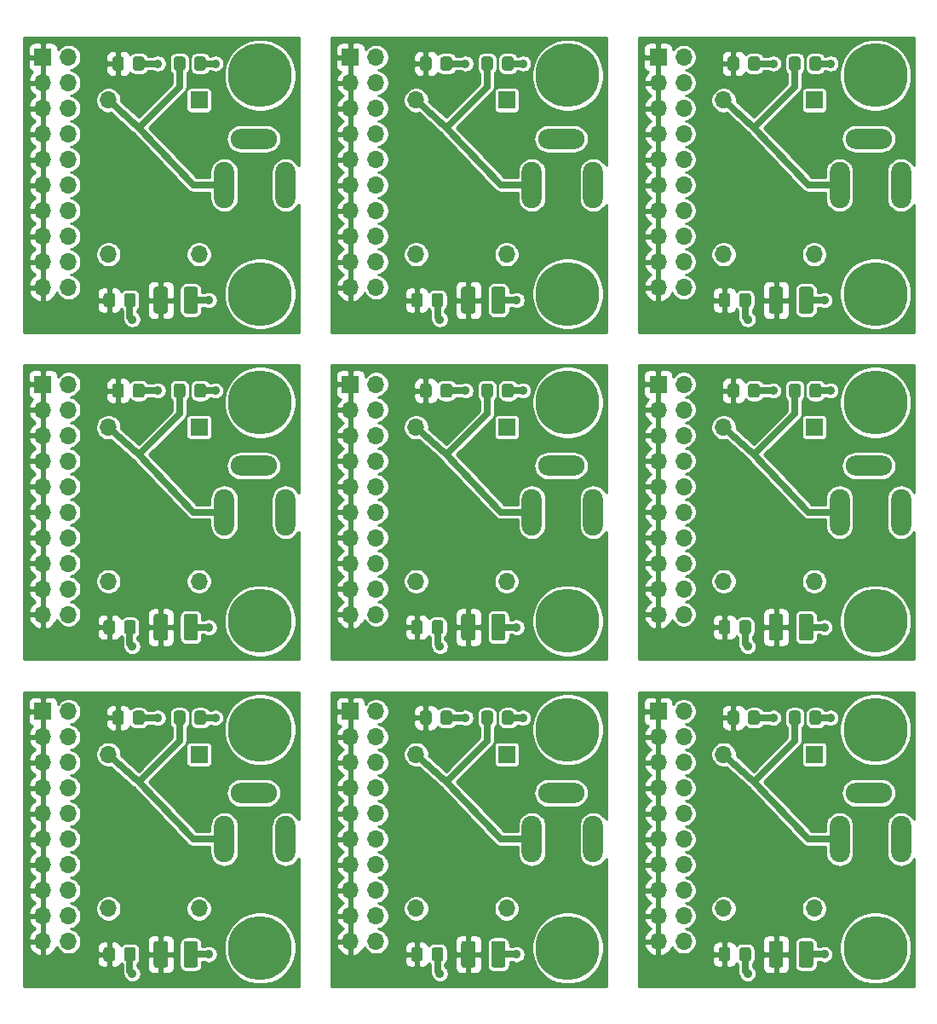
<source format=gtl>
%MOIN*%
%OFA0B0*%
%FSLAX46Y46*%
%IPPOS*%
%LPD*%
%ADD10C,0.25*%
%ADD11O,0.07874015748031496X0.18110236220472439*%
%ADD12O,0.18110236220472439X0.07874015748031496*%
%ADD13R,0.066929133858267723X0.066929133858267723*%
%ADD14O,0.066929133858267723X0.066929133858267723*%
%ADD15C,0.035*%
%ADD16C,0.055000000000000007*%
%ADD17C,0.025*%
%ADD18C,0.01*%
%ADD19C,0.005905511811023622*%
%ADD30C,0.25*%
%ADD31O,0.07874015748031496X0.18110236220472439*%
%ADD32O,0.18110236220472439X0.07874015748031496*%
%ADD33R,0.066929133858267723X0.066929133858267723*%
%ADD34O,0.066929133858267723X0.066929133858267723*%
%ADD35C,0.035*%
%ADD36C,0.055000000000000007*%
%ADD37C,0.025*%
%ADD38C,0.01*%
%ADD39C,0.005905511811023622*%
%ADD40C,0.25*%
%ADD41O,0.07874015748031496X0.18110236220472439*%
%ADD42O,0.18110236220472439X0.07874015748031496*%
%ADD43R,0.066929133858267723X0.066929133858267723*%
%ADD44O,0.066929133858267723X0.066929133858267723*%
%ADD45C,0.035*%
%ADD46C,0.055000000000000007*%
%ADD47C,0.025*%
%ADD48C,0.01*%
%ADD49C,0.005905511811023622*%
%ADD50C,0.25*%
%ADD51O,0.07874015748031496X0.18110236220472439*%
%ADD52O,0.18110236220472439X0.07874015748031496*%
%ADD53R,0.066929133858267723X0.066929133858267723*%
%ADD54O,0.066929133858267723X0.066929133858267723*%
%ADD55C,0.035*%
%ADD56C,0.055000000000000007*%
%ADD57C,0.025*%
%ADD58C,0.01*%
%ADD59C,0.005905511811023622*%
%ADD60C,0.25*%
%ADD61O,0.07874015748031496X0.18110236220472439*%
%ADD62O,0.18110236220472439X0.07874015748031496*%
%ADD63R,0.066929133858267723X0.066929133858267723*%
%ADD64O,0.066929133858267723X0.066929133858267723*%
%ADD65C,0.035*%
%ADD66C,0.055000000000000007*%
%ADD67C,0.025*%
%ADD68C,0.01*%
%ADD69C,0.005905511811023622*%
%ADD70C,0.25*%
%ADD71O,0.07874015748031496X0.18110236220472439*%
%ADD72O,0.18110236220472439X0.07874015748031496*%
%ADD73R,0.066929133858267723X0.066929133858267723*%
%ADD74O,0.066929133858267723X0.066929133858267723*%
%ADD75C,0.035*%
%ADD76C,0.055000000000000007*%
%ADD77C,0.025*%
%ADD78C,0.01*%
%ADD79C,0.005905511811023622*%
%ADD80C,0.25*%
%ADD81O,0.07874015748031496X0.18110236220472439*%
%ADD82O,0.18110236220472439X0.07874015748031496*%
%ADD83R,0.066929133858267723X0.066929133858267723*%
%ADD84O,0.066929133858267723X0.066929133858267723*%
%ADD85C,0.035*%
%ADD86C,0.055000000000000007*%
%ADD87C,0.025*%
%ADD88C,0.01*%
%ADD89C,0.005905511811023622*%
%ADD90C,0.25*%
%ADD91O,0.07874015748031496X0.18110236220472439*%
%ADD92O,0.18110236220472439X0.07874015748031496*%
%ADD93R,0.066929133858267723X0.066929133858267723*%
%ADD94O,0.066929133858267723X0.066929133858267723*%
%ADD95C,0.035*%
%ADD96C,0.055000000000000007*%
%ADD97C,0.025*%
%ADD98C,0.01*%
%ADD99C,0.005905511811023622*%
%ADD100C,0.25*%
%ADD101O,0.07874015748031496X0.18110236220472439*%
%ADD102O,0.18110236220472439X0.07874015748031496*%
%ADD103R,0.066929133858267723X0.066929133858267723*%
%ADD104O,0.066929133858267723X0.066929133858267723*%
%ADD105C,0.035*%
%ADD106C,0.055000000000000007*%
%ADD107C,0.025*%
%ADD108C,0.01*%
%ADD109C,0.005905511811023622*%
G01*
D10*
X-0003400000Y0001200000D02*
X0000949999Y0000175000D03*
X0000949999Y0001028818D03*
G36*
G01*
X0000692716Y0001057283D02*
X0000692716Y0001092716D01*
G75*
G02*
X0000702559Y0001102559I0000009842D01*
G01*
X0000728149Y0001102559D01*
G75*
G02*
X0000737992Y0001092716J-0000009842D01*
G01*
X0000737992Y0001057283D01*
G75*
G02*
X0000728149Y0001047440I-0000009842D01*
G01*
X0000702559Y0001047440D01*
G75*
G02*
X0000692716Y0001057283J0000009842D01*
G01*
G37*
G36*
G01*
X0000612007Y0001057283D02*
X0000612007Y0001092716D01*
G75*
G02*
X0000621850Y0001102559I0000009842D01*
G01*
X0000647440Y0001102559D01*
G75*
G02*
X0000657283Y0001092716J-0000009842D01*
G01*
X0000657283Y0001057283D01*
G75*
G02*
X0000647440Y0001047440I-0000009842D01*
G01*
X0000621850Y0001047440D01*
G75*
G02*
X0000612007Y0001057283J0000009842D01*
G01*
G37*
G36*
G01*
X0000417716Y0000132283D02*
X0000417716Y0000167716D01*
G75*
G02*
X0000427559Y0000177559I0000009842D01*
G01*
X0000453149Y0000177559D01*
G75*
G02*
X0000462992Y0000167716J-0000009842D01*
G01*
X0000462992Y0000132283D01*
G75*
G02*
X0000453149Y0000122440I-0000009842D01*
G01*
X0000427559Y0000122440D01*
G75*
G02*
X0000417716Y0000132283J0000009842D01*
G01*
G37*
G36*
G01*
X0000337007Y0000132283D02*
X0000337007Y0000167716D01*
G75*
G02*
X0000346850Y0000177559I0000009842D01*
G01*
X0000372440Y0000177559D01*
G75*
G02*
X0000382283Y0000167716J-0000009842D01*
G01*
X0000382283Y0000132283D01*
G75*
G02*
X0000372440Y0000122440I-0000009842D01*
G01*
X0000346850Y0000122440D01*
G75*
G02*
X0000337007Y0000132283J0000009842D01*
G01*
G37*
G36*
G01*
X0000533385Y0000107677D02*
X0000533385Y0000192322D01*
G75*
G02*
X0000543228Y0000202165I0000009842D01*
G01*
X0000579645Y0000202165D01*
G75*
G02*
X0000589488Y0000192322J-0000009842D01*
G01*
X0000589488Y0000107677D01*
G75*
G02*
X0000579645Y0000097834I-0000009842D01*
G01*
X0000543228Y0000097834D01*
G75*
G02*
X0000533385Y0000107677J0000009842D01*
G01*
G37*
G36*
G01*
X0000650511Y0000107677D02*
X0000650511Y0000192322D01*
G75*
G02*
X0000660354Y0000202165I0000009842D01*
G01*
X0000696771Y0000202165D01*
G75*
G02*
X0000706614Y0000192322J-0000009842D01*
G01*
X0000706614Y0000107677D01*
G75*
G02*
X0000696771Y0000097834I-0000009842D01*
G01*
X0000660354Y0000097834D01*
G75*
G02*
X0000650511Y0000107677J0000009842D01*
G01*
G37*
G36*
G01*
X0000371653Y0001057283D02*
X0000371653Y0001092716D01*
G75*
G02*
X0000381496Y0001102559I0000009842D01*
G01*
X0000407086Y0001102559D01*
G75*
G02*
X0000416929Y0001092716J-0000009842D01*
G01*
X0000416929Y0001057283D01*
G75*
G02*
X0000407086Y0001047440I-0000009842D01*
G01*
X0000381496Y0001047440D01*
G75*
G02*
X0000371653Y0001057283J0000009842D01*
G01*
G37*
G36*
G01*
X0000452362Y0001057283D02*
X0000452362Y0001092716D01*
G75*
G02*
X0000462204Y0001102559I0000009842D01*
G01*
X0000487795Y0001102559D01*
G75*
G02*
X0000497637Y0001092716J-0000009842D01*
G01*
X0000497637Y0001057283D01*
G75*
G02*
X0000487795Y0001047440I-0000009842D01*
G01*
X0000462204Y0001047440D01*
G75*
G02*
X0000452362Y0001057283J0000009842D01*
G01*
G37*
D11*
X0001050000Y0000600000D03*
X0000809842Y0000600000D03*
D12*
X0000924015Y0000781102D03*
D13*
X0000710629Y0000931692D03*
D14*
X0000710629Y0000329330D03*
X0000356299Y0000931692D03*
X0000356299Y0000329330D03*
D13*
X0000100000Y0001100000D03*
D14*
X0000199999Y0001100000D03*
X0000100000Y0001000000D03*
X0000199999Y0001000000D03*
X0000100000Y0000900000D03*
X0000199999Y0000900000D03*
X0000100000Y0000800000D03*
X0000199999Y0000800000D03*
X0000100000Y0000700000D03*
X0000199999Y0000700000D03*
X0000100000Y0000600000D03*
X0000199999Y0000600000D03*
X0000100000Y0000500000D03*
X0000199999Y0000500000D03*
X0000100000Y0000400000D03*
X0000199999Y0000400000D03*
X0000100000Y0000300000D03*
X0000199999Y0000300000D03*
X0000100000Y0000200000D03*
X0000199999Y0000200000D03*
D15*
X0000549999Y0001075000D03*
X0000775000Y0001075000D03*
X0000450000Y0000075000D03*
X0000749999Y0000149999D03*
D16*
X0000274999Y0000549999D03*
D17*
X0000715354Y0001075000D02*
X0000775000Y0001075000D01*
X0000474999Y0001075000D02*
X0000549999Y0001075000D01*
X0000440354Y0000149999D02*
X0000440354Y0000084645D01*
X0000440354Y0000084645D02*
X0000450000Y0000075000D01*
X0000678562Y0000149999D02*
X0000749999Y0000149999D01*
X0000190354Y0000190354D02*
X0000199999Y0000200000D01*
X0000634645Y0001075000D02*
X0000634645Y0001034645D01*
X0000809842Y0000600000D02*
X0000687992Y0000600000D01*
X0000634645Y0000984645D02*
X0000474999Y0000825000D01*
X0000634645Y0001075000D02*
X0000634645Y0000984645D01*
X0000687992Y0000600000D02*
X0000474999Y0000825000D01*
X0000474999Y0000825000D02*
X0000356299Y0000931692D01*
D18*
X0001100500Y0000676283D02*
X0001097096Y0000682650D01*
X0001090052Y0000691233D01*
X0001081469Y0000698277D01*
X0001071676Y0000703512D01*
X0001061050Y0000706735D01*
X0001050000Y0000707823D01*
X0001038949Y0000706735D01*
X0001028323Y0000703512D01*
X0001018530Y0000698277D01*
X0001009947Y0000691233D01*
X0001002903Y0000682650D01*
X0000997668Y0000672857D01*
X0000994445Y0000662231D01*
X0000993629Y0000653950D01*
X0000993629Y0000546050D01*
X0000994445Y0000537768D01*
X0000997668Y0000527142D01*
X0001002903Y0000517349D01*
X0001009947Y0000508766D01*
X0001018530Y0000501722D01*
X0001028323Y0000496487D01*
X0001038949Y0000493264D01*
X0001050000Y0000492176D01*
X0001061050Y0000493264D01*
X0001071676Y0000496487D01*
X0001081469Y0000501722D01*
X0001090052Y0000508766D01*
X0001097096Y0000517349D01*
X0001100500Y0000523716D01*
X0001100500Y0000024499D01*
X0000024499Y0000024499D01*
X0000024499Y0000122440D01*
X0000311886Y0000122440D01*
X0000312369Y0000117540D01*
X0000313799Y0000112827D01*
X0000316120Y0000108484D01*
X0000319244Y0000104677D01*
X0000323051Y0000101553D01*
X0000327394Y0000099232D01*
X0000332107Y0000097802D01*
X0000337007Y0000097320D01*
X0000348395Y0000097440D01*
X0000354645Y0000103690D01*
X0000354645Y0000145000D01*
X0000318257Y0000145000D01*
X0000312007Y0000138750D01*
X0000311886Y0000122440D01*
X0000024499Y0000122440D01*
X0000024499Y0000185949D01*
X0000043248Y0000185949D01*
X0000045006Y0000180153D01*
X0000049935Y0000169806D01*
X0000056787Y0000160619D01*
X0000065300Y0000152945D01*
X0000075147Y0000147080D01*
X0000085949Y0000143248D01*
X0000094999Y0000147999D01*
X0000094999Y0000194999D01*
X0000048025Y0000194999D01*
X0000043248Y0000185949D01*
X0000024499Y0000185949D01*
X0000024499Y0000285949D01*
X0000043248Y0000285949D01*
X0000045006Y0000280153D01*
X0000049935Y0000269806D01*
X0000056787Y0000260619D01*
X0000065300Y0000252945D01*
X0000070246Y0000250000D01*
X0000065300Y0000247054D01*
X0000056787Y0000239380D01*
X0000049935Y0000230193D01*
X0000045006Y0000219846D01*
X0000043248Y0000214050D01*
X0000048025Y0000205000D01*
X0000094999Y0000205000D01*
X0000094999Y0000295000D01*
X0000048025Y0000295000D01*
X0000043248Y0000285949D01*
X0000024499Y0000285949D01*
X0000024499Y0000385949D01*
X0000043248Y0000385949D01*
X0000045006Y0000380153D01*
X0000049935Y0000369806D01*
X0000056787Y0000360619D01*
X0000065300Y0000352945D01*
X0000070246Y0000350000D01*
X0000065300Y0000347054D01*
X0000056787Y0000339380D01*
X0000049935Y0000330193D01*
X0000045006Y0000319846D01*
X0000043248Y0000314050D01*
X0000048025Y0000305000D01*
X0000094999Y0000305000D01*
X0000094999Y0000395000D01*
X0000048025Y0000395000D01*
X0000043248Y0000385949D01*
X0000024499Y0000385949D01*
X0000024499Y0000485949D01*
X0000043248Y0000485949D01*
X0000045006Y0000480153D01*
X0000049935Y0000469806D01*
X0000056787Y0000460619D01*
X0000065300Y0000452945D01*
X0000070246Y0000450000D01*
X0000065300Y0000447054D01*
X0000056787Y0000439380D01*
X0000049935Y0000430193D01*
X0000045006Y0000419846D01*
X0000043248Y0000414050D01*
X0000048025Y0000404999D01*
X0000094999Y0000404999D01*
X0000094999Y0000495000D01*
X0000048025Y0000495000D01*
X0000043248Y0000485949D01*
X0000024499Y0000485949D01*
X0000024499Y0000585949D01*
X0000043248Y0000585949D01*
X0000045006Y0000580153D01*
X0000049935Y0000569806D01*
X0000056787Y0000560619D01*
X0000065300Y0000552945D01*
X0000070246Y0000549999D01*
X0000065300Y0000547054D01*
X0000056787Y0000539380D01*
X0000049935Y0000530193D01*
X0000045006Y0000519846D01*
X0000043248Y0000514050D01*
X0000048025Y0000505000D01*
X0000094999Y0000505000D01*
X0000094999Y0000595000D01*
X0000048025Y0000595000D01*
X0000043248Y0000585949D01*
X0000024499Y0000585949D01*
X0000024499Y0000685949D01*
X0000043248Y0000685949D01*
X0000045006Y0000680153D01*
X0000049935Y0000669806D01*
X0000056787Y0000660619D01*
X0000065300Y0000652945D01*
X0000070246Y0000649999D01*
X0000065300Y0000647054D01*
X0000056787Y0000639380D01*
X0000049935Y0000630193D01*
X0000045006Y0000619846D01*
X0000043248Y0000614050D01*
X0000048025Y0000605000D01*
X0000094999Y0000605000D01*
X0000094999Y0000695000D01*
X0000048025Y0000695000D01*
X0000043248Y0000685949D01*
X0000024499Y0000685949D01*
X0000024499Y0000785949D01*
X0000043248Y0000785949D01*
X0000045006Y0000780153D01*
X0000049935Y0000769806D01*
X0000056787Y0000760619D01*
X0000065300Y0000752945D01*
X0000070246Y0000750000D01*
X0000065300Y0000747054D01*
X0000056787Y0000739380D01*
X0000049935Y0000730193D01*
X0000045006Y0000719846D01*
X0000043248Y0000714050D01*
X0000048025Y0000705000D01*
X0000094999Y0000705000D01*
X0000094999Y0000794999D01*
X0000048025Y0000794999D01*
X0000043248Y0000785949D01*
X0000024499Y0000785949D01*
X0000024499Y0000885949D01*
X0000043248Y0000885949D01*
X0000045006Y0000880153D01*
X0000049935Y0000869806D01*
X0000056787Y0000860619D01*
X0000065300Y0000852945D01*
X0000070246Y0000850000D01*
X0000065300Y0000847054D01*
X0000056787Y0000839380D01*
X0000049935Y0000830193D01*
X0000045006Y0000819846D01*
X0000043248Y0000814050D01*
X0000048025Y0000805000D01*
X0000094999Y0000805000D01*
X0000094999Y0000895000D01*
X0000048025Y0000895000D01*
X0000043248Y0000885949D01*
X0000024499Y0000885949D01*
X0000024499Y0000985949D01*
X0000043248Y0000985949D01*
X0000045006Y0000980153D01*
X0000049935Y0000969806D01*
X0000056787Y0000960619D01*
X0000065300Y0000952945D01*
X0000070246Y0000950000D01*
X0000065300Y0000947054D01*
X0000056787Y0000939380D01*
X0000049935Y0000930193D01*
X0000045006Y0000919846D01*
X0000043248Y0000914050D01*
X0000048025Y0000905000D01*
X0000094999Y0000905000D01*
X0000094999Y0000995000D01*
X0000048025Y0000995000D01*
X0000043248Y0000985949D01*
X0000024499Y0000985949D01*
X0000024499Y0001066535D01*
X0000041414Y0001066535D01*
X0000041897Y0001061634D01*
X0000043326Y0001056922D01*
X0000045648Y0001052578D01*
X0000048772Y0001048772D01*
X0000052578Y0001045648D01*
X0000056922Y0001043326D01*
X0000060097Y0001042363D01*
X0000056787Y0001039380D01*
X0000049935Y0001030193D01*
X0000045006Y0001019846D01*
X0000043248Y0001014050D01*
X0000048025Y0001005000D01*
X0000094999Y0001005000D01*
X0000094999Y0001095000D01*
X0000047785Y0001095000D01*
X0000041535Y0001088750D01*
X0000041414Y0001066535D01*
X0000024499Y0001066535D01*
X0000024499Y0001133464D01*
X0000041414Y0001133464D01*
X0000041535Y0001111250D01*
X0000047785Y0001105000D01*
X0000094999Y0001105000D01*
X0000094999Y0001152214D01*
X0000105000Y0001152214D01*
X0000105000Y0001105000D01*
X0000105787Y0001105000D01*
X0000105787Y0001095000D01*
X0000105000Y0001095000D01*
X0000105000Y0001005000D01*
X0000105787Y0001005000D01*
X0000105787Y0000995000D01*
X0000105000Y0000995000D01*
X0000105000Y0000905000D01*
X0000105787Y0000905000D01*
X0000105787Y0000895000D01*
X0000105000Y0000895000D01*
X0000105000Y0000805000D01*
X0000105787Y0000805000D01*
X0000105787Y0000794999D01*
X0000105000Y0000794999D01*
X0000105000Y0000705000D01*
X0000105787Y0000705000D01*
X0000105787Y0000695000D01*
X0000105000Y0000695000D01*
X0000105000Y0000605000D01*
X0000105787Y0000605000D01*
X0000105787Y0000595000D01*
X0000105000Y0000595000D01*
X0000105000Y0000505000D01*
X0000105787Y0000505000D01*
X0000105787Y0000495000D01*
X0000105000Y0000495000D01*
X0000105000Y0000404999D01*
X0000105787Y0000404999D01*
X0000105787Y0000395000D01*
X0000105000Y0000395000D01*
X0000105000Y0000305000D01*
X0000105787Y0000305000D01*
X0000105787Y0000295000D01*
X0000105000Y0000295000D01*
X0000105000Y0000205000D01*
X0000105787Y0000205000D01*
X0000105787Y0000194999D01*
X0000105000Y0000194999D01*
X0000105000Y0000147999D01*
X0000114050Y0000143248D01*
X0000124852Y0000147080D01*
X0000134699Y0000152945D01*
X0000143212Y0000160619D01*
X0000150064Y0000169806D01*
X0000154247Y0000178587D01*
X0000155278Y0000176096D01*
X0000160801Y0000167830D01*
X0000167830Y0000160801D01*
X0000176096Y0000155278D01*
X0000185280Y0000151474D01*
X0000195029Y0000149535D01*
X0000204970Y0000149535D01*
X0000214719Y0000151474D01*
X0000223903Y0000155278D01*
X0000232169Y0000160801D01*
X0000239198Y0000167830D01*
X0000244721Y0000176096D01*
X0000245327Y0000177559D01*
X0000311886Y0000177559D01*
X0000312007Y0000161249D01*
X0000318257Y0000155000D01*
X0000354645Y0000155000D01*
X0000354645Y0000196309D01*
X0000364645Y0000196309D01*
X0000364645Y0000155000D01*
X0000365433Y0000155000D01*
X0000365433Y0000145000D01*
X0000364645Y0000145000D01*
X0000364645Y0000103690D01*
X0000370895Y0000097440D01*
X0000382283Y0000097320D01*
X0000387184Y0000097802D01*
X0000391896Y0000099232D01*
X0000396239Y0000101553D01*
X0000400046Y0000104677D01*
X0000403170Y0000108484D01*
X0000405492Y0000112827D01*
X0000406401Y0000115826D01*
X0000408520Y0000113244D01*
X0000410854Y0000111329D01*
X0000410854Y0000086094D01*
X0000410711Y0000084645D01*
X0000411281Y0000078862D01*
X0000412968Y0000073301D01*
X0000415707Y0000068177D01*
X0000416332Y0000067414D01*
X0000416825Y0000064936D01*
X0000419426Y0000058658D01*
X0000423202Y0000053007D01*
X0000428007Y0000048202D01*
X0000433658Y0000044426D01*
X0000439936Y0000041825D01*
X0000446602Y0000040500D01*
X0000453397Y0000040500D01*
X0000460063Y0000041825D01*
X0000466341Y0000044426D01*
X0000471992Y0000048202D01*
X0000476797Y0000053007D01*
X0000480573Y0000058658D01*
X0000483174Y0000064936D01*
X0000484500Y0000071602D01*
X0000484500Y0000078397D01*
X0000483174Y0000085063D01*
X0000480573Y0000091341D01*
X0000476797Y0000096992D01*
X0000475955Y0000097834D01*
X0000508264Y0000097834D01*
X0000508747Y0000092933D01*
X0000510177Y0000088221D01*
X0000512498Y0000083878D01*
X0000515622Y0000080071D01*
X0000519429Y0000076947D01*
X0000523772Y0000074625D01*
X0000528484Y0000073196D01*
X0000533385Y0000072713D01*
X0000550187Y0000072834D01*
X0000556436Y0000079084D01*
X0000556436Y0000145000D01*
X0000566437Y0000145000D01*
X0000566437Y0000079084D01*
X0000572687Y0000072834D01*
X0000589488Y0000072713D01*
X0000594389Y0000073196D01*
X0000599101Y0000074625D01*
X0000603444Y0000076947D01*
X0000607251Y0000080071D01*
X0000610375Y0000083878D01*
X0000612696Y0000088221D01*
X0000614126Y0000092933D01*
X0000614609Y0000097834D01*
X0000614488Y0000138750D01*
X0000608238Y0000145000D01*
X0000566437Y0000145000D01*
X0000556436Y0000145000D01*
X0000514635Y0000145000D01*
X0000508385Y0000138750D01*
X0000508264Y0000097834D01*
X0000475955Y0000097834D01*
X0000471992Y0000101797D01*
X0000469854Y0000103226D01*
X0000469854Y0000111329D01*
X0000472188Y0000113244D01*
X0000475536Y0000117324D01*
X0000478024Y0000121979D01*
X0000479556Y0000127030D01*
X0000480074Y0000132283D01*
X0000480074Y0000167716D01*
X0000479556Y0000172969D01*
X0000478024Y0000178020D01*
X0000475536Y0000182675D01*
X0000472188Y0000186755D01*
X0000468108Y0000190103D01*
X0000463453Y0000192591D01*
X0000458402Y0000194123D01*
X0000453149Y0000194641D01*
X0000427559Y0000194641D01*
X0000422306Y0000194123D01*
X0000417255Y0000192591D01*
X0000412600Y0000190103D01*
X0000408520Y0000186755D01*
X0000406401Y0000184173D01*
X0000405492Y0000187172D01*
X0000403170Y0000191515D01*
X0000400046Y0000195322D01*
X0000396239Y0000198446D01*
X0000391896Y0000200767D01*
X0000387289Y0000202165D01*
X0000508264Y0000202165D01*
X0000508385Y0000161249D01*
X0000514635Y0000155000D01*
X0000556436Y0000155000D01*
X0000556436Y0000220915D01*
X0000566437Y0000220915D01*
X0000566437Y0000155000D01*
X0000608238Y0000155000D01*
X0000614488Y0000161249D01*
X0000614580Y0000192322D01*
X0000633429Y0000192322D01*
X0000633429Y0000107677D01*
X0000633946Y0000102424D01*
X0000635479Y0000097373D01*
X0000637967Y0000092718D01*
X0000641315Y0000088638D01*
X0000645395Y0000085290D01*
X0000650050Y0000082801D01*
X0000655101Y0000081269D01*
X0000660354Y0000080752D01*
X0000696771Y0000080752D01*
X0000702024Y0000081269D01*
X0000707075Y0000082801D01*
X0000711730Y0000085290D01*
X0000715810Y0000088638D01*
X0000719158Y0000092718D01*
X0000721646Y0000097373D01*
X0000723179Y0000102424D01*
X0000723696Y0000107677D01*
X0000723696Y0000120500D01*
X0000732051Y0000120500D01*
X0000733658Y0000119426D01*
X0000739936Y0000116825D01*
X0000746602Y0000115500D01*
X0000753397Y0000115500D01*
X0000760063Y0000116825D01*
X0000766341Y0000119426D01*
X0000771992Y0000123202D01*
X0000776797Y0000128007D01*
X0000780573Y0000133658D01*
X0000783174Y0000139936D01*
X0000784499Y0000146602D01*
X0000784499Y0000153397D01*
X0000783174Y0000160063D01*
X0000780573Y0000166341D01*
X0000776797Y0000171992D01*
X0000771992Y0000176797D01*
X0000766341Y0000180573D01*
X0000760063Y0000183174D01*
X0000753397Y0000184499D01*
X0000746602Y0000184499D01*
X0000739936Y0000183174D01*
X0000733658Y0000180573D01*
X0000732051Y0000179500D01*
X0000723696Y0000179500D01*
X0000723696Y0000188985D01*
X0000808000Y0000188985D01*
X0000808000Y0000161014D01*
X0000813456Y0000133580D01*
X0000824161Y0000107737D01*
X0000839701Y0000084480D01*
X0000859480Y0000064701D01*
X0000882737Y0000049161D01*
X0000908580Y0000038456D01*
X0000936014Y0000033000D01*
X0000963985Y0000033000D01*
X0000991419Y0000038456D01*
X0001017262Y0000049161D01*
X0001040519Y0000064701D01*
X0001060298Y0000084480D01*
X0001075838Y0000107737D01*
X0001086542Y0000133580D01*
X0001092000Y0000161014D01*
X0001092000Y0000188985D01*
X0001086542Y0000216419D01*
X0001075838Y0000242262D01*
X0001060298Y0000265519D01*
X0001040519Y0000285298D01*
X0001017262Y0000300838D01*
X0000991419Y0000311543D01*
X0000963985Y0000317000D01*
X0000936014Y0000317000D01*
X0000908580Y0000311543D01*
X0000882737Y0000300838D01*
X0000859480Y0000285298D01*
X0000839701Y0000265519D01*
X0000824161Y0000242262D01*
X0000813456Y0000216419D01*
X0000808000Y0000188985D01*
X0000723696Y0000188985D01*
X0000723696Y0000192322D01*
X0000723179Y0000197575D01*
X0000721646Y0000202626D01*
X0000719158Y0000207281D01*
X0000715810Y0000211361D01*
X0000711730Y0000214709D01*
X0000707075Y0000217198D01*
X0000702024Y0000218730D01*
X0000696771Y0000219247D01*
X0000660354Y0000219247D01*
X0000655101Y0000218730D01*
X0000650050Y0000217198D01*
X0000645395Y0000214709D01*
X0000641315Y0000211361D01*
X0000637967Y0000207281D01*
X0000635479Y0000202626D01*
X0000633946Y0000197575D01*
X0000633429Y0000192322D01*
X0000614580Y0000192322D01*
X0000614609Y0000202165D01*
X0000614126Y0000207066D01*
X0000612696Y0000211778D01*
X0000610375Y0000216121D01*
X0000607251Y0000219928D01*
X0000603444Y0000223052D01*
X0000599101Y0000225374D01*
X0000594389Y0000226803D01*
X0000589488Y0000227286D01*
X0000572687Y0000227165D01*
X0000566437Y0000220915D01*
X0000556436Y0000220915D01*
X0000550187Y0000227165D01*
X0000533385Y0000227286D01*
X0000528484Y0000226803D01*
X0000523772Y0000225374D01*
X0000519429Y0000223052D01*
X0000515622Y0000219928D01*
X0000512498Y0000216121D01*
X0000510177Y0000211778D01*
X0000508747Y0000207066D01*
X0000508264Y0000202165D01*
X0000387289Y0000202165D01*
X0000387184Y0000202197D01*
X0000382283Y0000202679D01*
X0000370895Y0000202559D01*
X0000364645Y0000196309D01*
X0000354645Y0000196309D01*
X0000348395Y0000202559D01*
X0000337007Y0000202679D01*
X0000332107Y0000202197D01*
X0000327394Y0000200767D01*
X0000323051Y0000198446D01*
X0000319244Y0000195322D01*
X0000316120Y0000191515D01*
X0000313799Y0000187172D01*
X0000312369Y0000182459D01*
X0000311886Y0000177559D01*
X0000245327Y0000177559D01*
X0000248525Y0000185280D01*
X0000250464Y0000195029D01*
X0000250464Y0000204970D01*
X0000248525Y0000214719D01*
X0000244721Y0000223903D01*
X0000239198Y0000232169D01*
X0000232169Y0000239198D01*
X0000223903Y0000244721D01*
X0000214719Y0000248525D01*
X0000207305Y0000250000D01*
X0000214719Y0000251474D01*
X0000223903Y0000255278D01*
X0000232169Y0000260801D01*
X0000239198Y0000267830D01*
X0000244721Y0000276096D01*
X0000248525Y0000285280D01*
X0000250464Y0000295029D01*
X0000250464Y0000304970D01*
X0000248525Y0000314719D01*
X0000244721Y0000323903D01*
X0000239198Y0000332169D01*
X0000237066Y0000334301D01*
X0000305834Y0000334301D01*
X0000305834Y0000324360D01*
X0000307773Y0000314610D01*
X0000311578Y0000305426D01*
X0000317100Y0000297161D01*
X0000324129Y0000290132D01*
X0000332395Y0000284609D01*
X0000341579Y0000280805D01*
X0000351328Y0000278866D01*
X0000361269Y0000278866D01*
X0000371019Y0000280805D01*
X0000380203Y0000284609D01*
X0000388468Y0000290132D01*
X0000395497Y0000297161D01*
X0000401020Y0000305426D01*
X0000404824Y0000314610D01*
X0000406763Y0000324360D01*
X0000406763Y0000334301D01*
X0000660165Y0000334301D01*
X0000660165Y0000324360D01*
X0000662104Y0000314610D01*
X0000665908Y0000305426D01*
X0000671431Y0000297161D01*
X0000678460Y0000290132D01*
X0000686725Y0000284609D01*
X0000695909Y0000280805D01*
X0000705659Y0000278866D01*
X0000715600Y0000278866D01*
X0000725349Y0000280805D01*
X0000734533Y0000284609D01*
X0000742799Y0000290132D01*
X0000749828Y0000297161D01*
X0000755351Y0000305426D01*
X0000759155Y0000314610D01*
X0000761094Y0000324360D01*
X0000761094Y0000334301D01*
X0000759155Y0000344050D01*
X0000755351Y0000353234D01*
X0000749828Y0000361500D01*
X0000742799Y0000368529D01*
X0000734533Y0000374051D01*
X0000725349Y0000377855D01*
X0000715600Y0000379795D01*
X0000705659Y0000379795D01*
X0000695909Y0000377855D01*
X0000686725Y0000374051D01*
X0000678460Y0000368529D01*
X0000671431Y0000361500D01*
X0000665908Y0000353234D01*
X0000662104Y0000344050D01*
X0000660165Y0000334301D01*
X0000406763Y0000334301D01*
X0000404824Y0000344050D01*
X0000401020Y0000353234D01*
X0000395497Y0000361500D01*
X0000388468Y0000368529D01*
X0000380203Y0000374051D01*
X0000371019Y0000377855D01*
X0000361269Y0000379795D01*
X0000351328Y0000379795D01*
X0000341579Y0000377855D01*
X0000332395Y0000374051D01*
X0000324129Y0000368529D01*
X0000317100Y0000361500D01*
X0000311578Y0000353234D01*
X0000307773Y0000344050D01*
X0000305834Y0000334301D01*
X0000237066Y0000334301D01*
X0000232169Y0000339198D01*
X0000223903Y0000344721D01*
X0000214719Y0000348525D01*
X0000207305Y0000350000D01*
X0000214719Y0000351474D01*
X0000223903Y0000355278D01*
X0000232169Y0000360801D01*
X0000239198Y0000367830D01*
X0000244721Y0000376096D01*
X0000248525Y0000385280D01*
X0000250464Y0000395029D01*
X0000250464Y0000404970D01*
X0000248525Y0000414719D01*
X0000244721Y0000423903D01*
X0000239198Y0000432169D01*
X0000232169Y0000439198D01*
X0000223903Y0000444721D01*
X0000214719Y0000448525D01*
X0000207305Y0000450000D01*
X0000214719Y0000451474D01*
X0000223903Y0000455278D01*
X0000232169Y0000460801D01*
X0000239198Y0000467830D01*
X0000244721Y0000476096D01*
X0000248525Y0000485280D01*
X0000250464Y0000495029D01*
X0000250464Y0000504970D01*
X0000248525Y0000514719D01*
X0000244721Y0000523903D01*
X0000239198Y0000532169D01*
X0000232169Y0000539198D01*
X0000223903Y0000544721D01*
X0000214719Y0000548525D01*
X0000207305Y0000549999D01*
X0000214719Y0000551474D01*
X0000223903Y0000555278D01*
X0000232169Y0000560801D01*
X0000239198Y0000567830D01*
X0000244721Y0000576096D01*
X0000248525Y0000585280D01*
X0000250464Y0000595029D01*
X0000250464Y0000604970D01*
X0000248525Y0000614719D01*
X0000244721Y0000623903D01*
X0000239198Y0000632169D01*
X0000232169Y0000639198D01*
X0000223903Y0000644721D01*
X0000214719Y0000648525D01*
X0000207305Y0000649999D01*
X0000214719Y0000651474D01*
X0000223903Y0000655278D01*
X0000232169Y0000660801D01*
X0000239198Y0000667830D01*
X0000244721Y0000676096D01*
X0000248525Y0000685280D01*
X0000250464Y0000695029D01*
X0000250464Y0000704970D01*
X0000248525Y0000714719D01*
X0000244721Y0000723903D01*
X0000239198Y0000732169D01*
X0000232169Y0000739198D01*
X0000223903Y0000744721D01*
X0000214719Y0000748525D01*
X0000207305Y0000750000D01*
X0000214719Y0000751474D01*
X0000223903Y0000755278D01*
X0000232169Y0000760801D01*
X0000239198Y0000767830D01*
X0000244721Y0000776096D01*
X0000248525Y0000785280D01*
X0000250464Y0000795029D01*
X0000250464Y0000804970D01*
X0000248525Y0000814719D01*
X0000244721Y0000823903D01*
X0000239198Y0000832169D01*
X0000232169Y0000839198D01*
X0000223903Y0000844721D01*
X0000214719Y0000848525D01*
X0000207305Y0000850000D01*
X0000214719Y0000851474D01*
X0000223903Y0000855278D01*
X0000232169Y0000860801D01*
X0000239198Y0000867830D01*
X0000244721Y0000876096D01*
X0000248525Y0000885280D01*
X0000250464Y0000895029D01*
X0000250464Y0000904970D01*
X0000248525Y0000914719D01*
X0000244721Y0000923903D01*
X0000239198Y0000932169D01*
X0000234704Y0000936663D01*
X0000305834Y0000936663D01*
X0000305834Y0000926722D01*
X0000307773Y0000916972D01*
X0000311578Y0000907788D01*
X0000317100Y0000899523D01*
X0000324129Y0000892494D01*
X0000332395Y0000886971D01*
X0000341579Y0000883167D01*
X0000351328Y0000881228D01*
X0000361269Y0000881228D01*
X0000367037Y0000882375D01*
X0000453615Y0000804555D01*
X0000454039Y0000804039D01*
X0000454851Y0000803372D01*
X0000665851Y0000580477D01*
X0000667031Y0000579039D01*
X0000668964Y0000577453D01*
X0000670854Y0000575813D01*
X0000671208Y0000575611D01*
X0000671523Y0000575352D01*
X0000673729Y0000574173D01*
X0000675902Y0000572934D01*
X0000676288Y0000572805D01*
X0000676648Y0000572613D01*
X0000679041Y0000571887D01*
X0000681414Y0000571096D01*
X0000681818Y0000571045D01*
X0000682209Y0000570926D01*
X0000684699Y0000570681D01*
X0000687179Y0000570368D01*
X0000689035Y0000570500D01*
X0000753472Y0000570500D01*
X0000753472Y0000546050D01*
X0000754288Y0000537768D01*
X0000757511Y0000527142D01*
X0000762745Y0000517349D01*
X0000769790Y0000508766D01*
X0000778373Y0000501722D01*
X0000788166Y0000496487D01*
X0000798792Y0000493264D01*
X0000809842Y0000492176D01*
X0000820892Y0000493264D01*
X0000831518Y0000496487D01*
X0000841311Y0000501722D01*
X0000849895Y0000508766D01*
X0000856939Y0000517349D01*
X0000862173Y0000527142D01*
X0000865396Y0000537768D01*
X0000866212Y0000546050D01*
X0000866212Y0000653950D01*
X0000865396Y0000662231D01*
X0000862173Y0000672857D01*
X0000856939Y0000682650D01*
X0000849895Y0000691233D01*
X0000841311Y0000698277D01*
X0000831518Y0000703512D01*
X0000820892Y0000706735D01*
X0000809842Y0000707823D01*
X0000798792Y0000706735D01*
X0000788166Y0000703512D01*
X0000778373Y0000698277D01*
X0000769790Y0000691233D01*
X0000762745Y0000682650D01*
X0000757511Y0000672857D01*
X0000754288Y0000662231D01*
X0000753472Y0000653950D01*
X0000753472Y0000629500D01*
X0000700687Y0000629500D01*
X0000557176Y0000781102D01*
X0000816191Y0000781102D01*
X0000817280Y0000770051D01*
X0000820503Y0000759426D01*
X0000825737Y0000749633D01*
X0000832782Y0000741049D01*
X0000841365Y0000734005D01*
X0000851158Y0000728771D01*
X0000861784Y0000725547D01*
X0000870065Y0000724732D01*
X0000977965Y0000724732D01*
X0000986247Y0000725547D01*
X0000996873Y0000728771D01*
X0001006665Y0000734005D01*
X0001015249Y0000741049D01*
X0001022293Y0000749633D01*
X0001027527Y0000759426D01*
X0001030751Y0000770051D01*
X0001031839Y0000781102D01*
X0001030751Y0000792152D01*
X0001027527Y0000802778D01*
X0001022293Y0000812571D01*
X0001015249Y0000821154D01*
X0001006665Y0000828199D01*
X0000996873Y0000833433D01*
X0000986247Y0000836656D01*
X0000977965Y0000837472D01*
X0000870065Y0000837472D01*
X0000861784Y0000836656D01*
X0000851158Y0000833433D01*
X0000841365Y0000828199D01*
X0000832782Y0000821154D01*
X0000825737Y0000812571D01*
X0000820503Y0000802778D01*
X0000817280Y0000792152D01*
X0000816191Y0000781102D01*
X0000557176Y0000781102D01*
X0000516155Y0000824435D01*
X0000654480Y0000962761D01*
X0000655606Y0000963685D01*
X0000656814Y0000965157D01*
X0000660083Y0000965157D01*
X0000660083Y0000898228D01*
X0000660411Y0000894895D01*
X0000661383Y0000891691D01*
X0000662961Y0000888737D01*
X0000665086Y0000886149D01*
X0000667674Y0000884024D01*
X0000670628Y0000882446D01*
X0000673832Y0000881474D01*
X0000677165Y0000881146D01*
X0000744094Y0000881146D01*
X0000747427Y0000881474D01*
X0000750631Y0000882446D01*
X0000753584Y0000884024D01*
X0000756173Y0000886149D01*
X0000758297Y0000888737D01*
X0000759876Y0000891691D01*
X0000760848Y0000894895D01*
X0000761176Y0000898228D01*
X0000761176Y0000965157D01*
X0000760848Y0000968490D01*
X0000759876Y0000971694D01*
X0000758297Y0000974647D01*
X0000756173Y0000977236D01*
X0000753584Y0000979360D01*
X0000750631Y0000980939D01*
X0000747427Y0000981911D01*
X0000744094Y0000982239D01*
X0000677165Y0000982239D01*
X0000673832Y0000981911D01*
X0000670628Y0000980939D01*
X0000667674Y0000979360D01*
X0000665086Y0000977236D01*
X0000662961Y0000974647D01*
X0000661383Y0000971694D01*
X0000660411Y0000968490D01*
X0000660083Y0000965157D01*
X0000656814Y0000965157D01*
X0000659292Y0000968177D01*
X0000662031Y0000973301D01*
X0000662879Y0000976096D01*
X0000663718Y0000978862D01*
X0000664145Y0000983196D01*
X0000664145Y0000983197D01*
X0000664288Y0000984645D01*
X0000664145Y0000986094D01*
X0000664145Y0001036329D01*
X0000666479Y0001038244D01*
X0000669828Y0001042324D01*
X0000672316Y0001046979D01*
X0000673848Y0001052030D01*
X0000674365Y0001057283D01*
X0000674365Y0001092716D01*
X0000675634Y0001092716D01*
X0000675634Y0001057283D01*
X0000676151Y0001052030D01*
X0000677683Y0001046979D01*
X0000680171Y0001042324D01*
X0000683520Y0001038244D01*
X0000687600Y0001034896D01*
X0000692255Y0001032408D01*
X0000697306Y0001030876D01*
X0000702559Y0001030358D01*
X0000728149Y0001030358D01*
X0000733402Y0001030876D01*
X0000738453Y0001032408D01*
X0000743108Y0001034896D01*
X0000747188Y0001038244D01*
X0000750536Y0001042324D01*
X0000752233Y0001045500D01*
X0000757051Y0001045500D01*
X0000758658Y0001044426D01*
X0000764936Y0001041825D01*
X0000771602Y0001040500D01*
X0000778397Y0001040500D01*
X0000785063Y0001041825D01*
X0000787426Y0001042804D01*
X0000808000Y0001042804D01*
X0000808000Y0001014833D01*
X0000813456Y0000987399D01*
X0000824161Y0000961556D01*
X0000839701Y0000938299D01*
X0000859480Y0000918520D01*
X0000882737Y0000902980D01*
X0000908580Y0000892275D01*
X0000936014Y0000886818D01*
X0000963985Y0000886818D01*
X0000991419Y0000892275D01*
X0001017262Y0000902980D01*
X0001040519Y0000918520D01*
X0001060298Y0000938299D01*
X0001075838Y0000961556D01*
X0001086542Y0000987399D01*
X0001092000Y0001014833D01*
X0001092000Y0001042804D01*
X0001086542Y0001070238D01*
X0001075838Y0001096081D01*
X0001060298Y0001119338D01*
X0001040519Y0001139117D01*
X0001017262Y0001154657D01*
X0000991419Y0001165361D01*
X0000963985Y0001170818D01*
X0000936014Y0001170818D01*
X0000908580Y0001165361D01*
X0000882737Y0001154657D01*
X0000859480Y0001139117D01*
X0000839701Y0001119338D01*
X0000824161Y0001096081D01*
X0000813456Y0001070238D01*
X0000808000Y0001042804D01*
X0000787426Y0001042804D01*
X0000791341Y0001044426D01*
X0000796992Y0001048202D01*
X0000801797Y0001053007D01*
X0000805573Y0001058658D01*
X0000808174Y0001064936D01*
X0000809500Y0001071602D01*
X0000809500Y0001078397D01*
X0000808174Y0001085063D01*
X0000805573Y0001091341D01*
X0000801797Y0001096992D01*
X0000796992Y0001101797D01*
X0000791341Y0001105573D01*
X0000785063Y0001108174D01*
X0000778397Y0001109500D01*
X0000771602Y0001109500D01*
X0000764936Y0001108174D01*
X0000758658Y0001105573D01*
X0000757051Y0001104500D01*
X0000752233Y0001104500D01*
X0000750536Y0001107675D01*
X0000747188Y0001111755D01*
X0000743108Y0001115103D01*
X0000738453Y0001117591D01*
X0000733402Y0001119123D01*
X0000728149Y0001119641D01*
X0000702559Y0001119641D01*
X0000697306Y0001119123D01*
X0000692255Y0001117591D01*
X0000687600Y0001115103D01*
X0000683520Y0001111755D01*
X0000680171Y0001107675D01*
X0000677683Y0001103020D01*
X0000676151Y0001097969D01*
X0000675634Y0001092716D01*
X0000674365Y0001092716D01*
X0000673848Y0001097969D01*
X0000672316Y0001103020D01*
X0000669828Y0001107675D01*
X0000666479Y0001111755D01*
X0000662399Y0001115103D01*
X0000657744Y0001117591D01*
X0000652693Y0001119123D01*
X0000647440Y0001119641D01*
X0000621850Y0001119641D01*
X0000616597Y0001119123D01*
X0000611546Y0001117591D01*
X0000606891Y0001115103D01*
X0000602811Y0001111755D01*
X0000599463Y0001107675D01*
X0000596975Y0001103020D01*
X0000595442Y0001097969D01*
X0000594925Y0001092716D01*
X0000594925Y0001057283D01*
X0000595442Y0001052030D01*
X0000596975Y0001046979D01*
X0000599463Y0001042324D01*
X0000602811Y0001038244D01*
X0000605145Y0001036329D01*
X0000605145Y0000996865D01*
X0000473918Y0000865637D01*
X0000406641Y0000926108D01*
X0000406763Y0000926722D01*
X0000406763Y0000936663D01*
X0000404824Y0000946412D01*
X0000401020Y0000955596D01*
X0000395497Y0000963862D01*
X0000388468Y0000970891D01*
X0000380203Y0000976414D01*
X0000371019Y0000980218D01*
X0000361269Y0000982157D01*
X0000351328Y0000982157D01*
X0000341579Y0000980218D01*
X0000332395Y0000976414D01*
X0000324129Y0000970891D01*
X0000317100Y0000963862D01*
X0000311578Y0000955596D01*
X0000307773Y0000946412D01*
X0000305834Y0000936663D01*
X0000234704Y0000936663D01*
X0000232169Y0000939198D01*
X0000223903Y0000944721D01*
X0000214719Y0000948525D01*
X0000207305Y0000950000D01*
X0000214719Y0000951474D01*
X0000223903Y0000955278D01*
X0000232169Y0000960801D01*
X0000239198Y0000967830D01*
X0000244721Y0000976096D01*
X0000248525Y0000985280D01*
X0000250464Y0000995029D01*
X0000250464Y0001004970D01*
X0000248525Y0001014719D01*
X0000244721Y0001023903D01*
X0000239198Y0001032169D01*
X0000232169Y0001039198D01*
X0000223903Y0001044721D01*
X0000217337Y0001047440D01*
X0000346532Y0001047440D01*
X0000347015Y0001042540D01*
X0000348444Y0001037827D01*
X0000350766Y0001033484D01*
X0000353890Y0001029677D01*
X0000357697Y0001026553D01*
X0000362040Y0001024232D01*
X0000366752Y0001022802D01*
X0000371653Y0001022320D01*
X0000383041Y0001022440D01*
X0000389291Y0001028690D01*
X0000389291Y0001070000D01*
X0000352903Y0001070000D01*
X0000346653Y0001063750D01*
X0000346532Y0001047440D01*
X0000217337Y0001047440D01*
X0000214719Y0001048525D01*
X0000207305Y0001050000D01*
X0000214719Y0001051474D01*
X0000223903Y0001055278D01*
X0000232169Y0001060801D01*
X0000239198Y0001067830D01*
X0000244721Y0001076096D01*
X0000248525Y0001085280D01*
X0000250464Y0001095029D01*
X0000250464Y0001102559D01*
X0000346532Y0001102559D01*
X0000346653Y0001086250D01*
X0000352903Y0001080000D01*
X0000389291Y0001080000D01*
X0000389291Y0001121309D01*
X0000399291Y0001121309D01*
X0000399291Y0001080000D01*
X0000400078Y0001080000D01*
X0000400078Y0001070000D01*
X0000399291Y0001070000D01*
X0000399291Y0001028690D01*
X0000405541Y0001022440D01*
X0000416929Y0001022320D01*
X0000421830Y0001022802D01*
X0000426542Y0001024232D01*
X0000430885Y0001026553D01*
X0000434692Y0001029677D01*
X0000437816Y0001033484D01*
X0000440137Y0001037827D01*
X0000441047Y0001040826D01*
X0000443165Y0001038244D01*
X0000447246Y0001034896D01*
X0000451900Y0001032408D01*
X0000456951Y0001030876D01*
X0000462204Y0001030358D01*
X0000487795Y0001030358D01*
X0000493048Y0001030876D01*
X0000498098Y0001032408D01*
X0000502753Y0001034896D01*
X0000506833Y0001038244D01*
X0000510182Y0001042324D01*
X0000511879Y0001045500D01*
X0000532051Y0001045500D01*
X0000533658Y0001044426D01*
X0000539936Y0001041825D01*
X0000546602Y0001040500D01*
X0000553397Y0001040500D01*
X0000560063Y0001041825D01*
X0000566341Y0001044426D01*
X0000571992Y0001048202D01*
X0000576797Y0001053007D01*
X0000580573Y0001058658D01*
X0000583174Y0001064936D01*
X0000584500Y0001071602D01*
X0000584500Y0001078397D01*
X0000583174Y0001085063D01*
X0000580573Y0001091341D01*
X0000576797Y0001096992D01*
X0000571992Y0001101797D01*
X0000566341Y0001105573D01*
X0000560063Y0001108174D01*
X0000553397Y0001109500D01*
X0000546602Y0001109500D01*
X0000539936Y0001108174D01*
X0000533658Y0001105573D01*
X0000532051Y0001104500D01*
X0000511879Y0001104500D01*
X0000510182Y0001107675D01*
X0000506833Y0001111755D01*
X0000502753Y0001115103D01*
X0000498098Y0001117591D01*
X0000493048Y0001119123D01*
X0000487795Y0001119641D01*
X0000462204Y0001119641D01*
X0000456951Y0001119123D01*
X0000451900Y0001117591D01*
X0000447246Y0001115103D01*
X0000443165Y0001111755D01*
X0000441047Y0001109173D01*
X0000440137Y0001112172D01*
X0000437816Y0001116515D01*
X0000434692Y0001120322D01*
X0000430885Y0001123446D01*
X0000426542Y0001125767D01*
X0000421830Y0001127197D01*
X0000416929Y0001127680D01*
X0000405541Y0001127559D01*
X0000399291Y0001121309D01*
X0000389291Y0001121309D01*
X0000383041Y0001127559D01*
X0000371653Y0001127680D01*
X0000366752Y0001127197D01*
X0000362040Y0001125767D01*
X0000357697Y0001123446D01*
X0000353890Y0001120322D01*
X0000350766Y0001116515D01*
X0000348444Y0001112172D01*
X0000347015Y0001107459D01*
X0000346532Y0001102559D01*
X0000250464Y0001102559D01*
X0000250464Y0001104970D01*
X0000248525Y0001114719D01*
X0000244721Y0001123903D01*
X0000239198Y0001132169D01*
X0000232169Y0001139198D01*
X0000223903Y0001144721D01*
X0000214719Y0001148525D01*
X0000204970Y0001150464D01*
X0000195029Y0001150464D01*
X0000185280Y0001148525D01*
X0000176096Y0001144721D01*
X0000167830Y0001139198D01*
X0000160801Y0001132169D01*
X0000158560Y0001128814D01*
X0000158585Y0001133464D01*
X0000158102Y0001138365D01*
X0000156673Y0001143077D01*
X0000154351Y0001147421D01*
X0000151227Y0001151227D01*
X0000147421Y0001154351D01*
X0000143077Y0001156673D01*
X0000138365Y0001158102D01*
X0000133464Y0001158585D01*
X0000111249Y0001158464D01*
X0000105000Y0001152214D01*
X0000094999Y0001152214D01*
X0000088749Y0001158464D01*
X0000066535Y0001158585D01*
X0000061634Y0001158102D01*
X0000056922Y0001156673D01*
X0000052578Y0001154351D01*
X0000048772Y0001151227D01*
X0000045648Y0001147421D01*
X0000043326Y0001143077D01*
X0000041897Y0001138365D01*
X0000041414Y0001133464D01*
X0000024499Y0001133464D01*
X0000024499Y0001175500D01*
X0001100500Y0001175500D01*
X0001100500Y0000676283D01*
D19*
G36*
X0001100500Y0000676283D02*
G01*
X0001097096Y0000682650D01*
X0001090052Y0000691233D01*
X0001081469Y0000698277D01*
X0001071676Y0000703512D01*
X0001061050Y0000706735D01*
X0001050000Y0000707823D01*
X0001038949Y0000706735D01*
X0001028323Y0000703512D01*
X0001018530Y0000698277D01*
X0001009947Y0000691233D01*
X0001002903Y0000682650D01*
X0000997668Y0000672857D01*
X0000994445Y0000662231D01*
X0000993629Y0000653950D01*
X0000993629Y0000546050D01*
X0000994445Y0000537768D01*
X0000997668Y0000527142D01*
X0001002903Y0000517349D01*
X0001009947Y0000508766D01*
X0001018530Y0000501722D01*
X0001028323Y0000496487D01*
X0001038949Y0000493264D01*
X0001050000Y0000492176D01*
X0001061050Y0000493264D01*
X0001071676Y0000496487D01*
X0001081469Y0000501722D01*
X0001090052Y0000508766D01*
X0001097096Y0000517349D01*
X0001100500Y0000523716D01*
X0001100500Y0000024499D01*
X0000024499Y0000024499D01*
X0000024499Y0000122440D01*
X0000311886Y0000122440D01*
X0000312369Y0000117540D01*
X0000313799Y0000112827D01*
X0000316120Y0000108484D01*
X0000319244Y0000104677D01*
X0000323051Y0000101553D01*
X0000327394Y0000099232D01*
X0000332107Y0000097802D01*
X0000337007Y0000097320D01*
X0000348395Y0000097440D01*
X0000354645Y0000103690D01*
X0000354645Y0000145000D01*
X0000318257Y0000145000D01*
X0000312007Y0000138750D01*
X0000311886Y0000122440D01*
X0000024499Y0000122440D01*
X0000024499Y0000185949D01*
X0000043248Y0000185949D01*
X0000045006Y0000180153D01*
X0000049935Y0000169806D01*
X0000056787Y0000160619D01*
X0000065300Y0000152945D01*
X0000075147Y0000147080D01*
X0000085949Y0000143248D01*
X0000094999Y0000147999D01*
X0000094999Y0000194999D01*
X0000048025Y0000194999D01*
X0000043248Y0000185949D01*
X0000024499Y0000185949D01*
X0000024499Y0000285949D01*
X0000043248Y0000285949D01*
X0000045006Y0000280153D01*
X0000049935Y0000269806D01*
X0000056787Y0000260619D01*
X0000065300Y0000252945D01*
X0000070246Y0000250000D01*
X0000065300Y0000247054D01*
X0000056787Y0000239380D01*
X0000049935Y0000230193D01*
X0000045006Y0000219846D01*
X0000043248Y0000214050D01*
X0000048025Y0000205000D01*
X0000094999Y0000205000D01*
X0000094999Y0000295000D01*
X0000048025Y0000295000D01*
X0000043248Y0000285949D01*
X0000024499Y0000285949D01*
X0000024499Y0000385949D01*
X0000043248Y0000385949D01*
X0000045006Y0000380153D01*
X0000049935Y0000369806D01*
X0000056787Y0000360619D01*
X0000065300Y0000352945D01*
X0000070246Y0000350000D01*
X0000065300Y0000347054D01*
X0000056787Y0000339380D01*
X0000049935Y0000330193D01*
X0000045006Y0000319846D01*
X0000043248Y0000314050D01*
X0000048025Y0000305000D01*
X0000094999Y0000305000D01*
X0000094999Y0000395000D01*
X0000048025Y0000395000D01*
X0000043248Y0000385949D01*
X0000024499Y0000385949D01*
X0000024499Y0000485949D01*
X0000043248Y0000485949D01*
X0000045006Y0000480153D01*
X0000049935Y0000469806D01*
X0000056787Y0000460619D01*
X0000065300Y0000452945D01*
X0000070246Y0000450000D01*
X0000065300Y0000447054D01*
X0000056787Y0000439380D01*
X0000049935Y0000430193D01*
X0000045006Y0000419846D01*
X0000043248Y0000414050D01*
X0000048025Y0000404999D01*
X0000094999Y0000404999D01*
X0000094999Y0000495000D01*
X0000048025Y0000495000D01*
X0000043248Y0000485949D01*
X0000024499Y0000485949D01*
X0000024499Y0000585949D01*
X0000043248Y0000585949D01*
X0000045006Y0000580153D01*
X0000049935Y0000569806D01*
X0000056787Y0000560619D01*
X0000065300Y0000552945D01*
X0000070246Y0000549999D01*
X0000065300Y0000547054D01*
X0000056787Y0000539380D01*
X0000049935Y0000530193D01*
X0000045006Y0000519846D01*
X0000043248Y0000514050D01*
X0000048025Y0000505000D01*
X0000094999Y0000505000D01*
X0000094999Y0000595000D01*
X0000048025Y0000595000D01*
X0000043248Y0000585949D01*
X0000024499Y0000585949D01*
X0000024499Y0000685949D01*
X0000043248Y0000685949D01*
X0000045006Y0000680153D01*
X0000049935Y0000669806D01*
X0000056787Y0000660619D01*
X0000065300Y0000652945D01*
X0000070246Y0000649999D01*
X0000065300Y0000647054D01*
X0000056787Y0000639380D01*
X0000049935Y0000630193D01*
X0000045006Y0000619846D01*
X0000043248Y0000614050D01*
X0000048025Y0000605000D01*
X0000094999Y0000605000D01*
X0000094999Y0000695000D01*
X0000048025Y0000695000D01*
X0000043248Y0000685949D01*
X0000024499Y0000685949D01*
X0000024499Y0000785949D01*
X0000043248Y0000785949D01*
X0000045006Y0000780153D01*
X0000049935Y0000769806D01*
X0000056787Y0000760619D01*
X0000065300Y0000752945D01*
X0000070246Y0000750000D01*
X0000065300Y0000747054D01*
X0000056787Y0000739380D01*
X0000049935Y0000730193D01*
X0000045006Y0000719846D01*
X0000043248Y0000714050D01*
X0000048025Y0000705000D01*
X0000094999Y0000705000D01*
X0000094999Y0000794999D01*
X0000048025Y0000794999D01*
X0000043248Y0000785949D01*
X0000024499Y0000785949D01*
X0000024499Y0000885949D01*
X0000043248Y0000885949D01*
X0000045006Y0000880153D01*
X0000049935Y0000869806D01*
X0000056787Y0000860619D01*
X0000065300Y0000852945D01*
X0000070246Y0000850000D01*
X0000065300Y0000847054D01*
X0000056787Y0000839380D01*
X0000049935Y0000830193D01*
X0000045006Y0000819846D01*
X0000043248Y0000814050D01*
X0000048025Y0000805000D01*
X0000094999Y0000805000D01*
X0000094999Y0000895000D01*
X0000048025Y0000895000D01*
X0000043248Y0000885949D01*
X0000024499Y0000885949D01*
X0000024499Y0000985949D01*
X0000043248Y0000985949D01*
X0000045006Y0000980153D01*
X0000049935Y0000969806D01*
X0000056787Y0000960619D01*
X0000065300Y0000952945D01*
X0000070246Y0000950000D01*
X0000065300Y0000947054D01*
X0000056787Y0000939380D01*
X0000049935Y0000930193D01*
X0000045006Y0000919846D01*
X0000043248Y0000914050D01*
X0000048025Y0000905000D01*
X0000094999Y0000905000D01*
X0000094999Y0000995000D01*
X0000048025Y0000995000D01*
X0000043248Y0000985949D01*
X0000024499Y0000985949D01*
X0000024499Y0001066535D01*
X0000041414Y0001066535D01*
X0000041897Y0001061634D01*
X0000043326Y0001056922D01*
X0000045648Y0001052578D01*
X0000048772Y0001048772D01*
X0000052578Y0001045648D01*
X0000056922Y0001043326D01*
X0000060097Y0001042363D01*
X0000056787Y0001039380D01*
X0000049935Y0001030193D01*
X0000045006Y0001019846D01*
X0000043248Y0001014050D01*
X0000048025Y0001005000D01*
X0000094999Y0001005000D01*
X0000094999Y0001095000D01*
X0000047785Y0001095000D01*
X0000041535Y0001088750D01*
X0000041414Y0001066535D01*
X0000024499Y0001066535D01*
X0000024499Y0001133464D01*
X0000041414Y0001133464D01*
X0000041535Y0001111250D01*
X0000047785Y0001105000D01*
X0000094999Y0001105000D01*
X0000094999Y0001152214D01*
X0000105000Y0001152214D01*
X0000105000Y0001105000D01*
X0000105787Y0001105000D01*
X0000105787Y0001095000D01*
X0000105000Y0001095000D01*
X0000105000Y0001005000D01*
X0000105787Y0001005000D01*
X0000105787Y0000995000D01*
X0000105000Y0000995000D01*
X0000105000Y0000905000D01*
X0000105787Y0000905000D01*
X0000105787Y0000895000D01*
X0000105000Y0000895000D01*
X0000105000Y0000805000D01*
X0000105787Y0000805000D01*
X0000105787Y0000794999D01*
X0000105000Y0000794999D01*
X0000105000Y0000705000D01*
X0000105787Y0000705000D01*
X0000105787Y0000695000D01*
X0000105000Y0000695000D01*
X0000105000Y0000605000D01*
X0000105787Y0000605000D01*
X0000105787Y0000595000D01*
X0000105000Y0000595000D01*
X0000105000Y0000505000D01*
X0000105787Y0000505000D01*
X0000105787Y0000495000D01*
X0000105000Y0000495000D01*
X0000105000Y0000404999D01*
X0000105787Y0000404999D01*
X0000105787Y0000395000D01*
X0000105000Y0000395000D01*
X0000105000Y0000305000D01*
X0000105787Y0000305000D01*
X0000105787Y0000295000D01*
X0000105000Y0000295000D01*
X0000105000Y0000205000D01*
X0000105787Y0000205000D01*
X0000105787Y0000194999D01*
X0000105000Y0000194999D01*
X0000105000Y0000147999D01*
X0000114050Y0000143248D01*
X0000124852Y0000147080D01*
X0000134699Y0000152945D01*
X0000143212Y0000160619D01*
X0000150064Y0000169806D01*
X0000154247Y0000178587D01*
X0000155278Y0000176096D01*
X0000160801Y0000167830D01*
X0000167830Y0000160801D01*
X0000176096Y0000155278D01*
X0000185280Y0000151474D01*
X0000195029Y0000149535D01*
X0000204970Y0000149535D01*
X0000214719Y0000151474D01*
X0000223903Y0000155278D01*
X0000232169Y0000160801D01*
X0000239198Y0000167830D01*
X0000244721Y0000176096D01*
X0000245327Y0000177559D01*
X0000311886Y0000177559D01*
X0000312007Y0000161249D01*
X0000318257Y0000155000D01*
X0000354645Y0000155000D01*
X0000354645Y0000196309D01*
X0000364645Y0000196309D01*
X0000364645Y0000155000D01*
X0000365433Y0000155000D01*
X0000365433Y0000145000D01*
X0000364645Y0000145000D01*
X0000364645Y0000103690D01*
X0000370895Y0000097440D01*
X0000382283Y0000097320D01*
X0000387184Y0000097802D01*
X0000391896Y0000099232D01*
X0000396239Y0000101553D01*
X0000400046Y0000104677D01*
X0000403170Y0000108484D01*
X0000405492Y0000112827D01*
X0000406401Y0000115826D01*
X0000408520Y0000113244D01*
X0000410854Y0000111329D01*
X0000410854Y0000086094D01*
X0000410711Y0000084645D01*
X0000411281Y0000078862D01*
X0000412968Y0000073301D01*
X0000415707Y0000068177D01*
X0000416332Y0000067414D01*
X0000416825Y0000064936D01*
X0000419426Y0000058658D01*
X0000423202Y0000053007D01*
X0000428007Y0000048202D01*
X0000433658Y0000044426D01*
X0000439936Y0000041825D01*
X0000446602Y0000040500D01*
X0000453397Y0000040500D01*
X0000460063Y0000041825D01*
X0000466341Y0000044426D01*
X0000471992Y0000048202D01*
X0000476797Y0000053007D01*
X0000480573Y0000058658D01*
X0000483174Y0000064936D01*
X0000484500Y0000071602D01*
X0000484500Y0000078397D01*
X0000483174Y0000085063D01*
X0000480573Y0000091341D01*
X0000476797Y0000096992D01*
X0000475955Y0000097834D01*
X0000508264Y0000097834D01*
X0000508747Y0000092933D01*
X0000510177Y0000088221D01*
X0000512498Y0000083878D01*
X0000515622Y0000080071D01*
X0000519429Y0000076947D01*
X0000523772Y0000074625D01*
X0000528484Y0000073196D01*
X0000533385Y0000072713D01*
X0000550187Y0000072834D01*
X0000556436Y0000079084D01*
X0000556436Y0000145000D01*
X0000566437Y0000145000D01*
X0000566437Y0000079084D01*
X0000572687Y0000072834D01*
X0000589488Y0000072713D01*
X0000594389Y0000073196D01*
X0000599101Y0000074625D01*
X0000603444Y0000076947D01*
X0000607251Y0000080071D01*
X0000610375Y0000083878D01*
X0000612696Y0000088221D01*
X0000614126Y0000092933D01*
X0000614609Y0000097834D01*
X0000614488Y0000138750D01*
X0000608238Y0000145000D01*
X0000566437Y0000145000D01*
X0000556436Y0000145000D01*
X0000514635Y0000145000D01*
X0000508385Y0000138750D01*
X0000508264Y0000097834D01*
X0000475955Y0000097834D01*
X0000471992Y0000101797D01*
X0000469854Y0000103226D01*
X0000469854Y0000111329D01*
X0000472188Y0000113244D01*
X0000475536Y0000117324D01*
X0000478024Y0000121979D01*
X0000479556Y0000127030D01*
X0000480074Y0000132283D01*
X0000480074Y0000167716D01*
X0000479556Y0000172969D01*
X0000478024Y0000178020D01*
X0000475536Y0000182675D01*
X0000472188Y0000186755D01*
X0000468108Y0000190103D01*
X0000463453Y0000192591D01*
X0000458402Y0000194123D01*
X0000453149Y0000194641D01*
X0000427559Y0000194641D01*
X0000422306Y0000194123D01*
X0000417255Y0000192591D01*
X0000412600Y0000190103D01*
X0000408520Y0000186755D01*
X0000406401Y0000184173D01*
X0000405492Y0000187172D01*
X0000403170Y0000191515D01*
X0000400046Y0000195322D01*
X0000396239Y0000198446D01*
X0000391896Y0000200767D01*
X0000387289Y0000202165D01*
X0000508264Y0000202165D01*
X0000508385Y0000161249D01*
X0000514635Y0000155000D01*
X0000556436Y0000155000D01*
X0000556436Y0000220915D01*
X0000566437Y0000220915D01*
X0000566437Y0000155000D01*
X0000608238Y0000155000D01*
X0000614488Y0000161249D01*
X0000614580Y0000192322D01*
X0000633429Y0000192322D01*
X0000633429Y0000107677D01*
X0000633946Y0000102424D01*
X0000635479Y0000097373D01*
X0000637967Y0000092718D01*
X0000641315Y0000088638D01*
X0000645395Y0000085290D01*
X0000650050Y0000082801D01*
X0000655101Y0000081269D01*
X0000660354Y0000080752D01*
X0000696771Y0000080752D01*
X0000702024Y0000081269D01*
X0000707075Y0000082801D01*
X0000711730Y0000085290D01*
X0000715810Y0000088638D01*
X0000719158Y0000092718D01*
X0000721646Y0000097373D01*
X0000723179Y0000102424D01*
X0000723696Y0000107677D01*
X0000723696Y0000120500D01*
X0000732051Y0000120500D01*
X0000733658Y0000119426D01*
X0000739936Y0000116825D01*
X0000746602Y0000115500D01*
X0000753397Y0000115500D01*
X0000760063Y0000116825D01*
X0000766341Y0000119426D01*
X0000771992Y0000123202D01*
X0000776797Y0000128007D01*
X0000780573Y0000133658D01*
X0000783174Y0000139936D01*
X0000784499Y0000146602D01*
X0000784499Y0000153397D01*
X0000783174Y0000160063D01*
X0000780573Y0000166341D01*
X0000776797Y0000171992D01*
X0000771992Y0000176797D01*
X0000766341Y0000180573D01*
X0000760063Y0000183174D01*
X0000753397Y0000184499D01*
X0000746602Y0000184499D01*
X0000739936Y0000183174D01*
X0000733658Y0000180573D01*
X0000732051Y0000179500D01*
X0000723696Y0000179500D01*
X0000723696Y0000188985D01*
X0000808000Y0000188985D01*
X0000808000Y0000161014D01*
X0000813456Y0000133580D01*
X0000824161Y0000107737D01*
X0000839701Y0000084480D01*
X0000859480Y0000064701D01*
X0000882737Y0000049161D01*
X0000908580Y0000038456D01*
X0000936014Y0000033000D01*
X0000963985Y0000033000D01*
X0000991419Y0000038456D01*
X0001017262Y0000049161D01*
X0001040519Y0000064701D01*
X0001060298Y0000084480D01*
X0001075838Y0000107737D01*
X0001086542Y0000133580D01*
X0001092000Y0000161014D01*
X0001092000Y0000188985D01*
X0001086542Y0000216419D01*
X0001075838Y0000242262D01*
X0001060298Y0000265519D01*
X0001040519Y0000285298D01*
X0001017262Y0000300838D01*
X0000991419Y0000311543D01*
X0000963985Y0000317000D01*
X0000936014Y0000317000D01*
X0000908580Y0000311543D01*
X0000882737Y0000300838D01*
X0000859480Y0000285298D01*
X0000839701Y0000265519D01*
X0000824161Y0000242262D01*
X0000813456Y0000216419D01*
X0000808000Y0000188985D01*
X0000723696Y0000188985D01*
X0000723696Y0000192322D01*
X0000723179Y0000197575D01*
X0000721646Y0000202626D01*
X0000719158Y0000207281D01*
X0000715810Y0000211361D01*
X0000711730Y0000214709D01*
X0000707075Y0000217198D01*
X0000702024Y0000218730D01*
X0000696771Y0000219247D01*
X0000660354Y0000219247D01*
X0000655101Y0000218730D01*
X0000650050Y0000217198D01*
X0000645395Y0000214709D01*
X0000641315Y0000211361D01*
X0000637967Y0000207281D01*
X0000635479Y0000202626D01*
X0000633946Y0000197575D01*
X0000633429Y0000192322D01*
X0000614580Y0000192322D01*
X0000614609Y0000202165D01*
X0000614126Y0000207066D01*
X0000612696Y0000211778D01*
X0000610375Y0000216121D01*
X0000607251Y0000219928D01*
X0000603444Y0000223052D01*
X0000599101Y0000225374D01*
X0000594389Y0000226803D01*
X0000589488Y0000227286D01*
X0000572687Y0000227165D01*
X0000566437Y0000220915D01*
X0000556436Y0000220915D01*
X0000550187Y0000227165D01*
X0000533385Y0000227286D01*
X0000528484Y0000226803D01*
X0000523772Y0000225374D01*
X0000519429Y0000223052D01*
X0000515622Y0000219928D01*
X0000512498Y0000216121D01*
X0000510177Y0000211778D01*
X0000508747Y0000207066D01*
X0000508264Y0000202165D01*
X0000387289Y0000202165D01*
X0000387184Y0000202197D01*
X0000382283Y0000202679D01*
X0000370895Y0000202559D01*
X0000364645Y0000196309D01*
X0000354645Y0000196309D01*
X0000348395Y0000202559D01*
X0000337007Y0000202679D01*
X0000332107Y0000202197D01*
X0000327394Y0000200767D01*
X0000323051Y0000198446D01*
X0000319244Y0000195322D01*
X0000316120Y0000191515D01*
X0000313799Y0000187172D01*
X0000312369Y0000182459D01*
X0000311886Y0000177559D01*
X0000245327Y0000177559D01*
X0000248525Y0000185280D01*
X0000250464Y0000195029D01*
X0000250464Y0000204970D01*
X0000248525Y0000214719D01*
X0000244721Y0000223903D01*
X0000239198Y0000232169D01*
X0000232169Y0000239198D01*
X0000223903Y0000244721D01*
X0000214719Y0000248525D01*
X0000207305Y0000250000D01*
X0000214719Y0000251474D01*
X0000223903Y0000255278D01*
X0000232169Y0000260801D01*
X0000239198Y0000267830D01*
X0000244721Y0000276096D01*
X0000248525Y0000285280D01*
X0000250464Y0000295029D01*
X0000250464Y0000304970D01*
X0000248525Y0000314719D01*
X0000244721Y0000323903D01*
X0000239198Y0000332169D01*
X0000237066Y0000334301D01*
X0000305834Y0000334301D01*
X0000305834Y0000324360D01*
X0000307773Y0000314610D01*
X0000311578Y0000305426D01*
X0000317100Y0000297161D01*
X0000324129Y0000290132D01*
X0000332395Y0000284609D01*
X0000341579Y0000280805D01*
X0000351328Y0000278866D01*
X0000361269Y0000278866D01*
X0000371019Y0000280805D01*
X0000380203Y0000284609D01*
X0000388468Y0000290132D01*
X0000395497Y0000297161D01*
X0000401020Y0000305426D01*
X0000404824Y0000314610D01*
X0000406763Y0000324360D01*
X0000406763Y0000334301D01*
X0000660165Y0000334301D01*
X0000660165Y0000324360D01*
X0000662104Y0000314610D01*
X0000665908Y0000305426D01*
X0000671431Y0000297161D01*
X0000678460Y0000290132D01*
X0000686725Y0000284609D01*
X0000695909Y0000280805D01*
X0000705659Y0000278866D01*
X0000715600Y0000278866D01*
X0000725349Y0000280805D01*
X0000734533Y0000284609D01*
X0000742799Y0000290132D01*
X0000749828Y0000297161D01*
X0000755351Y0000305426D01*
X0000759155Y0000314610D01*
X0000761094Y0000324360D01*
X0000761094Y0000334301D01*
X0000759155Y0000344050D01*
X0000755351Y0000353234D01*
X0000749828Y0000361500D01*
X0000742799Y0000368529D01*
X0000734533Y0000374051D01*
X0000725349Y0000377855D01*
X0000715600Y0000379795D01*
X0000705659Y0000379795D01*
X0000695909Y0000377855D01*
X0000686725Y0000374051D01*
X0000678460Y0000368529D01*
X0000671431Y0000361500D01*
X0000665908Y0000353234D01*
X0000662104Y0000344050D01*
X0000660165Y0000334301D01*
X0000406763Y0000334301D01*
X0000404824Y0000344050D01*
X0000401020Y0000353234D01*
X0000395497Y0000361500D01*
X0000388468Y0000368529D01*
X0000380203Y0000374051D01*
X0000371019Y0000377855D01*
X0000361269Y0000379795D01*
X0000351328Y0000379795D01*
X0000341579Y0000377855D01*
X0000332395Y0000374051D01*
X0000324129Y0000368529D01*
X0000317100Y0000361500D01*
X0000311578Y0000353234D01*
X0000307773Y0000344050D01*
X0000305834Y0000334301D01*
X0000237066Y0000334301D01*
X0000232169Y0000339198D01*
X0000223903Y0000344721D01*
X0000214719Y0000348525D01*
X0000207305Y0000350000D01*
X0000214719Y0000351474D01*
X0000223903Y0000355278D01*
X0000232169Y0000360801D01*
X0000239198Y0000367830D01*
X0000244721Y0000376096D01*
X0000248525Y0000385280D01*
X0000250464Y0000395029D01*
X0000250464Y0000404970D01*
X0000248525Y0000414719D01*
X0000244721Y0000423903D01*
X0000239198Y0000432169D01*
X0000232169Y0000439198D01*
X0000223903Y0000444721D01*
X0000214719Y0000448525D01*
X0000207305Y0000450000D01*
X0000214719Y0000451474D01*
X0000223903Y0000455278D01*
X0000232169Y0000460801D01*
X0000239198Y0000467830D01*
X0000244721Y0000476096D01*
X0000248525Y0000485280D01*
X0000250464Y0000495029D01*
X0000250464Y0000504970D01*
X0000248525Y0000514719D01*
X0000244721Y0000523903D01*
X0000239198Y0000532169D01*
X0000232169Y0000539198D01*
X0000223903Y0000544721D01*
X0000214719Y0000548525D01*
X0000207305Y0000549999D01*
X0000214719Y0000551474D01*
X0000223903Y0000555278D01*
X0000232169Y0000560801D01*
X0000239198Y0000567830D01*
X0000244721Y0000576096D01*
X0000248525Y0000585280D01*
X0000250464Y0000595029D01*
X0000250464Y0000604970D01*
X0000248525Y0000614719D01*
X0000244721Y0000623903D01*
X0000239198Y0000632169D01*
X0000232169Y0000639198D01*
X0000223903Y0000644721D01*
X0000214719Y0000648525D01*
X0000207305Y0000649999D01*
X0000214719Y0000651474D01*
X0000223903Y0000655278D01*
X0000232169Y0000660801D01*
X0000239198Y0000667830D01*
X0000244721Y0000676096D01*
X0000248525Y0000685280D01*
X0000250464Y0000695029D01*
X0000250464Y0000704970D01*
X0000248525Y0000714719D01*
X0000244721Y0000723903D01*
X0000239198Y0000732169D01*
X0000232169Y0000739198D01*
X0000223903Y0000744721D01*
X0000214719Y0000748525D01*
X0000207305Y0000750000D01*
X0000214719Y0000751474D01*
X0000223903Y0000755278D01*
X0000232169Y0000760801D01*
X0000239198Y0000767830D01*
X0000244721Y0000776096D01*
X0000248525Y0000785280D01*
X0000250464Y0000795029D01*
X0000250464Y0000804970D01*
X0000248525Y0000814719D01*
X0000244721Y0000823903D01*
X0000239198Y0000832169D01*
X0000232169Y0000839198D01*
X0000223903Y0000844721D01*
X0000214719Y0000848525D01*
X0000207305Y0000850000D01*
X0000214719Y0000851474D01*
X0000223903Y0000855278D01*
X0000232169Y0000860801D01*
X0000239198Y0000867830D01*
X0000244721Y0000876096D01*
X0000248525Y0000885280D01*
X0000250464Y0000895029D01*
X0000250464Y0000904970D01*
X0000248525Y0000914719D01*
X0000244721Y0000923903D01*
X0000239198Y0000932169D01*
X0000234704Y0000936663D01*
X0000305834Y0000936663D01*
X0000305834Y0000926722D01*
X0000307773Y0000916972D01*
X0000311578Y0000907788D01*
X0000317100Y0000899523D01*
X0000324129Y0000892494D01*
X0000332395Y0000886971D01*
X0000341579Y0000883167D01*
X0000351328Y0000881228D01*
X0000361269Y0000881228D01*
X0000367037Y0000882375D01*
X0000453615Y0000804555D01*
X0000454039Y0000804039D01*
X0000454851Y0000803372D01*
X0000665851Y0000580477D01*
X0000667031Y0000579039D01*
X0000668964Y0000577453D01*
X0000670854Y0000575813D01*
X0000671208Y0000575611D01*
X0000671523Y0000575352D01*
X0000673729Y0000574173D01*
X0000675902Y0000572934D01*
X0000676288Y0000572805D01*
X0000676648Y0000572613D01*
X0000679041Y0000571887D01*
X0000681414Y0000571096D01*
X0000681818Y0000571045D01*
X0000682209Y0000570926D01*
X0000684699Y0000570681D01*
X0000687179Y0000570368D01*
X0000689035Y0000570500D01*
X0000753472Y0000570500D01*
X0000753472Y0000546050D01*
X0000754288Y0000537768D01*
X0000757511Y0000527142D01*
X0000762745Y0000517349D01*
X0000769790Y0000508766D01*
X0000778373Y0000501722D01*
X0000788166Y0000496487D01*
X0000798792Y0000493264D01*
X0000809842Y0000492176D01*
X0000820892Y0000493264D01*
X0000831518Y0000496487D01*
X0000841311Y0000501722D01*
X0000849895Y0000508766D01*
X0000856939Y0000517349D01*
X0000862173Y0000527142D01*
X0000865396Y0000537768D01*
X0000866212Y0000546050D01*
X0000866212Y0000653950D01*
X0000865396Y0000662231D01*
X0000862173Y0000672857D01*
X0000856939Y0000682650D01*
X0000849895Y0000691233D01*
X0000841311Y0000698277D01*
X0000831518Y0000703512D01*
X0000820892Y0000706735D01*
X0000809842Y0000707823D01*
X0000798792Y0000706735D01*
X0000788166Y0000703512D01*
X0000778373Y0000698277D01*
X0000769790Y0000691233D01*
X0000762745Y0000682650D01*
X0000757511Y0000672857D01*
X0000754288Y0000662231D01*
X0000753472Y0000653950D01*
X0000753472Y0000629500D01*
X0000700687Y0000629500D01*
X0000557176Y0000781102D01*
X0000816191Y0000781102D01*
X0000817280Y0000770051D01*
X0000820503Y0000759426D01*
X0000825737Y0000749633D01*
X0000832782Y0000741049D01*
X0000841365Y0000734005D01*
X0000851158Y0000728771D01*
X0000861784Y0000725547D01*
X0000870065Y0000724732D01*
X0000977965Y0000724732D01*
X0000986247Y0000725547D01*
X0000996873Y0000728771D01*
X0001006665Y0000734005D01*
X0001015249Y0000741049D01*
X0001022293Y0000749633D01*
X0001027527Y0000759426D01*
X0001030751Y0000770051D01*
X0001031839Y0000781102D01*
X0001030751Y0000792152D01*
X0001027527Y0000802778D01*
X0001022293Y0000812571D01*
X0001015249Y0000821154D01*
X0001006665Y0000828199D01*
X0000996873Y0000833433D01*
X0000986247Y0000836656D01*
X0000977965Y0000837472D01*
X0000870065Y0000837472D01*
X0000861784Y0000836656D01*
X0000851158Y0000833433D01*
X0000841365Y0000828199D01*
X0000832782Y0000821154D01*
X0000825737Y0000812571D01*
X0000820503Y0000802778D01*
X0000817280Y0000792152D01*
X0000816191Y0000781102D01*
X0000557176Y0000781102D01*
X0000516155Y0000824435D01*
X0000654480Y0000962761D01*
X0000655606Y0000963685D01*
X0000656814Y0000965157D01*
X0000660083Y0000965157D01*
X0000660083Y0000898228D01*
X0000660411Y0000894895D01*
X0000661383Y0000891691D01*
X0000662961Y0000888737D01*
X0000665086Y0000886149D01*
X0000667674Y0000884024D01*
X0000670628Y0000882446D01*
X0000673832Y0000881474D01*
X0000677165Y0000881146D01*
X0000744094Y0000881146D01*
X0000747427Y0000881474D01*
X0000750631Y0000882446D01*
X0000753584Y0000884024D01*
X0000756173Y0000886149D01*
X0000758297Y0000888737D01*
X0000759876Y0000891691D01*
X0000760848Y0000894895D01*
X0000761176Y0000898228D01*
X0000761176Y0000965157D01*
X0000760848Y0000968490D01*
X0000759876Y0000971694D01*
X0000758297Y0000974647D01*
X0000756173Y0000977236D01*
X0000753584Y0000979360D01*
X0000750631Y0000980939D01*
X0000747427Y0000981911D01*
X0000744094Y0000982239D01*
X0000677165Y0000982239D01*
X0000673832Y0000981911D01*
X0000670628Y0000980939D01*
X0000667674Y0000979360D01*
X0000665086Y0000977236D01*
X0000662961Y0000974647D01*
X0000661383Y0000971694D01*
X0000660411Y0000968490D01*
X0000660083Y0000965157D01*
X0000656814Y0000965157D01*
X0000659292Y0000968177D01*
X0000662031Y0000973301D01*
X0000662879Y0000976096D01*
X0000663718Y0000978862D01*
X0000664145Y0000983196D01*
X0000664145Y0000983197D01*
X0000664288Y0000984645D01*
X0000664145Y0000986094D01*
X0000664145Y0001036329D01*
X0000666479Y0001038244D01*
X0000669828Y0001042324D01*
X0000672316Y0001046979D01*
X0000673848Y0001052030D01*
X0000674365Y0001057283D01*
X0000674365Y0001092716D01*
X0000675634Y0001092716D01*
X0000675634Y0001057283D01*
X0000676151Y0001052030D01*
X0000677683Y0001046979D01*
X0000680171Y0001042324D01*
X0000683520Y0001038244D01*
X0000687600Y0001034896D01*
X0000692255Y0001032408D01*
X0000697306Y0001030876D01*
X0000702559Y0001030358D01*
X0000728149Y0001030358D01*
X0000733402Y0001030876D01*
X0000738453Y0001032408D01*
X0000743108Y0001034896D01*
X0000747188Y0001038244D01*
X0000750536Y0001042324D01*
X0000752233Y0001045500D01*
X0000757051Y0001045500D01*
X0000758658Y0001044426D01*
X0000764936Y0001041825D01*
X0000771602Y0001040500D01*
X0000778397Y0001040500D01*
X0000785063Y0001041825D01*
X0000787426Y0001042804D01*
X0000808000Y0001042804D01*
X0000808000Y0001014833D01*
X0000813456Y0000987399D01*
X0000824161Y0000961556D01*
X0000839701Y0000938299D01*
X0000859480Y0000918520D01*
X0000882737Y0000902980D01*
X0000908580Y0000892275D01*
X0000936014Y0000886818D01*
X0000963985Y0000886818D01*
X0000991419Y0000892275D01*
X0001017262Y0000902980D01*
X0001040519Y0000918520D01*
X0001060298Y0000938299D01*
X0001075838Y0000961556D01*
X0001086542Y0000987399D01*
X0001092000Y0001014833D01*
X0001092000Y0001042804D01*
X0001086542Y0001070238D01*
X0001075838Y0001096081D01*
X0001060298Y0001119338D01*
X0001040519Y0001139117D01*
X0001017262Y0001154657D01*
X0000991419Y0001165361D01*
X0000963985Y0001170818D01*
X0000936014Y0001170818D01*
X0000908580Y0001165361D01*
X0000882737Y0001154657D01*
X0000859480Y0001139117D01*
X0000839701Y0001119338D01*
X0000824161Y0001096081D01*
X0000813456Y0001070238D01*
X0000808000Y0001042804D01*
X0000787426Y0001042804D01*
X0000791341Y0001044426D01*
X0000796992Y0001048202D01*
X0000801797Y0001053007D01*
X0000805573Y0001058658D01*
X0000808174Y0001064936D01*
X0000809500Y0001071602D01*
X0000809500Y0001078397D01*
X0000808174Y0001085063D01*
X0000805573Y0001091341D01*
X0000801797Y0001096992D01*
X0000796992Y0001101797D01*
X0000791341Y0001105573D01*
X0000785063Y0001108174D01*
X0000778397Y0001109500D01*
X0000771602Y0001109500D01*
X0000764936Y0001108174D01*
X0000758658Y0001105573D01*
X0000757051Y0001104500D01*
X0000752233Y0001104500D01*
X0000750536Y0001107675D01*
X0000747188Y0001111755D01*
X0000743108Y0001115103D01*
X0000738453Y0001117591D01*
X0000733402Y0001119123D01*
X0000728149Y0001119641D01*
X0000702559Y0001119641D01*
X0000697306Y0001119123D01*
X0000692255Y0001117591D01*
X0000687600Y0001115103D01*
X0000683520Y0001111755D01*
X0000680171Y0001107675D01*
X0000677683Y0001103020D01*
X0000676151Y0001097969D01*
X0000675634Y0001092716D01*
X0000674365Y0001092716D01*
X0000673848Y0001097969D01*
X0000672316Y0001103020D01*
X0000669828Y0001107675D01*
X0000666479Y0001111755D01*
X0000662399Y0001115103D01*
X0000657744Y0001117591D01*
X0000652693Y0001119123D01*
X0000647440Y0001119641D01*
X0000621850Y0001119641D01*
X0000616597Y0001119123D01*
X0000611546Y0001117591D01*
X0000606891Y0001115103D01*
X0000602811Y0001111755D01*
X0000599463Y0001107675D01*
X0000596975Y0001103020D01*
X0000595442Y0001097969D01*
X0000594925Y0001092716D01*
X0000594925Y0001057283D01*
X0000595442Y0001052030D01*
X0000596975Y0001046979D01*
X0000599463Y0001042324D01*
X0000602811Y0001038244D01*
X0000605145Y0001036329D01*
X0000605145Y0000996865D01*
X0000473918Y0000865637D01*
X0000406641Y0000926108D01*
X0000406763Y0000926722D01*
X0000406763Y0000936663D01*
X0000404824Y0000946412D01*
X0000401020Y0000955596D01*
X0000395497Y0000963862D01*
X0000388468Y0000970891D01*
X0000380203Y0000976414D01*
X0000371019Y0000980218D01*
X0000361269Y0000982157D01*
X0000351328Y0000982157D01*
X0000341579Y0000980218D01*
X0000332395Y0000976414D01*
X0000324129Y0000970891D01*
X0000317100Y0000963862D01*
X0000311578Y0000955596D01*
X0000307773Y0000946412D01*
X0000305834Y0000936663D01*
X0000234704Y0000936663D01*
X0000232169Y0000939198D01*
X0000223903Y0000944721D01*
X0000214719Y0000948525D01*
X0000207305Y0000950000D01*
X0000214719Y0000951474D01*
X0000223903Y0000955278D01*
X0000232169Y0000960801D01*
X0000239198Y0000967830D01*
X0000244721Y0000976096D01*
X0000248525Y0000985280D01*
X0000250464Y0000995029D01*
X0000250464Y0001004970D01*
X0000248525Y0001014719D01*
X0000244721Y0001023903D01*
X0000239198Y0001032169D01*
X0000232169Y0001039198D01*
X0000223903Y0001044721D01*
X0000217337Y0001047440D01*
X0000346532Y0001047440D01*
X0000347015Y0001042540D01*
X0000348444Y0001037827D01*
X0000350766Y0001033484D01*
X0000353890Y0001029677D01*
X0000357697Y0001026553D01*
X0000362040Y0001024232D01*
X0000366752Y0001022802D01*
X0000371653Y0001022320D01*
X0000383041Y0001022440D01*
X0000389291Y0001028690D01*
X0000389291Y0001070000D01*
X0000352903Y0001070000D01*
X0000346653Y0001063750D01*
X0000346532Y0001047440D01*
X0000217337Y0001047440D01*
X0000214719Y0001048525D01*
X0000207305Y0001050000D01*
X0000214719Y0001051474D01*
X0000223903Y0001055278D01*
X0000232169Y0001060801D01*
X0000239198Y0001067830D01*
X0000244721Y0001076096D01*
X0000248525Y0001085280D01*
X0000250464Y0001095029D01*
X0000250464Y0001102559D01*
X0000346532Y0001102559D01*
X0000346653Y0001086250D01*
X0000352903Y0001080000D01*
X0000389291Y0001080000D01*
X0000389291Y0001121309D01*
X0000399291Y0001121309D01*
X0000399291Y0001080000D01*
X0000400078Y0001080000D01*
X0000400078Y0001070000D01*
X0000399291Y0001070000D01*
X0000399291Y0001028690D01*
X0000405541Y0001022440D01*
X0000416929Y0001022320D01*
X0000421830Y0001022802D01*
X0000426542Y0001024232D01*
X0000430885Y0001026553D01*
X0000434692Y0001029677D01*
X0000437816Y0001033484D01*
X0000440137Y0001037827D01*
X0000441047Y0001040826D01*
X0000443165Y0001038244D01*
X0000447246Y0001034896D01*
X0000451900Y0001032408D01*
X0000456951Y0001030876D01*
X0000462204Y0001030358D01*
X0000487795Y0001030358D01*
X0000493048Y0001030876D01*
X0000498098Y0001032408D01*
X0000502753Y0001034896D01*
X0000506833Y0001038244D01*
X0000510182Y0001042324D01*
X0000511879Y0001045500D01*
X0000532051Y0001045500D01*
X0000533658Y0001044426D01*
X0000539936Y0001041825D01*
X0000546602Y0001040500D01*
X0000553397Y0001040500D01*
X0000560063Y0001041825D01*
X0000566341Y0001044426D01*
X0000571992Y0001048202D01*
X0000576797Y0001053007D01*
X0000580573Y0001058658D01*
X0000583174Y0001064936D01*
X0000584500Y0001071602D01*
X0000584500Y0001078397D01*
X0000583174Y0001085063D01*
X0000580573Y0001091341D01*
X0000576797Y0001096992D01*
X0000571992Y0001101797D01*
X0000566341Y0001105573D01*
X0000560063Y0001108174D01*
X0000553397Y0001109500D01*
X0000546602Y0001109500D01*
X0000539936Y0001108174D01*
X0000533658Y0001105573D01*
X0000532051Y0001104500D01*
X0000511879Y0001104500D01*
X0000510182Y0001107675D01*
X0000506833Y0001111755D01*
X0000502753Y0001115103D01*
X0000498098Y0001117591D01*
X0000493048Y0001119123D01*
X0000487795Y0001119641D01*
X0000462204Y0001119641D01*
X0000456951Y0001119123D01*
X0000451900Y0001117591D01*
X0000447246Y0001115103D01*
X0000443165Y0001111755D01*
X0000441047Y0001109173D01*
X0000440137Y0001112172D01*
X0000437816Y0001116515D01*
X0000434692Y0001120322D01*
X0000430885Y0001123446D01*
X0000426542Y0001125767D01*
X0000421830Y0001127197D01*
X0000416929Y0001127680D01*
X0000405541Y0001127559D01*
X0000399291Y0001121309D01*
X0000389291Y0001121309D01*
X0000383041Y0001127559D01*
X0000371653Y0001127680D01*
X0000366752Y0001127197D01*
X0000362040Y0001125767D01*
X0000357697Y0001123446D01*
X0000353890Y0001120322D01*
X0000350766Y0001116515D01*
X0000348444Y0001112172D01*
X0000347015Y0001107459D01*
X0000346532Y0001102559D01*
X0000250464Y0001102559D01*
X0000250464Y0001104970D01*
X0000248525Y0001114719D01*
X0000244721Y0001123903D01*
X0000239198Y0001132169D01*
X0000232169Y0001139198D01*
X0000223903Y0001144721D01*
X0000214719Y0001148525D01*
X0000204970Y0001150464D01*
X0000195029Y0001150464D01*
X0000185280Y0001148525D01*
X0000176096Y0001144721D01*
X0000167830Y0001139198D01*
X0000160801Y0001132169D01*
X0000158560Y0001128814D01*
X0000158585Y0001133464D01*
X0000158102Y0001138365D01*
X0000156673Y0001143077D01*
X0000154351Y0001147421D01*
X0000151227Y0001151227D01*
X0000147421Y0001154351D01*
X0000143077Y0001156673D01*
X0000138365Y0001158102D01*
X0000133464Y0001158585D01*
X0000111249Y0001158464D01*
X0000105000Y0001152214D01*
X0000094999Y0001152214D01*
X0000088749Y0001158464D01*
X0000066535Y0001158585D01*
X0000061634Y0001158102D01*
X0000056922Y0001156673D01*
X0000052578Y0001154351D01*
X0000048772Y0001151227D01*
X0000045648Y0001147421D01*
X0000043326Y0001143077D01*
X0000041897Y0001138365D01*
X0000041414Y0001133464D01*
X0000024499Y0001133464D01*
X0000024499Y0001175500D01*
X0001100500Y0001175500D01*
X0001100500Y0000676283D01*
G37*
G04 next file*
G04 #@! TF.GenerationSoftware,KiCad,Pcbnew,(5.1.10)-1*
G04 #@! TF.CreationDate,2021-09-23T17:15:10-04:00*
G04 #@! TF.ProjectId,MINI360,4d494e49-3336-4302-9e6b-696361645f70,X1*
G04 #@! TF.SameCoordinates,Original*
G04 #@! TF.FileFunction,Copper,L1,Top*
G04 #@! TF.FilePolarity,Positive*
G04 Gerber Fmt 4.6, Leading zero omitted, Abs format (unit mm)*
G04 Created by KiCad (PCBNEW (5.1.10)-1) date 2021-09-23 17:15:10*
G01*
G04 APERTURE LIST*
G04 #@! TA.AperFunction,ComponentPad*
G04 #@! TD*
G04 #@! TA.AperFunction,ComponentPad*
G04 #@! TD*
G04 #@! TA.AperFunction,ComponentPad*
G04 #@! TD*
G04 #@! TA.AperFunction,ComponentPad*
G04 #@! TD*
G04 #@! TA.AperFunction,ComponentPad*
G04 #@! TD*
G04 #@! TA.AperFunction,ViaPad*
G04 #@! TD*
G04 #@! TA.AperFunction,ViaPad*
G04 #@! TD*
G04 #@! TA.AperFunction,Conductor*
G04 #@! TD*
G04 #@! TA.AperFunction,Conductor*
G04 #@! TD*
G04 #@! TA.AperFunction,Conductor*
G04 #@! TD*
G04 APERTURE END LIST*
D30*
X-0003400000Y0002478740D02*
X0000949999Y0001453740D03*
X0000949999Y0002307559D03*
G04 #@! TA.AperFunction,SMDPad,CuDef*
G36*
G01*
X0000692716Y0002336023D02*
X0000692716Y0002371456D01*
G75*
G02*
X0000702559Y0002381299I0000009842D01*
G01*
X0000728149Y0002381299D01*
G75*
G02*
X0000737992Y0002371456J-0000009842D01*
G01*
X0000737992Y0002336023D01*
G75*
G02*
X0000728149Y0002326181I-0000009842D01*
G01*
X0000702559Y0002326181D01*
G75*
G02*
X0000692716Y0002336023J0000009842D01*
G01*
G37*
G04 #@! TD.AperFunction*
G04 #@! TA.AperFunction,SMDPad,CuDef*
G36*
G01*
X0000612007Y0002336023D02*
X0000612007Y0002371456D01*
G75*
G02*
X0000621850Y0002381299I0000009842D01*
G01*
X0000647440Y0002381299D01*
G75*
G02*
X0000657283Y0002371456J-0000009842D01*
G01*
X0000657283Y0002336023D01*
G75*
G02*
X0000647440Y0002326181I-0000009842D01*
G01*
X0000621850Y0002326181D01*
G75*
G02*
X0000612007Y0002336023J0000009842D01*
G01*
G37*
G04 #@! TD.AperFunction*
G04 #@! TA.AperFunction,SMDPad,CuDef*
G36*
G01*
X0000417716Y0001411023D02*
X0000417716Y0001446456D01*
G75*
G02*
X0000427559Y0001456299I0000009842D01*
G01*
X0000453149Y0001456299D01*
G75*
G02*
X0000462992Y0001446456J-0000009842D01*
G01*
X0000462992Y0001411023D01*
G75*
G02*
X0000453149Y0001401181I-0000009842D01*
G01*
X0000427559Y0001401181D01*
G75*
G02*
X0000417716Y0001411023J0000009842D01*
G01*
G37*
G04 #@! TD.AperFunction*
G04 #@! TA.AperFunction,SMDPad,CuDef*
G36*
G01*
X0000337007Y0001411023D02*
X0000337007Y0001446456D01*
G75*
G02*
X0000346850Y0001456299I0000009842D01*
G01*
X0000372440Y0001456299D01*
G75*
G02*
X0000382283Y0001446456J-0000009842D01*
G01*
X0000382283Y0001411023D01*
G75*
G02*
X0000372440Y0001401181I-0000009842D01*
G01*
X0000346850Y0001401181D01*
G75*
G02*
X0000337007Y0001411023J0000009842D01*
G01*
G37*
G04 #@! TD.AperFunction*
G04 #@! TA.AperFunction,SMDPad,CuDef*
G36*
G01*
X0000533385Y0001386417D02*
X0000533385Y0001471062D01*
G75*
G02*
X0000543228Y0001480905I0000009842D01*
G01*
X0000579645Y0001480905D01*
G75*
G02*
X0000589488Y0001471062J-0000009842D01*
G01*
X0000589488Y0001386417D01*
G75*
G02*
X0000579645Y0001376574I-0000009842D01*
G01*
X0000543228Y0001376574D01*
G75*
G02*
X0000533385Y0001386417J0000009842D01*
G01*
G37*
G04 #@! TD.AperFunction*
G04 #@! TA.AperFunction,SMDPad,CuDef*
G36*
G01*
X0000650511Y0001386417D02*
X0000650511Y0001471062D01*
G75*
G02*
X0000660354Y0001480905I0000009842D01*
G01*
X0000696771Y0001480905D01*
G75*
G02*
X0000706614Y0001471062J-0000009842D01*
G01*
X0000706614Y0001386417D01*
G75*
G02*
X0000696771Y0001376574I-0000009842D01*
G01*
X0000660354Y0001376574D01*
G75*
G02*
X0000650511Y0001386417J0000009842D01*
G01*
G37*
G04 #@! TD.AperFunction*
G04 #@! TA.AperFunction,SMDPad,CuDef*
G36*
G01*
X0000371653Y0002336023D02*
X0000371653Y0002371456D01*
G75*
G02*
X0000381496Y0002381299I0000009842D01*
G01*
X0000407086Y0002381299D01*
G75*
G02*
X0000416929Y0002371456J-0000009842D01*
G01*
X0000416929Y0002336023D01*
G75*
G02*
X0000407086Y0002326181I-0000009842D01*
G01*
X0000381496Y0002326181D01*
G75*
G02*
X0000371653Y0002336023J0000009842D01*
G01*
G37*
G04 #@! TD.AperFunction*
G04 #@! TA.AperFunction,SMDPad,CuDef*
G36*
G01*
X0000452362Y0002336023D02*
X0000452362Y0002371456D01*
G75*
G02*
X0000462204Y0002381299I0000009842D01*
G01*
X0000487795Y0002381299D01*
G75*
G02*
X0000497637Y0002371456J-0000009842D01*
G01*
X0000497637Y0002336023D01*
G75*
G02*
X0000487795Y0002326181I-0000009842D01*
G01*
X0000462204Y0002326181D01*
G75*
G02*
X0000452362Y0002336023J0000009842D01*
G01*
G37*
G04 #@! TD.AperFunction*
D31*
X0001050000Y0001878740D03*
X0000809842Y0001878740D03*
D32*
X0000924015Y0002059842D03*
D33*
X0000710629Y0002210433D03*
D34*
X0000710629Y0001608070D03*
X0000356299Y0002210433D03*
X0000356299Y0001608070D03*
D33*
X0000100000Y0002378740D03*
D34*
X0000199999Y0002378740D03*
X0000100000Y0002278740D03*
X0000199999Y0002278740D03*
X0000100000Y0002178740D03*
X0000199999Y0002178740D03*
X0000100000Y0002078740D03*
X0000199999Y0002078740D03*
X0000100000Y0001978740D03*
X0000199999Y0001978740D03*
X0000100000Y0001878740D03*
X0000199999Y0001878740D03*
X0000100000Y0001778740D03*
X0000199999Y0001778740D03*
X0000100000Y0001678740D03*
X0000199999Y0001678740D03*
X0000100000Y0001578740D03*
X0000199999Y0001578740D03*
X0000100000Y0001478740D03*
X0000199999Y0001478740D03*
D35*
X0000549999Y0002353740D03*
X0000775000Y0002353740D03*
X0000450000Y0001353740D03*
X0000749999Y0001428740D03*
D36*
X0000274999Y0001828740D03*
D37*
X0000715354Y0002353740D02*
X0000775000Y0002353740D01*
X0000474999Y0002353740D02*
X0000549999Y0002353740D01*
X0000440354Y0001428740D02*
X0000440354Y0001363385D01*
X0000440354Y0001363385D02*
X0000450000Y0001353740D01*
X0000678562Y0001428740D02*
X0000749999Y0001428740D01*
X0000190354Y0001469094D02*
X0000199999Y0001478740D01*
X0000634645Y0002353740D02*
X0000634645Y0002313385D01*
X0000809842Y0001878740D02*
X0000687992Y0001878740D01*
X0000634645Y0002263385D02*
X0000474999Y0002103740D01*
X0000634645Y0002353740D02*
X0000634645Y0002263385D01*
X0000687992Y0001878740D02*
X0000474999Y0002103740D01*
X0000474999Y0002103740D02*
X0000356299Y0002210433D01*
D38*
X0001100500Y0001955023D02*
X0001097096Y0001961390D01*
X0001090052Y0001969973D01*
X0001081469Y0001977018D01*
X0001071676Y0001982252D01*
X0001061050Y0001985475D01*
X0001050000Y0001986564D01*
X0001038949Y0001985475D01*
X0001028323Y0001982252D01*
X0001018530Y0001977018D01*
X0001009947Y0001969973D01*
X0001002903Y0001961390D01*
X0000997668Y0001951597D01*
X0000994445Y0001940971D01*
X0000993629Y0001932690D01*
X0000993629Y0001824790D01*
X0000994445Y0001816508D01*
X0000997668Y0001805882D01*
X0001002903Y0001796090D01*
X0001009947Y0001787506D01*
X0001018530Y0001780462D01*
X0001028323Y0001775227D01*
X0001038949Y0001772004D01*
X0001050000Y0001770916D01*
X0001061050Y0001772004D01*
X0001071676Y0001775227D01*
X0001081469Y0001780462D01*
X0001090052Y0001787506D01*
X0001097096Y0001796090D01*
X0001100500Y0001802457D01*
X0001100500Y0001303240D01*
X0000024499Y0001303240D01*
X0000024499Y0001401181D01*
X0000311886Y0001401181D01*
X0000312369Y0001396280D01*
X0000313799Y0001391567D01*
X0000316120Y0001387224D01*
X0000319244Y0001383417D01*
X0000323051Y0001380293D01*
X0000327394Y0001377972D01*
X0000332107Y0001376542D01*
X0000337007Y0001376060D01*
X0000348395Y0001376181D01*
X0000354645Y0001382431D01*
X0000354645Y0001423740D01*
X0000318257Y0001423740D01*
X0000312007Y0001417490D01*
X0000311886Y0001401181D01*
X0000024499Y0001401181D01*
X0000024499Y0001464689D01*
X0000043248Y0001464689D01*
X0000045006Y0001458893D01*
X0000049935Y0001448546D01*
X0000056787Y0001439359D01*
X0000065300Y0001431685D01*
X0000075147Y0001425820D01*
X0000085949Y0001421988D01*
X0000094999Y0001426739D01*
X0000094999Y0001473740D01*
X0000048025Y0001473740D01*
X0000043248Y0001464689D01*
X0000024499Y0001464689D01*
X0000024499Y0001564689D01*
X0000043248Y0001564689D01*
X0000045006Y0001558893D01*
X0000049935Y0001548546D01*
X0000056787Y0001539359D01*
X0000065300Y0001531685D01*
X0000070246Y0001528740D01*
X0000065300Y0001525794D01*
X0000056787Y0001518120D01*
X0000049935Y0001508933D01*
X0000045006Y0001498586D01*
X0000043248Y0001492790D01*
X0000048025Y0001483740D01*
X0000094999Y0001483740D01*
X0000094999Y0001573740D01*
X0000048025Y0001573740D01*
X0000043248Y0001564689D01*
X0000024499Y0001564689D01*
X0000024499Y0001664689D01*
X0000043248Y0001664689D01*
X0000045006Y0001658893D01*
X0000049935Y0001648546D01*
X0000056787Y0001639359D01*
X0000065300Y0001631685D01*
X0000070246Y0001628740D01*
X0000065300Y0001625794D01*
X0000056787Y0001618120D01*
X0000049935Y0001608933D01*
X0000045006Y0001598586D01*
X0000043248Y0001592790D01*
X0000048025Y0001583740D01*
X0000094999Y0001583740D01*
X0000094999Y0001673740D01*
X0000048025Y0001673740D01*
X0000043248Y0001664689D01*
X0000024499Y0001664689D01*
X0000024499Y0001764689D01*
X0000043248Y0001764689D01*
X0000045006Y0001758893D01*
X0000049935Y0001748546D01*
X0000056787Y0001739359D01*
X0000065300Y0001731685D01*
X0000070246Y0001728740D01*
X0000065300Y0001725794D01*
X0000056787Y0001718120D01*
X0000049935Y0001708933D01*
X0000045006Y0001698586D01*
X0000043248Y0001692790D01*
X0000048025Y0001683740D01*
X0000094999Y0001683740D01*
X0000094999Y0001773740D01*
X0000048025Y0001773740D01*
X0000043248Y0001764689D01*
X0000024499Y0001764689D01*
X0000024499Y0001864689D01*
X0000043248Y0001864689D01*
X0000045006Y0001858893D01*
X0000049935Y0001848546D01*
X0000056787Y0001839359D01*
X0000065300Y0001831685D01*
X0000070246Y0001828740D01*
X0000065300Y0001825794D01*
X0000056787Y0001818120D01*
X0000049935Y0001808933D01*
X0000045006Y0001798586D01*
X0000043248Y0001792790D01*
X0000048025Y0001783740D01*
X0000094999Y0001783740D01*
X0000094999Y0001873740D01*
X0000048025Y0001873740D01*
X0000043248Y0001864689D01*
X0000024499Y0001864689D01*
X0000024499Y0001964689D01*
X0000043248Y0001964689D01*
X0000045006Y0001958893D01*
X0000049935Y0001948546D01*
X0000056787Y0001939359D01*
X0000065300Y0001931685D01*
X0000070246Y0001928740D01*
X0000065300Y0001925794D01*
X0000056787Y0001918120D01*
X0000049935Y0001908933D01*
X0000045006Y0001898586D01*
X0000043248Y0001892790D01*
X0000048025Y0001883740D01*
X0000094999Y0001883740D01*
X0000094999Y0001973740D01*
X0000048025Y0001973740D01*
X0000043248Y0001964689D01*
X0000024499Y0001964689D01*
X0000024499Y0002064689D01*
X0000043248Y0002064689D01*
X0000045006Y0002058893D01*
X0000049935Y0002048546D01*
X0000056787Y0002039359D01*
X0000065300Y0002031685D01*
X0000070246Y0002028740D01*
X0000065300Y0002025794D01*
X0000056787Y0002018120D01*
X0000049935Y0002008933D01*
X0000045006Y0001998586D01*
X0000043248Y0001992790D01*
X0000048025Y0001983740D01*
X0000094999Y0001983740D01*
X0000094999Y0002073740D01*
X0000048025Y0002073740D01*
X0000043248Y0002064689D01*
X0000024499Y0002064689D01*
X0000024499Y0002164689D01*
X0000043248Y0002164689D01*
X0000045006Y0002158893D01*
X0000049935Y0002148546D01*
X0000056787Y0002139359D01*
X0000065300Y0002131685D01*
X0000070246Y0002128740D01*
X0000065300Y0002125794D01*
X0000056787Y0002118120D01*
X0000049935Y0002108933D01*
X0000045006Y0002098586D01*
X0000043248Y0002092790D01*
X0000048025Y0002083740D01*
X0000094999Y0002083740D01*
X0000094999Y0002173740D01*
X0000048025Y0002173740D01*
X0000043248Y0002164689D01*
X0000024499Y0002164689D01*
X0000024499Y0002264689D01*
X0000043248Y0002264689D01*
X0000045006Y0002258893D01*
X0000049935Y0002248546D01*
X0000056787Y0002239359D01*
X0000065300Y0002231685D01*
X0000070246Y0002228740D01*
X0000065300Y0002225794D01*
X0000056787Y0002218120D01*
X0000049935Y0002208933D01*
X0000045006Y0002198586D01*
X0000043248Y0002192790D01*
X0000048025Y0002183740D01*
X0000094999Y0002183740D01*
X0000094999Y0002273740D01*
X0000048025Y0002273740D01*
X0000043248Y0002264689D01*
X0000024499Y0002264689D01*
X0000024499Y0002345275D01*
X0000041414Y0002345275D01*
X0000041897Y0002340374D01*
X0000043326Y0002335662D01*
X0000045648Y0002331319D01*
X0000048772Y0002327512D01*
X0000052578Y0002324388D01*
X0000056922Y0002322066D01*
X0000060097Y0002321103D01*
X0000056787Y0002318120D01*
X0000049935Y0002308933D01*
X0000045006Y0002298586D01*
X0000043248Y0002292790D01*
X0000048025Y0002283740D01*
X0000094999Y0002283740D01*
X0000094999Y0002373740D01*
X0000047785Y0002373740D01*
X0000041535Y0002367490D01*
X0000041414Y0002345275D01*
X0000024499Y0002345275D01*
X0000024499Y0002412204D01*
X0000041414Y0002412204D01*
X0000041535Y0002389990D01*
X0000047785Y0002383740D01*
X0000094999Y0002383740D01*
X0000094999Y0002430954D01*
X0000105000Y0002430954D01*
X0000105000Y0002383740D01*
X0000105787Y0002383740D01*
X0000105787Y0002373740D01*
X0000105000Y0002373740D01*
X0000105000Y0002283740D01*
X0000105787Y0002283740D01*
X0000105787Y0002273740D01*
X0000105000Y0002273740D01*
X0000105000Y0002183740D01*
X0000105787Y0002183740D01*
X0000105787Y0002173740D01*
X0000105000Y0002173740D01*
X0000105000Y0002083740D01*
X0000105787Y0002083740D01*
X0000105787Y0002073740D01*
X0000105000Y0002073740D01*
X0000105000Y0001983740D01*
X0000105787Y0001983740D01*
X0000105787Y0001973740D01*
X0000105000Y0001973740D01*
X0000105000Y0001883740D01*
X0000105787Y0001883740D01*
X0000105787Y0001873740D01*
X0000105000Y0001873740D01*
X0000105000Y0001783740D01*
X0000105787Y0001783740D01*
X0000105787Y0001773740D01*
X0000105000Y0001773740D01*
X0000105000Y0001683740D01*
X0000105787Y0001683740D01*
X0000105787Y0001673740D01*
X0000105000Y0001673740D01*
X0000105000Y0001583740D01*
X0000105787Y0001583740D01*
X0000105787Y0001573740D01*
X0000105000Y0001573740D01*
X0000105000Y0001483740D01*
X0000105787Y0001483740D01*
X0000105787Y0001473740D01*
X0000105000Y0001473740D01*
X0000105000Y0001426739D01*
X0000114050Y0001421988D01*
X0000124852Y0001425820D01*
X0000134699Y0001431685D01*
X0000143212Y0001439359D01*
X0000150064Y0001448546D01*
X0000154247Y0001457327D01*
X0000155278Y0001454836D01*
X0000160801Y0001446570D01*
X0000167830Y0001439541D01*
X0000176096Y0001434019D01*
X0000185280Y0001430214D01*
X0000195029Y0001428275D01*
X0000204970Y0001428275D01*
X0000214719Y0001430214D01*
X0000223903Y0001434019D01*
X0000232169Y0001439541D01*
X0000239198Y0001446570D01*
X0000244721Y0001454836D01*
X0000245327Y0001456299D01*
X0000311886Y0001456299D01*
X0000312007Y0001439990D01*
X0000318257Y0001433740D01*
X0000354645Y0001433740D01*
X0000354645Y0001475049D01*
X0000364645Y0001475049D01*
X0000364645Y0001433740D01*
X0000365433Y0001433740D01*
X0000365433Y0001423740D01*
X0000364645Y0001423740D01*
X0000364645Y0001382431D01*
X0000370895Y0001376181D01*
X0000382283Y0001376060D01*
X0000387184Y0001376542D01*
X0000391896Y0001377972D01*
X0000396239Y0001380293D01*
X0000400046Y0001383417D01*
X0000403170Y0001387224D01*
X0000405492Y0001391567D01*
X0000406401Y0001394566D01*
X0000408520Y0001391984D01*
X0000410854Y0001390069D01*
X0000410854Y0001364834D01*
X0000410711Y0001363385D01*
X0000411281Y0001357602D01*
X0000412968Y0001352042D01*
X0000415707Y0001346917D01*
X0000416332Y0001346154D01*
X0000416825Y0001343676D01*
X0000419426Y0001337398D01*
X0000423202Y0001331747D01*
X0000428007Y0001326942D01*
X0000433658Y0001323166D01*
X0000439936Y0001320565D01*
X0000446602Y0001319240D01*
X0000453397Y0001319240D01*
X0000460063Y0001320565D01*
X0000466341Y0001323166D01*
X0000471992Y0001326942D01*
X0000476797Y0001331747D01*
X0000480573Y0001337398D01*
X0000483174Y0001343676D01*
X0000484500Y0001350342D01*
X0000484500Y0001357138D01*
X0000483174Y0001363803D01*
X0000480573Y0001370082D01*
X0000476797Y0001375732D01*
X0000475955Y0001376574D01*
X0000508264Y0001376574D01*
X0000508747Y0001371673D01*
X0000510177Y0001366961D01*
X0000512498Y0001362618D01*
X0000515622Y0001358811D01*
X0000519429Y0001355687D01*
X0000523772Y0001353366D01*
X0000528484Y0001351936D01*
X0000533385Y0001351453D01*
X0000550187Y0001351574D01*
X0000556436Y0001357824D01*
X0000556436Y0001423740D01*
X0000566437Y0001423740D01*
X0000566437Y0001357824D01*
X0000572687Y0001351574D01*
X0000589488Y0001351453D01*
X0000594389Y0001351936D01*
X0000599101Y0001353366D01*
X0000603444Y0001355687D01*
X0000607251Y0001358811D01*
X0000610375Y0001362618D01*
X0000612696Y0001366961D01*
X0000614126Y0001371673D01*
X0000614609Y0001376574D01*
X0000614488Y0001417490D01*
X0000608238Y0001423740D01*
X0000566437Y0001423740D01*
X0000556436Y0001423740D01*
X0000514635Y0001423740D01*
X0000508385Y0001417490D01*
X0000508264Y0001376574D01*
X0000475955Y0001376574D01*
X0000471992Y0001380538D01*
X0000469854Y0001381966D01*
X0000469854Y0001390069D01*
X0000472188Y0001391984D01*
X0000475536Y0001396065D01*
X0000478024Y0001400719D01*
X0000479556Y0001405770D01*
X0000480074Y0001411023D01*
X0000480074Y0001446456D01*
X0000479556Y0001451709D01*
X0000478024Y0001456760D01*
X0000475536Y0001461415D01*
X0000472188Y0001465495D01*
X0000468108Y0001468843D01*
X0000463453Y0001471331D01*
X0000458402Y0001472864D01*
X0000453149Y0001473381D01*
X0000427559Y0001473381D01*
X0000422306Y0001472864D01*
X0000417255Y0001471331D01*
X0000412600Y0001468843D01*
X0000408520Y0001465495D01*
X0000406401Y0001462913D01*
X0000405492Y0001465912D01*
X0000403170Y0001470255D01*
X0000400046Y0001474062D01*
X0000396239Y0001477186D01*
X0000391896Y0001479507D01*
X0000387289Y0001480905D01*
X0000508264Y0001480905D01*
X0000508385Y0001439990D01*
X0000514635Y0001433740D01*
X0000556436Y0001433740D01*
X0000556436Y0001499655D01*
X0000566437Y0001499655D01*
X0000566437Y0001433740D01*
X0000608238Y0001433740D01*
X0000614488Y0001439990D01*
X0000614580Y0001471062D01*
X0000633429Y0001471062D01*
X0000633429Y0001386417D01*
X0000633946Y0001381164D01*
X0000635479Y0001376113D01*
X0000637967Y0001371458D01*
X0000641315Y0001367378D01*
X0000645395Y0001364030D01*
X0000650050Y0001361542D01*
X0000655101Y0001360009D01*
X0000660354Y0001359492D01*
X0000696771Y0001359492D01*
X0000702024Y0001360009D01*
X0000707075Y0001361542D01*
X0000711730Y0001364030D01*
X0000715810Y0001367378D01*
X0000719158Y0001371458D01*
X0000721646Y0001376113D01*
X0000723179Y0001381164D01*
X0000723696Y0001386417D01*
X0000723696Y0001399240D01*
X0000732051Y0001399240D01*
X0000733658Y0001398166D01*
X0000739936Y0001395565D01*
X0000746602Y0001394240D01*
X0000753397Y0001394240D01*
X0000760063Y0001395565D01*
X0000766341Y0001398166D01*
X0000771992Y0001401942D01*
X0000776797Y0001406747D01*
X0000780573Y0001412398D01*
X0000783174Y0001418676D01*
X0000784499Y0001425342D01*
X0000784499Y0001432138D01*
X0000783174Y0001438803D01*
X0000780573Y0001445082D01*
X0000776797Y0001450732D01*
X0000771992Y0001455538D01*
X0000766341Y0001459313D01*
X0000760063Y0001461914D01*
X0000753397Y0001463240D01*
X0000746602Y0001463240D01*
X0000739936Y0001461914D01*
X0000733658Y0001459313D01*
X0000732051Y0001458240D01*
X0000723696Y0001458240D01*
X0000723696Y0001467725D01*
X0000808000Y0001467725D01*
X0000808000Y0001439754D01*
X0000813456Y0001412320D01*
X0000824161Y0001386477D01*
X0000839701Y0001363220D01*
X0000859480Y0001343441D01*
X0000882737Y0001327901D01*
X0000908580Y0001317197D01*
X0000936014Y0001311740D01*
X0000963985Y0001311740D01*
X0000991419Y0001317197D01*
X0001017262Y0001327901D01*
X0001040519Y0001343441D01*
X0001060298Y0001363220D01*
X0001075838Y0001386477D01*
X0001086542Y0001412320D01*
X0001092000Y0001439754D01*
X0001092000Y0001467725D01*
X0001086542Y0001495160D01*
X0001075838Y0001521002D01*
X0001060298Y0001544259D01*
X0001040519Y0001564038D01*
X0001017262Y0001579578D01*
X0000991419Y0001590283D01*
X0000963985Y0001595740D01*
X0000936014Y0001595740D01*
X0000908580Y0001590283D01*
X0000882737Y0001579578D01*
X0000859480Y0001564038D01*
X0000839701Y0001544259D01*
X0000824161Y0001521002D01*
X0000813456Y0001495160D01*
X0000808000Y0001467725D01*
X0000723696Y0001467725D01*
X0000723696Y0001471062D01*
X0000723179Y0001476315D01*
X0000721646Y0001481366D01*
X0000719158Y0001486021D01*
X0000715810Y0001490101D01*
X0000711730Y0001493450D01*
X0000707075Y0001495938D01*
X0000702024Y0001497470D01*
X0000696771Y0001497987D01*
X0000660354Y0001497987D01*
X0000655101Y0001497470D01*
X0000650050Y0001495938D01*
X0000645395Y0001493450D01*
X0000641315Y0001490101D01*
X0000637967Y0001486021D01*
X0000635479Y0001481366D01*
X0000633946Y0001476315D01*
X0000633429Y0001471062D01*
X0000614580Y0001471062D01*
X0000614609Y0001480905D01*
X0000614126Y0001485806D01*
X0000612696Y0001490518D01*
X0000610375Y0001494861D01*
X0000607251Y0001498668D01*
X0000603444Y0001501792D01*
X0000599101Y0001504114D01*
X0000594389Y0001505543D01*
X0000589488Y0001506026D01*
X0000572687Y0001505905D01*
X0000566437Y0001499655D01*
X0000556436Y0001499655D01*
X0000550187Y0001505905D01*
X0000533385Y0001506026D01*
X0000528484Y0001505543D01*
X0000523772Y0001504114D01*
X0000519429Y0001501792D01*
X0000515622Y0001498668D01*
X0000512498Y0001494861D01*
X0000510177Y0001490518D01*
X0000508747Y0001485806D01*
X0000508264Y0001480905D01*
X0000387289Y0001480905D01*
X0000387184Y0001480937D01*
X0000382283Y0001481420D01*
X0000370895Y0001481299D01*
X0000364645Y0001475049D01*
X0000354645Y0001475049D01*
X0000348395Y0001481299D01*
X0000337007Y0001481420D01*
X0000332107Y0001480937D01*
X0000327394Y0001479507D01*
X0000323051Y0001477186D01*
X0000319244Y0001474062D01*
X0000316120Y0001470255D01*
X0000313799Y0001465912D01*
X0000312369Y0001461200D01*
X0000311886Y0001456299D01*
X0000245327Y0001456299D01*
X0000248525Y0001464020D01*
X0000250464Y0001473769D01*
X0000250464Y0001483710D01*
X0000248525Y0001493460D01*
X0000244721Y0001502644D01*
X0000239198Y0001510909D01*
X0000232169Y0001517938D01*
X0000223903Y0001523461D01*
X0000214719Y0001527265D01*
X0000207305Y0001528740D01*
X0000214719Y0001530214D01*
X0000223903Y0001534019D01*
X0000232169Y0001539541D01*
X0000239198Y0001546570D01*
X0000244721Y0001554836D01*
X0000248525Y0001564020D01*
X0000250464Y0001573769D01*
X0000250464Y0001583710D01*
X0000248525Y0001593460D01*
X0000244721Y0001602644D01*
X0000239198Y0001610909D01*
X0000237066Y0001613041D01*
X0000305834Y0001613041D01*
X0000305834Y0001603100D01*
X0000307773Y0001593350D01*
X0000311578Y0001584166D01*
X0000317100Y0001575901D01*
X0000324129Y0001568872D01*
X0000332395Y0001563349D01*
X0000341579Y0001559545D01*
X0000351328Y0001557606D01*
X0000361269Y0001557606D01*
X0000371019Y0001559545D01*
X0000380203Y0001563349D01*
X0000388468Y0001568872D01*
X0000395497Y0001575901D01*
X0000401020Y0001584166D01*
X0000404824Y0001593350D01*
X0000406763Y0001603100D01*
X0000406763Y0001613041D01*
X0000660165Y0001613041D01*
X0000660165Y0001603100D01*
X0000662104Y0001593350D01*
X0000665908Y0001584166D01*
X0000671431Y0001575901D01*
X0000678460Y0001568872D01*
X0000686725Y0001563349D01*
X0000695909Y0001559545D01*
X0000705659Y0001557606D01*
X0000715600Y0001557606D01*
X0000725349Y0001559545D01*
X0000734533Y0001563349D01*
X0000742799Y0001568872D01*
X0000749828Y0001575901D01*
X0000755351Y0001584166D01*
X0000759155Y0001593350D01*
X0000761094Y0001603100D01*
X0000761094Y0001613041D01*
X0000759155Y0001622790D01*
X0000755351Y0001631974D01*
X0000749828Y0001640240D01*
X0000742799Y0001647269D01*
X0000734533Y0001652791D01*
X0000725349Y0001656596D01*
X0000715600Y0001658535D01*
X0000705659Y0001658535D01*
X0000695909Y0001656596D01*
X0000686725Y0001652791D01*
X0000678460Y0001647269D01*
X0000671431Y0001640240D01*
X0000665908Y0001631974D01*
X0000662104Y0001622790D01*
X0000660165Y0001613041D01*
X0000406763Y0001613041D01*
X0000404824Y0001622790D01*
X0000401020Y0001631974D01*
X0000395497Y0001640240D01*
X0000388468Y0001647269D01*
X0000380203Y0001652791D01*
X0000371019Y0001656596D01*
X0000361269Y0001658535D01*
X0000351328Y0001658535D01*
X0000341579Y0001656596D01*
X0000332395Y0001652791D01*
X0000324129Y0001647269D01*
X0000317100Y0001640240D01*
X0000311578Y0001631974D01*
X0000307773Y0001622790D01*
X0000305834Y0001613041D01*
X0000237066Y0001613041D01*
X0000232169Y0001617938D01*
X0000223903Y0001623461D01*
X0000214719Y0001627265D01*
X0000207305Y0001628740D01*
X0000214719Y0001630214D01*
X0000223903Y0001634019D01*
X0000232169Y0001639541D01*
X0000239198Y0001646570D01*
X0000244721Y0001654836D01*
X0000248525Y0001664020D01*
X0000250464Y0001673769D01*
X0000250464Y0001683710D01*
X0000248525Y0001693460D01*
X0000244721Y0001702644D01*
X0000239198Y0001710909D01*
X0000232169Y0001717938D01*
X0000223903Y0001723461D01*
X0000214719Y0001727265D01*
X0000207305Y0001728740D01*
X0000214719Y0001730214D01*
X0000223903Y0001734019D01*
X0000232169Y0001739541D01*
X0000239198Y0001746570D01*
X0000244721Y0001754836D01*
X0000248525Y0001764020D01*
X0000250464Y0001773769D01*
X0000250464Y0001783710D01*
X0000248525Y0001793460D01*
X0000244721Y0001802644D01*
X0000239198Y0001810909D01*
X0000232169Y0001817938D01*
X0000223903Y0001823461D01*
X0000214719Y0001827265D01*
X0000207305Y0001828740D01*
X0000214719Y0001830214D01*
X0000223903Y0001834019D01*
X0000232169Y0001839541D01*
X0000239198Y0001846570D01*
X0000244721Y0001854836D01*
X0000248525Y0001864020D01*
X0000250464Y0001873769D01*
X0000250464Y0001883710D01*
X0000248525Y0001893460D01*
X0000244721Y0001902644D01*
X0000239198Y0001910909D01*
X0000232169Y0001917938D01*
X0000223903Y0001923461D01*
X0000214719Y0001927265D01*
X0000207305Y0001928740D01*
X0000214719Y0001930214D01*
X0000223903Y0001934019D01*
X0000232169Y0001939541D01*
X0000239198Y0001946570D01*
X0000244721Y0001954836D01*
X0000248525Y0001964020D01*
X0000250464Y0001973769D01*
X0000250464Y0001983710D01*
X0000248525Y0001993460D01*
X0000244721Y0002002644D01*
X0000239198Y0002010909D01*
X0000232169Y0002017938D01*
X0000223903Y0002023461D01*
X0000214719Y0002027265D01*
X0000207305Y0002028740D01*
X0000214719Y0002030214D01*
X0000223903Y0002034019D01*
X0000232169Y0002039541D01*
X0000239198Y0002046570D01*
X0000244721Y0002054836D01*
X0000248525Y0002064020D01*
X0000250464Y0002073769D01*
X0000250464Y0002083710D01*
X0000248525Y0002093460D01*
X0000244721Y0002102644D01*
X0000239198Y0002110909D01*
X0000232169Y0002117938D01*
X0000223903Y0002123461D01*
X0000214719Y0002127265D01*
X0000207305Y0002128740D01*
X0000214719Y0002130214D01*
X0000223903Y0002134019D01*
X0000232169Y0002139541D01*
X0000239198Y0002146570D01*
X0000244721Y0002154836D01*
X0000248525Y0002164020D01*
X0000250464Y0002173769D01*
X0000250464Y0002183710D01*
X0000248525Y0002193460D01*
X0000244721Y0002202644D01*
X0000239198Y0002210909D01*
X0000234704Y0002215403D01*
X0000305834Y0002215403D01*
X0000305834Y0002205462D01*
X0000307773Y0002195713D01*
X0000311578Y0002186529D01*
X0000317100Y0002178263D01*
X0000324129Y0002171234D01*
X0000332395Y0002165711D01*
X0000341579Y0002161907D01*
X0000351328Y0002159968D01*
X0000361269Y0002159968D01*
X0000367037Y0002161115D01*
X0000453615Y0002083295D01*
X0000454039Y0002082779D01*
X0000454851Y0002082113D01*
X0000665851Y0001859217D01*
X0000667031Y0001857779D01*
X0000668964Y0001856193D01*
X0000670854Y0001854553D01*
X0000671208Y0001854351D01*
X0000671523Y0001854093D01*
X0000673729Y0001852914D01*
X0000675902Y0001851675D01*
X0000676288Y0001851546D01*
X0000676648Y0001851353D01*
X0000679041Y0001850627D01*
X0000681414Y0001849836D01*
X0000681818Y0001849785D01*
X0000682209Y0001849667D01*
X0000684699Y0001849421D01*
X0000687179Y0001849108D01*
X0000689035Y0001849240D01*
X0000753472Y0001849240D01*
X0000753472Y0001824790D01*
X0000754288Y0001816508D01*
X0000757511Y0001805882D01*
X0000762745Y0001796090D01*
X0000769790Y0001787506D01*
X0000778373Y0001780462D01*
X0000788166Y0001775227D01*
X0000798792Y0001772004D01*
X0000809842Y0001770916D01*
X0000820892Y0001772004D01*
X0000831518Y0001775227D01*
X0000841311Y0001780462D01*
X0000849895Y0001787506D01*
X0000856939Y0001796090D01*
X0000862173Y0001805882D01*
X0000865396Y0001816508D01*
X0000866212Y0001824790D01*
X0000866212Y0001932690D01*
X0000865396Y0001940971D01*
X0000862173Y0001951597D01*
X0000856939Y0001961390D01*
X0000849895Y0001969973D01*
X0000841311Y0001977018D01*
X0000831518Y0001982252D01*
X0000820892Y0001985475D01*
X0000809842Y0001986564D01*
X0000798792Y0001985475D01*
X0000788166Y0001982252D01*
X0000778373Y0001977018D01*
X0000769790Y0001969973D01*
X0000762745Y0001961390D01*
X0000757511Y0001951597D01*
X0000754288Y0001940971D01*
X0000753472Y0001932690D01*
X0000753472Y0001908240D01*
X0000700687Y0001908240D01*
X0000557176Y0002059842D01*
X0000816191Y0002059842D01*
X0000817280Y0002048792D01*
X0000820503Y0002038166D01*
X0000825737Y0002028373D01*
X0000832782Y0002019790D01*
X0000841365Y0002012745D01*
X0000851158Y0002007511D01*
X0000861784Y0002004288D01*
X0000870065Y0002003472D01*
X0000977965Y0002003472D01*
X0000986247Y0002004288D01*
X0000996873Y0002007511D01*
X0001006665Y0002012745D01*
X0001015249Y0002019790D01*
X0001022293Y0002028373D01*
X0001027527Y0002038166D01*
X0001030751Y0002048792D01*
X0001031839Y0002059842D01*
X0001030751Y0002070892D01*
X0001027527Y0002081518D01*
X0001022293Y0002091311D01*
X0001015249Y0002099895D01*
X0001006665Y0002106939D01*
X0000996873Y0002112173D01*
X0000986247Y0002115396D01*
X0000977965Y0002116212D01*
X0000870065Y0002116212D01*
X0000861784Y0002115396D01*
X0000851158Y0002112173D01*
X0000841365Y0002106939D01*
X0000832782Y0002099895D01*
X0000825737Y0002091311D01*
X0000820503Y0002081518D01*
X0000817280Y0002070892D01*
X0000816191Y0002059842D01*
X0000557176Y0002059842D01*
X0000516155Y0002103176D01*
X0000654480Y0002241501D01*
X0000655606Y0002242425D01*
X0000656814Y0002243897D01*
X0000660083Y0002243897D01*
X0000660083Y0002176968D01*
X0000660411Y0002173635D01*
X0000661383Y0002170431D01*
X0000662961Y0002167478D01*
X0000665086Y0002164889D01*
X0000667674Y0002162765D01*
X0000670628Y0002161186D01*
X0000673832Y0002160214D01*
X0000677165Y0002159886D01*
X0000744094Y0002159886D01*
X0000747427Y0002160214D01*
X0000750631Y0002161186D01*
X0000753584Y0002162765D01*
X0000756173Y0002164889D01*
X0000758297Y0002167478D01*
X0000759876Y0002170431D01*
X0000760848Y0002173635D01*
X0000761176Y0002176968D01*
X0000761176Y0002243897D01*
X0000760848Y0002247230D01*
X0000759876Y0002250434D01*
X0000758297Y0002253388D01*
X0000756173Y0002255976D01*
X0000753584Y0002258101D01*
X0000750631Y0002259679D01*
X0000747427Y0002260651D01*
X0000744094Y0002260979D01*
X0000677165Y0002260979D01*
X0000673832Y0002260651D01*
X0000670628Y0002259679D01*
X0000667674Y0002258101D01*
X0000665086Y0002255976D01*
X0000662961Y0002253388D01*
X0000661383Y0002250434D01*
X0000660411Y0002247230D01*
X0000660083Y0002243897D01*
X0000656814Y0002243897D01*
X0000659292Y0002246917D01*
X0000662031Y0002252042D01*
X0000662879Y0002254836D01*
X0000663718Y0002257602D01*
X0000664145Y0002261936D01*
X0000664145Y0002261937D01*
X0000664288Y0002263385D01*
X0000664145Y0002264834D01*
X0000664145Y0002315069D01*
X0000666479Y0002316984D01*
X0000669828Y0002321065D01*
X0000672316Y0002325719D01*
X0000673848Y0002330770D01*
X0000674365Y0002336023D01*
X0000674365Y0002371456D01*
X0000675634Y0002371456D01*
X0000675634Y0002336023D01*
X0000676151Y0002330770D01*
X0000677683Y0002325719D01*
X0000680171Y0002321065D01*
X0000683520Y0002316984D01*
X0000687600Y0002313636D01*
X0000692255Y0002311148D01*
X0000697306Y0002309616D01*
X0000702559Y0002309098D01*
X0000728149Y0002309098D01*
X0000733402Y0002309616D01*
X0000738453Y0002311148D01*
X0000743108Y0002313636D01*
X0000747188Y0002316984D01*
X0000750536Y0002321065D01*
X0000752233Y0002324240D01*
X0000757051Y0002324240D01*
X0000758658Y0002323166D01*
X0000764936Y0002320565D01*
X0000771602Y0002319240D01*
X0000778397Y0002319240D01*
X0000785063Y0002320565D01*
X0000787426Y0002321544D01*
X0000808000Y0002321544D01*
X0000808000Y0002293573D01*
X0000813456Y0002266139D01*
X0000824161Y0002240296D01*
X0000839701Y0002217039D01*
X0000859480Y0002197260D01*
X0000882737Y0002181720D01*
X0000908580Y0002171016D01*
X0000936014Y0002165559D01*
X0000963985Y0002165559D01*
X0000991419Y0002171016D01*
X0001017262Y0002181720D01*
X0001040519Y0002197260D01*
X0001060298Y0002217039D01*
X0001075838Y0002240296D01*
X0001086542Y0002266139D01*
X0001092000Y0002293573D01*
X0001092000Y0002321544D01*
X0001086542Y0002348978D01*
X0001075838Y0002374821D01*
X0001060298Y0002398078D01*
X0001040519Y0002417857D01*
X0001017262Y0002433397D01*
X0000991419Y0002444102D01*
X0000963985Y0002449559D01*
X0000936014Y0002449559D01*
X0000908580Y0002444102D01*
X0000882737Y0002433397D01*
X0000859480Y0002417857D01*
X0000839701Y0002398078D01*
X0000824161Y0002374821D01*
X0000813456Y0002348978D01*
X0000808000Y0002321544D01*
X0000787426Y0002321544D01*
X0000791341Y0002323166D01*
X0000796992Y0002326942D01*
X0000801797Y0002331747D01*
X0000805573Y0002337398D01*
X0000808174Y0002343676D01*
X0000809500Y0002350342D01*
X0000809500Y0002357138D01*
X0000808174Y0002363803D01*
X0000805573Y0002370082D01*
X0000801797Y0002375732D01*
X0000796992Y0002380538D01*
X0000791341Y0002384313D01*
X0000785063Y0002386914D01*
X0000778397Y0002388240D01*
X0000771602Y0002388240D01*
X0000764936Y0002386914D01*
X0000758658Y0002384313D01*
X0000757051Y0002383240D01*
X0000752233Y0002383240D01*
X0000750536Y0002386415D01*
X0000747188Y0002390495D01*
X0000743108Y0002393843D01*
X0000738453Y0002396331D01*
X0000733402Y0002397864D01*
X0000728149Y0002398381D01*
X0000702559Y0002398381D01*
X0000697306Y0002397864D01*
X0000692255Y0002396331D01*
X0000687600Y0002393843D01*
X0000683520Y0002390495D01*
X0000680171Y0002386415D01*
X0000677683Y0002381760D01*
X0000676151Y0002376709D01*
X0000675634Y0002371456D01*
X0000674365Y0002371456D01*
X0000673848Y0002376709D01*
X0000672316Y0002381760D01*
X0000669828Y0002386415D01*
X0000666479Y0002390495D01*
X0000662399Y0002393843D01*
X0000657744Y0002396331D01*
X0000652693Y0002397864D01*
X0000647440Y0002398381D01*
X0000621850Y0002398381D01*
X0000616597Y0002397864D01*
X0000611546Y0002396331D01*
X0000606891Y0002393843D01*
X0000602811Y0002390495D01*
X0000599463Y0002386415D01*
X0000596975Y0002381760D01*
X0000595442Y0002376709D01*
X0000594925Y0002371456D01*
X0000594925Y0002336023D01*
X0000595442Y0002330770D01*
X0000596975Y0002325719D01*
X0000599463Y0002321065D01*
X0000602811Y0002316984D01*
X0000605145Y0002315069D01*
X0000605145Y0002275605D01*
X0000473918Y0002144377D01*
X0000406641Y0002204848D01*
X0000406763Y0002205462D01*
X0000406763Y0002215403D01*
X0000404824Y0002225153D01*
X0000401020Y0002234337D01*
X0000395497Y0002242602D01*
X0000388468Y0002249631D01*
X0000380203Y0002255154D01*
X0000371019Y0002258958D01*
X0000361269Y0002260897D01*
X0000351328Y0002260897D01*
X0000341579Y0002258958D01*
X0000332395Y0002255154D01*
X0000324129Y0002249631D01*
X0000317100Y0002242602D01*
X0000311578Y0002234337D01*
X0000307773Y0002225153D01*
X0000305834Y0002215403D01*
X0000234704Y0002215403D01*
X0000232169Y0002217938D01*
X0000223903Y0002223461D01*
X0000214719Y0002227265D01*
X0000207305Y0002228740D01*
X0000214719Y0002230214D01*
X0000223903Y0002234019D01*
X0000232169Y0002239541D01*
X0000239198Y0002246570D01*
X0000244721Y0002254836D01*
X0000248525Y0002264020D01*
X0000250464Y0002273769D01*
X0000250464Y0002283710D01*
X0000248525Y0002293460D01*
X0000244721Y0002302644D01*
X0000239198Y0002310909D01*
X0000232169Y0002317938D01*
X0000223903Y0002323461D01*
X0000217337Y0002326181D01*
X0000346532Y0002326181D01*
X0000347015Y0002321280D01*
X0000348444Y0002316567D01*
X0000350766Y0002312224D01*
X0000353890Y0002308417D01*
X0000357697Y0002305293D01*
X0000362040Y0002302972D01*
X0000366752Y0002301542D01*
X0000371653Y0002301060D01*
X0000383041Y0002301181D01*
X0000389291Y0002307431D01*
X0000389291Y0002348740D01*
X0000352903Y0002348740D01*
X0000346653Y0002342490D01*
X0000346532Y0002326181D01*
X0000217337Y0002326181D01*
X0000214719Y0002327265D01*
X0000207305Y0002328740D01*
X0000214719Y0002330214D01*
X0000223903Y0002334019D01*
X0000232169Y0002339541D01*
X0000239198Y0002346570D01*
X0000244721Y0002354836D01*
X0000248525Y0002364020D01*
X0000250464Y0002373769D01*
X0000250464Y0002381299D01*
X0000346532Y0002381299D01*
X0000346653Y0002364990D01*
X0000352903Y0002358740D01*
X0000389291Y0002358740D01*
X0000389291Y0002400049D01*
X0000399291Y0002400049D01*
X0000399291Y0002358740D01*
X0000400078Y0002358740D01*
X0000400078Y0002348740D01*
X0000399291Y0002348740D01*
X0000399291Y0002307431D01*
X0000405541Y0002301181D01*
X0000416929Y0002301060D01*
X0000421830Y0002301542D01*
X0000426542Y0002302972D01*
X0000430885Y0002305293D01*
X0000434692Y0002308417D01*
X0000437816Y0002312224D01*
X0000440137Y0002316567D01*
X0000441047Y0002319566D01*
X0000443165Y0002316984D01*
X0000447246Y0002313636D01*
X0000451900Y0002311148D01*
X0000456951Y0002309616D01*
X0000462204Y0002309098D01*
X0000487795Y0002309098D01*
X0000493048Y0002309616D01*
X0000498098Y0002311148D01*
X0000502753Y0002313636D01*
X0000506833Y0002316984D01*
X0000510182Y0002321065D01*
X0000511879Y0002324240D01*
X0000532051Y0002324240D01*
X0000533658Y0002323166D01*
X0000539936Y0002320565D01*
X0000546602Y0002319240D01*
X0000553397Y0002319240D01*
X0000560063Y0002320565D01*
X0000566341Y0002323166D01*
X0000571992Y0002326942D01*
X0000576797Y0002331747D01*
X0000580573Y0002337398D01*
X0000583174Y0002343676D01*
X0000584500Y0002350342D01*
X0000584500Y0002357138D01*
X0000583174Y0002363803D01*
X0000580573Y0002370082D01*
X0000576797Y0002375732D01*
X0000571992Y0002380538D01*
X0000566341Y0002384313D01*
X0000560063Y0002386914D01*
X0000553397Y0002388240D01*
X0000546602Y0002388240D01*
X0000539936Y0002386914D01*
X0000533658Y0002384313D01*
X0000532051Y0002383240D01*
X0000511879Y0002383240D01*
X0000510182Y0002386415D01*
X0000506833Y0002390495D01*
X0000502753Y0002393843D01*
X0000498098Y0002396331D01*
X0000493048Y0002397864D01*
X0000487795Y0002398381D01*
X0000462204Y0002398381D01*
X0000456951Y0002397864D01*
X0000451900Y0002396331D01*
X0000447246Y0002393843D01*
X0000443165Y0002390495D01*
X0000441047Y0002387913D01*
X0000440137Y0002390912D01*
X0000437816Y0002395255D01*
X0000434692Y0002399062D01*
X0000430885Y0002402186D01*
X0000426542Y0002404507D01*
X0000421830Y0002405937D01*
X0000416929Y0002406420D01*
X0000405541Y0002406299D01*
X0000399291Y0002400049D01*
X0000389291Y0002400049D01*
X0000383041Y0002406299D01*
X0000371653Y0002406420D01*
X0000366752Y0002405937D01*
X0000362040Y0002404507D01*
X0000357697Y0002402186D01*
X0000353890Y0002399062D01*
X0000350766Y0002395255D01*
X0000348444Y0002390912D01*
X0000347015Y0002386200D01*
X0000346532Y0002381299D01*
X0000250464Y0002381299D01*
X0000250464Y0002383710D01*
X0000248525Y0002393460D01*
X0000244721Y0002402644D01*
X0000239198Y0002410909D01*
X0000232169Y0002417938D01*
X0000223903Y0002423461D01*
X0000214719Y0002427265D01*
X0000204970Y0002429204D01*
X0000195029Y0002429204D01*
X0000185280Y0002427265D01*
X0000176096Y0002423461D01*
X0000167830Y0002417938D01*
X0000160801Y0002410909D01*
X0000158560Y0002407554D01*
X0000158585Y0002412204D01*
X0000158102Y0002417105D01*
X0000156673Y0002421818D01*
X0000154351Y0002426161D01*
X0000151227Y0002429967D01*
X0000147421Y0002433092D01*
X0000143077Y0002435413D01*
X0000138365Y0002436842D01*
X0000133464Y0002437325D01*
X0000111249Y0002437204D01*
X0000105000Y0002430954D01*
X0000094999Y0002430954D01*
X0000088749Y0002437204D01*
X0000066535Y0002437325D01*
X0000061634Y0002436842D01*
X0000056922Y0002435413D01*
X0000052578Y0002433092D01*
X0000048772Y0002429967D01*
X0000045648Y0002426161D01*
X0000043326Y0002421818D01*
X0000041897Y0002417105D01*
X0000041414Y0002412204D01*
X0000024499Y0002412204D01*
X0000024499Y0002454240D01*
X0001100500Y0002454240D01*
X0001100500Y0001955023D01*
G04 #@! TA.AperFunction,Conductor*
D39*
G36*
X0001100500Y0001955023D02*
G01*
X0001097096Y0001961390D01*
X0001090052Y0001969973D01*
X0001081469Y0001977018D01*
X0001071676Y0001982252D01*
X0001061050Y0001985475D01*
X0001050000Y0001986564D01*
X0001038949Y0001985475D01*
X0001028323Y0001982252D01*
X0001018530Y0001977018D01*
X0001009947Y0001969973D01*
X0001002903Y0001961390D01*
X0000997668Y0001951597D01*
X0000994445Y0001940971D01*
X0000993629Y0001932690D01*
X0000993629Y0001824790D01*
X0000994445Y0001816508D01*
X0000997668Y0001805882D01*
X0001002903Y0001796090D01*
X0001009947Y0001787506D01*
X0001018530Y0001780462D01*
X0001028323Y0001775227D01*
X0001038949Y0001772004D01*
X0001050000Y0001770916D01*
X0001061050Y0001772004D01*
X0001071676Y0001775227D01*
X0001081469Y0001780462D01*
X0001090052Y0001787506D01*
X0001097096Y0001796090D01*
X0001100500Y0001802457D01*
X0001100500Y0001303240D01*
X0000024499Y0001303240D01*
X0000024499Y0001401181D01*
X0000311886Y0001401181D01*
X0000312369Y0001396280D01*
X0000313799Y0001391567D01*
X0000316120Y0001387224D01*
X0000319244Y0001383417D01*
X0000323051Y0001380293D01*
X0000327394Y0001377972D01*
X0000332107Y0001376542D01*
X0000337007Y0001376060D01*
X0000348395Y0001376181D01*
X0000354645Y0001382431D01*
X0000354645Y0001423740D01*
X0000318257Y0001423740D01*
X0000312007Y0001417490D01*
X0000311886Y0001401181D01*
X0000024499Y0001401181D01*
X0000024499Y0001464689D01*
X0000043248Y0001464689D01*
X0000045006Y0001458893D01*
X0000049935Y0001448546D01*
X0000056787Y0001439359D01*
X0000065300Y0001431685D01*
X0000075147Y0001425820D01*
X0000085949Y0001421988D01*
X0000094999Y0001426739D01*
X0000094999Y0001473740D01*
X0000048025Y0001473740D01*
X0000043248Y0001464689D01*
X0000024499Y0001464689D01*
X0000024499Y0001564689D01*
X0000043248Y0001564689D01*
X0000045006Y0001558893D01*
X0000049935Y0001548546D01*
X0000056787Y0001539359D01*
X0000065300Y0001531685D01*
X0000070246Y0001528740D01*
X0000065300Y0001525794D01*
X0000056787Y0001518120D01*
X0000049935Y0001508933D01*
X0000045006Y0001498586D01*
X0000043248Y0001492790D01*
X0000048025Y0001483740D01*
X0000094999Y0001483740D01*
X0000094999Y0001573740D01*
X0000048025Y0001573740D01*
X0000043248Y0001564689D01*
X0000024499Y0001564689D01*
X0000024499Y0001664689D01*
X0000043248Y0001664689D01*
X0000045006Y0001658893D01*
X0000049935Y0001648546D01*
X0000056787Y0001639359D01*
X0000065300Y0001631685D01*
X0000070246Y0001628740D01*
X0000065300Y0001625794D01*
X0000056787Y0001618120D01*
X0000049935Y0001608933D01*
X0000045006Y0001598586D01*
X0000043248Y0001592790D01*
X0000048025Y0001583740D01*
X0000094999Y0001583740D01*
X0000094999Y0001673740D01*
X0000048025Y0001673740D01*
X0000043248Y0001664689D01*
X0000024499Y0001664689D01*
X0000024499Y0001764689D01*
X0000043248Y0001764689D01*
X0000045006Y0001758893D01*
X0000049935Y0001748546D01*
X0000056787Y0001739359D01*
X0000065300Y0001731685D01*
X0000070246Y0001728740D01*
X0000065300Y0001725794D01*
X0000056787Y0001718120D01*
X0000049935Y0001708933D01*
X0000045006Y0001698586D01*
X0000043248Y0001692790D01*
X0000048025Y0001683740D01*
X0000094999Y0001683740D01*
X0000094999Y0001773740D01*
X0000048025Y0001773740D01*
X0000043248Y0001764689D01*
X0000024499Y0001764689D01*
X0000024499Y0001864689D01*
X0000043248Y0001864689D01*
X0000045006Y0001858893D01*
X0000049935Y0001848546D01*
X0000056787Y0001839359D01*
X0000065300Y0001831685D01*
X0000070246Y0001828740D01*
X0000065300Y0001825794D01*
X0000056787Y0001818120D01*
X0000049935Y0001808933D01*
X0000045006Y0001798586D01*
X0000043248Y0001792790D01*
X0000048025Y0001783740D01*
X0000094999Y0001783740D01*
X0000094999Y0001873740D01*
X0000048025Y0001873740D01*
X0000043248Y0001864689D01*
X0000024499Y0001864689D01*
X0000024499Y0001964689D01*
X0000043248Y0001964689D01*
X0000045006Y0001958893D01*
X0000049935Y0001948546D01*
X0000056787Y0001939359D01*
X0000065300Y0001931685D01*
X0000070246Y0001928740D01*
X0000065300Y0001925794D01*
X0000056787Y0001918120D01*
X0000049935Y0001908933D01*
X0000045006Y0001898586D01*
X0000043248Y0001892790D01*
X0000048025Y0001883740D01*
X0000094999Y0001883740D01*
X0000094999Y0001973740D01*
X0000048025Y0001973740D01*
X0000043248Y0001964689D01*
X0000024499Y0001964689D01*
X0000024499Y0002064689D01*
X0000043248Y0002064689D01*
X0000045006Y0002058893D01*
X0000049935Y0002048546D01*
X0000056787Y0002039359D01*
X0000065300Y0002031685D01*
X0000070246Y0002028740D01*
X0000065300Y0002025794D01*
X0000056787Y0002018120D01*
X0000049935Y0002008933D01*
X0000045006Y0001998586D01*
X0000043248Y0001992790D01*
X0000048025Y0001983740D01*
X0000094999Y0001983740D01*
X0000094999Y0002073740D01*
X0000048025Y0002073740D01*
X0000043248Y0002064689D01*
X0000024499Y0002064689D01*
X0000024499Y0002164689D01*
X0000043248Y0002164689D01*
X0000045006Y0002158893D01*
X0000049935Y0002148546D01*
X0000056787Y0002139359D01*
X0000065300Y0002131685D01*
X0000070246Y0002128740D01*
X0000065300Y0002125794D01*
X0000056787Y0002118120D01*
X0000049935Y0002108933D01*
X0000045006Y0002098586D01*
X0000043248Y0002092790D01*
X0000048025Y0002083740D01*
X0000094999Y0002083740D01*
X0000094999Y0002173740D01*
X0000048025Y0002173740D01*
X0000043248Y0002164689D01*
X0000024499Y0002164689D01*
X0000024499Y0002264689D01*
X0000043248Y0002264689D01*
X0000045006Y0002258893D01*
X0000049935Y0002248546D01*
X0000056787Y0002239359D01*
X0000065300Y0002231685D01*
X0000070246Y0002228740D01*
X0000065300Y0002225794D01*
X0000056787Y0002218120D01*
X0000049935Y0002208933D01*
X0000045006Y0002198586D01*
X0000043248Y0002192790D01*
X0000048025Y0002183740D01*
X0000094999Y0002183740D01*
X0000094999Y0002273740D01*
X0000048025Y0002273740D01*
X0000043248Y0002264689D01*
X0000024499Y0002264689D01*
X0000024499Y0002345275D01*
X0000041414Y0002345275D01*
X0000041897Y0002340374D01*
X0000043326Y0002335662D01*
X0000045648Y0002331319D01*
X0000048772Y0002327512D01*
X0000052578Y0002324388D01*
X0000056922Y0002322066D01*
X0000060097Y0002321103D01*
X0000056787Y0002318120D01*
X0000049935Y0002308933D01*
X0000045006Y0002298586D01*
X0000043248Y0002292790D01*
X0000048025Y0002283740D01*
X0000094999Y0002283740D01*
X0000094999Y0002373740D01*
X0000047785Y0002373740D01*
X0000041535Y0002367490D01*
X0000041414Y0002345275D01*
X0000024499Y0002345275D01*
X0000024499Y0002412204D01*
X0000041414Y0002412204D01*
X0000041535Y0002389990D01*
X0000047785Y0002383740D01*
X0000094999Y0002383740D01*
X0000094999Y0002430954D01*
X0000105000Y0002430954D01*
X0000105000Y0002383740D01*
X0000105787Y0002383740D01*
X0000105787Y0002373740D01*
X0000105000Y0002373740D01*
X0000105000Y0002283740D01*
X0000105787Y0002283740D01*
X0000105787Y0002273740D01*
X0000105000Y0002273740D01*
X0000105000Y0002183740D01*
X0000105787Y0002183740D01*
X0000105787Y0002173740D01*
X0000105000Y0002173740D01*
X0000105000Y0002083740D01*
X0000105787Y0002083740D01*
X0000105787Y0002073740D01*
X0000105000Y0002073740D01*
X0000105000Y0001983740D01*
X0000105787Y0001983740D01*
X0000105787Y0001973740D01*
X0000105000Y0001973740D01*
X0000105000Y0001883740D01*
X0000105787Y0001883740D01*
X0000105787Y0001873740D01*
X0000105000Y0001873740D01*
X0000105000Y0001783740D01*
X0000105787Y0001783740D01*
X0000105787Y0001773740D01*
X0000105000Y0001773740D01*
X0000105000Y0001683740D01*
X0000105787Y0001683740D01*
X0000105787Y0001673740D01*
X0000105000Y0001673740D01*
X0000105000Y0001583740D01*
X0000105787Y0001583740D01*
X0000105787Y0001573740D01*
X0000105000Y0001573740D01*
X0000105000Y0001483740D01*
X0000105787Y0001483740D01*
X0000105787Y0001473740D01*
X0000105000Y0001473740D01*
X0000105000Y0001426739D01*
X0000114050Y0001421988D01*
X0000124852Y0001425820D01*
X0000134699Y0001431685D01*
X0000143212Y0001439359D01*
X0000150064Y0001448546D01*
X0000154247Y0001457327D01*
X0000155278Y0001454836D01*
X0000160801Y0001446570D01*
X0000167830Y0001439541D01*
X0000176096Y0001434019D01*
X0000185280Y0001430214D01*
X0000195029Y0001428275D01*
X0000204970Y0001428275D01*
X0000214719Y0001430214D01*
X0000223903Y0001434019D01*
X0000232169Y0001439541D01*
X0000239198Y0001446570D01*
X0000244721Y0001454836D01*
X0000245327Y0001456299D01*
X0000311886Y0001456299D01*
X0000312007Y0001439990D01*
X0000318257Y0001433740D01*
X0000354645Y0001433740D01*
X0000354645Y0001475049D01*
X0000364645Y0001475049D01*
X0000364645Y0001433740D01*
X0000365433Y0001433740D01*
X0000365433Y0001423740D01*
X0000364645Y0001423740D01*
X0000364645Y0001382431D01*
X0000370895Y0001376181D01*
X0000382283Y0001376060D01*
X0000387184Y0001376542D01*
X0000391896Y0001377972D01*
X0000396239Y0001380293D01*
X0000400046Y0001383417D01*
X0000403170Y0001387224D01*
X0000405492Y0001391567D01*
X0000406401Y0001394566D01*
X0000408520Y0001391984D01*
X0000410854Y0001390069D01*
X0000410854Y0001364834D01*
X0000410711Y0001363385D01*
X0000411281Y0001357602D01*
X0000412968Y0001352042D01*
X0000415707Y0001346917D01*
X0000416332Y0001346154D01*
X0000416825Y0001343676D01*
X0000419426Y0001337398D01*
X0000423202Y0001331747D01*
X0000428007Y0001326942D01*
X0000433658Y0001323166D01*
X0000439936Y0001320565D01*
X0000446602Y0001319240D01*
X0000453397Y0001319240D01*
X0000460063Y0001320565D01*
X0000466341Y0001323166D01*
X0000471992Y0001326942D01*
X0000476797Y0001331747D01*
X0000480573Y0001337398D01*
X0000483174Y0001343676D01*
X0000484500Y0001350342D01*
X0000484500Y0001357138D01*
X0000483174Y0001363803D01*
X0000480573Y0001370082D01*
X0000476797Y0001375732D01*
X0000475955Y0001376574D01*
X0000508264Y0001376574D01*
X0000508747Y0001371673D01*
X0000510177Y0001366961D01*
X0000512498Y0001362618D01*
X0000515622Y0001358811D01*
X0000519429Y0001355687D01*
X0000523772Y0001353366D01*
X0000528484Y0001351936D01*
X0000533385Y0001351453D01*
X0000550187Y0001351574D01*
X0000556436Y0001357824D01*
X0000556436Y0001423740D01*
X0000566437Y0001423740D01*
X0000566437Y0001357824D01*
X0000572687Y0001351574D01*
X0000589488Y0001351453D01*
X0000594389Y0001351936D01*
X0000599101Y0001353366D01*
X0000603444Y0001355687D01*
X0000607251Y0001358811D01*
X0000610375Y0001362618D01*
X0000612696Y0001366961D01*
X0000614126Y0001371673D01*
X0000614609Y0001376574D01*
X0000614488Y0001417490D01*
X0000608238Y0001423740D01*
X0000566437Y0001423740D01*
X0000556436Y0001423740D01*
X0000514635Y0001423740D01*
X0000508385Y0001417490D01*
X0000508264Y0001376574D01*
X0000475955Y0001376574D01*
X0000471992Y0001380538D01*
X0000469854Y0001381966D01*
X0000469854Y0001390069D01*
X0000472188Y0001391984D01*
X0000475536Y0001396065D01*
X0000478024Y0001400719D01*
X0000479556Y0001405770D01*
X0000480074Y0001411023D01*
X0000480074Y0001446456D01*
X0000479556Y0001451709D01*
X0000478024Y0001456760D01*
X0000475536Y0001461415D01*
X0000472188Y0001465495D01*
X0000468108Y0001468843D01*
X0000463453Y0001471331D01*
X0000458402Y0001472864D01*
X0000453149Y0001473381D01*
X0000427559Y0001473381D01*
X0000422306Y0001472864D01*
X0000417255Y0001471331D01*
X0000412600Y0001468843D01*
X0000408520Y0001465495D01*
X0000406401Y0001462913D01*
X0000405492Y0001465912D01*
X0000403170Y0001470255D01*
X0000400046Y0001474062D01*
X0000396239Y0001477186D01*
X0000391896Y0001479507D01*
X0000387289Y0001480905D01*
X0000508264Y0001480905D01*
X0000508385Y0001439990D01*
X0000514635Y0001433740D01*
X0000556436Y0001433740D01*
X0000556436Y0001499655D01*
X0000566437Y0001499655D01*
X0000566437Y0001433740D01*
X0000608238Y0001433740D01*
X0000614488Y0001439990D01*
X0000614580Y0001471062D01*
X0000633429Y0001471062D01*
X0000633429Y0001386417D01*
X0000633946Y0001381164D01*
X0000635479Y0001376113D01*
X0000637967Y0001371458D01*
X0000641315Y0001367378D01*
X0000645395Y0001364030D01*
X0000650050Y0001361542D01*
X0000655101Y0001360009D01*
X0000660354Y0001359492D01*
X0000696771Y0001359492D01*
X0000702024Y0001360009D01*
X0000707075Y0001361542D01*
X0000711730Y0001364030D01*
X0000715810Y0001367378D01*
X0000719158Y0001371458D01*
X0000721646Y0001376113D01*
X0000723179Y0001381164D01*
X0000723696Y0001386417D01*
X0000723696Y0001399240D01*
X0000732051Y0001399240D01*
X0000733658Y0001398166D01*
X0000739936Y0001395565D01*
X0000746602Y0001394240D01*
X0000753397Y0001394240D01*
X0000760063Y0001395565D01*
X0000766341Y0001398166D01*
X0000771992Y0001401942D01*
X0000776797Y0001406747D01*
X0000780573Y0001412398D01*
X0000783174Y0001418676D01*
X0000784499Y0001425342D01*
X0000784499Y0001432138D01*
X0000783174Y0001438803D01*
X0000780573Y0001445082D01*
X0000776797Y0001450732D01*
X0000771992Y0001455538D01*
X0000766341Y0001459313D01*
X0000760063Y0001461914D01*
X0000753397Y0001463240D01*
X0000746602Y0001463240D01*
X0000739936Y0001461914D01*
X0000733658Y0001459313D01*
X0000732051Y0001458240D01*
X0000723696Y0001458240D01*
X0000723696Y0001467725D01*
X0000808000Y0001467725D01*
X0000808000Y0001439754D01*
X0000813456Y0001412320D01*
X0000824161Y0001386477D01*
X0000839701Y0001363220D01*
X0000859480Y0001343441D01*
X0000882737Y0001327901D01*
X0000908580Y0001317197D01*
X0000936014Y0001311740D01*
X0000963985Y0001311740D01*
X0000991419Y0001317197D01*
X0001017262Y0001327901D01*
X0001040519Y0001343441D01*
X0001060298Y0001363220D01*
X0001075838Y0001386477D01*
X0001086542Y0001412320D01*
X0001092000Y0001439754D01*
X0001092000Y0001467725D01*
X0001086542Y0001495160D01*
X0001075838Y0001521002D01*
X0001060298Y0001544259D01*
X0001040519Y0001564038D01*
X0001017262Y0001579578D01*
X0000991419Y0001590283D01*
X0000963985Y0001595740D01*
X0000936014Y0001595740D01*
X0000908580Y0001590283D01*
X0000882737Y0001579578D01*
X0000859480Y0001564038D01*
X0000839701Y0001544259D01*
X0000824161Y0001521002D01*
X0000813456Y0001495160D01*
X0000808000Y0001467725D01*
X0000723696Y0001467725D01*
X0000723696Y0001471062D01*
X0000723179Y0001476315D01*
X0000721646Y0001481366D01*
X0000719158Y0001486021D01*
X0000715810Y0001490101D01*
X0000711730Y0001493450D01*
X0000707075Y0001495938D01*
X0000702024Y0001497470D01*
X0000696771Y0001497987D01*
X0000660354Y0001497987D01*
X0000655101Y0001497470D01*
X0000650050Y0001495938D01*
X0000645395Y0001493450D01*
X0000641315Y0001490101D01*
X0000637967Y0001486021D01*
X0000635479Y0001481366D01*
X0000633946Y0001476315D01*
X0000633429Y0001471062D01*
X0000614580Y0001471062D01*
X0000614609Y0001480905D01*
X0000614126Y0001485806D01*
X0000612696Y0001490518D01*
X0000610375Y0001494861D01*
X0000607251Y0001498668D01*
X0000603444Y0001501792D01*
X0000599101Y0001504114D01*
X0000594389Y0001505543D01*
X0000589488Y0001506026D01*
X0000572687Y0001505905D01*
X0000566437Y0001499655D01*
X0000556436Y0001499655D01*
X0000550187Y0001505905D01*
X0000533385Y0001506026D01*
X0000528484Y0001505543D01*
X0000523772Y0001504114D01*
X0000519429Y0001501792D01*
X0000515622Y0001498668D01*
X0000512498Y0001494861D01*
X0000510177Y0001490518D01*
X0000508747Y0001485806D01*
X0000508264Y0001480905D01*
X0000387289Y0001480905D01*
X0000387184Y0001480937D01*
X0000382283Y0001481420D01*
X0000370895Y0001481299D01*
X0000364645Y0001475049D01*
X0000354645Y0001475049D01*
X0000348395Y0001481299D01*
X0000337007Y0001481420D01*
X0000332107Y0001480937D01*
X0000327394Y0001479507D01*
X0000323051Y0001477186D01*
X0000319244Y0001474062D01*
X0000316120Y0001470255D01*
X0000313799Y0001465912D01*
X0000312369Y0001461200D01*
X0000311886Y0001456299D01*
X0000245327Y0001456299D01*
X0000248525Y0001464020D01*
X0000250464Y0001473769D01*
X0000250464Y0001483710D01*
X0000248525Y0001493460D01*
X0000244721Y0001502644D01*
X0000239198Y0001510909D01*
X0000232169Y0001517938D01*
X0000223903Y0001523461D01*
X0000214719Y0001527265D01*
X0000207305Y0001528740D01*
X0000214719Y0001530214D01*
X0000223903Y0001534019D01*
X0000232169Y0001539541D01*
X0000239198Y0001546570D01*
X0000244721Y0001554836D01*
X0000248525Y0001564020D01*
X0000250464Y0001573769D01*
X0000250464Y0001583710D01*
X0000248525Y0001593460D01*
X0000244721Y0001602644D01*
X0000239198Y0001610909D01*
X0000237066Y0001613041D01*
X0000305834Y0001613041D01*
X0000305834Y0001603100D01*
X0000307773Y0001593350D01*
X0000311578Y0001584166D01*
X0000317100Y0001575901D01*
X0000324129Y0001568872D01*
X0000332395Y0001563349D01*
X0000341579Y0001559545D01*
X0000351328Y0001557606D01*
X0000361269Y0001557606D01*
X0000371019Y0001559545D01*
X0000380203Y0001563349D01*
X0000388468Y0001568872D01*
X0000395497Y0001575901D01*
X0000401020Y0001584166D01*
X0000404824Y0001593350D01*
X0000406763Y0001603100D01*
X0000406763Y0001613041D01*
X0000660165Y0001613041D01*
X0000660165Y0001603100D01*
X0000662104Y0001593350D01*
X0000665908Y0001584166D01*
X0000671431Y0001575901D01*
X0000678460Y0001568872D01*
X0000686725Y0001563349D01*
X0000695909Y0001559545D01*
X0000705659Y0001557606D01*
X0000715600Y0001557606D01*
X0000725349Y0001559545D01*
X0000734533Y0001563349D01*
X0000742799Y0001568872D01*
X0000749828Y0001575901D01*
X0000755351Y0001584166D01*
X0000759155Y0001593350D01*
X0000761094Y0001603100D01*
X0000761094Y0001613041D01*
X0000759155Y0001622790D01*
X0000755351Y0001631974D01*
X0000749828Y0001640240D01*
X0000742799Y0001647269D01*
X0000734533Y0001652791D01*
X0000725349Y0001656596D01*
X0000715600Y0001658535D01*
X0000705659Y0001658535D01*
X0000695909Y0001656596D01*
X0000686725Y0001652791D01*
X0000678460Y0001647269D01*
X0000671431Y0001640240D01*
X0000665908Y0001631974D01*
X0000662104Y0001622790D01*
X0000660165Y0001613041D01*
X0000406763Y0001613041D01*
X0000404824Y0001622790D01*
X0000401020Y0001631974D01*
X0000395497Y0001640240D01*
X0000388468Y0001647269D01*
X0000380203Y0001652791D01*
X0000371019Y0001656596D01*
X0000361269Y0001658535D01*
X0000351328Y0001658535D01*
X0000341579Y0001656596D01*
X0000332395Y0001652791D01*
X0000324129Y0001647269D01*
X0000317100Y0001640240D01*
X0000311578Y0001631974D01*
X0000307773Y0001622790D01*
X0000305834Y0001613041D01*
X0000237066Y0001613041D01*
X0000232169Y0001617938D01*
X0000223903Y0001623461D01*
X0000214719Y0001627265D01*
X0000207305Y0001628740D01*
X0000214719Y0001630214D01*
X0000223903Y0001634019D01*
X0000232169Y0001639541D01*
X0000239198Y0001646570D01*
X0000244721Y0001654836D01*
X0000248525Y0001664020D01*
X0000250464Y0001673769D01*
X0000250464Y0001683710D01*
X0000248525Y0001693460D01*
X0000244721Y0001702644D01*
X0000239198Y0001710909D01*
X0000232169Y0001717938D01*
X0000223903Y0001723461D01*
X0000214719Y0001727265D01*
X0000207305Y0001728740D01*
X0000214719Y0001730214D01*
X0000223903Y0001734019D01*
X0000232169Y0001739541D01*
X0000239198Y0001746570D01*
X0000244721Y0001754836D01*
X0000248525Y0001764020D01*
X0000250464Y0001773769D01*
X0000250464Y0001783710D01*
X0000248525Y0001793460D01*
X0000244721Y0001802644D01*
X0000239198Y0001810909D01*
X0000232169Y0001817938D01*
X0000223903Y0001823461D01*
X0000214719Y0001827265D01*
X0000207305Y0001828740D01*
X0000214719Y0001830214D01*
X0000223903Y0001834019D01*
X0000232169Y0001839541D01*
X0000239198Y0001846570D01*
X0000244721Y0001854836D01*
X0000248525Y0001864020D01*
X0000250464Y0001873769D01*
X0000250464Y0001883710D01*
X0000248525Y0001893460D01*
X0000244721Y0001902644D01*
X0000239198Y0001910909D01*
X0000232169Y0001917938D01*
X0000223903Y0001923461D01*
X0000214719Y0001927265D01*
X0000207305Y0001928740D01*
X0000214719Y0001930214D01*
X0000223903Y0001934019D01*
X0000232169Y0001939541D01*
X0000239198Y0001946570D01*
X0000244721Y0001954836D01*
X0000248525Y0001964020D01*
X0000250464Y0001973769D01*
X0000250464Y0001983710D01*
X0000248525Y0001993460D01*
X0000244721Y0002002644D01*
X0000239198Y0002010909D01*
X0000232169Y0002017938D01*
X0000223903Y0002023461D01*
X0000214719Y0002027265D01*
X0000207305Y0002028740D01*
X0000214719Y0002030214D01*
X0000223903Y0002034019D01*
X0000232169Y0002039541D01*
X0000239198Y0002046570D01*
X0000244721Y0002054836D01*
X0000248525Y0002064020D01*
X0000250464Y0002073769D01*
X0000250464Y0002083710D01*
X0000248525Y0002093460D01*
X0000244721Y0002102644D01*
X0000239198Y0002110909D01*
X0000232169Y0002117938D01*
X0000223903Y0002123461D01*
X0000214719Y0002127265D01*
X0000207305Y0002128740D01*
X0000214719Y0002130214D01*
X0000223903Y0002134019D01*
X0000232169Y0002139541D01*
X0000239198Y0002146570D01*
X0000244721Y0002154836D01*
X0000248525Y0002164020D01*
X0000250464Y0002173769D01*
X0000250464Y0002183710D01*
X0000248525Y0002193460D01*
X0000244721Y0002202644D01*
X0000239198Y0002210909D01*
X0000234704Y0002215403D01*
X0000305834Y0002215403D01*
X0000305834Y0002205462D01*
X0000307773Y0002195713D01*
X0000311578Y0002186529D01*
X0000317100Y0002178263D01*
X0000324129Y0002171234D01*
X0000332395Y0002165711D01*
X0000341579Y0002161907D01*
X0000351328Y0002159968D01*
X0000361269Y0002159968D01*
X0000367037Y0002161115D01*
X0000453615Y0002083295D01*
X0000454039Y0002082779D01*
X0000454851Y0002082113D01*
X0000665851Y0001859217D01*
X0000667031Y0001857779D01*
X0000668964Y0001856193D01*
X0000670854Y0001854553D01*
X0000671208Y0001854351D01*
X0000671523Y0001854093D01*
X0000673729Y0001852914D01*
X0000675902Y0001851675D01*
X0000676288Y0001851546D01*
X0000676648Y0001851353D01*
X0000679041Y0001850627D01*
X0000681414Y0001849836D01*
X0000681818Y0001849785D01*
X0000682209Y0001849667D01*
X0000684699Y0001849421D01*
X0000687179Y0001849108D01*
X0000689035Y0001849240D01*
X0000753472Y0001849240D01*
X0000753472Y0001824790D01*
X0000754288Y0001816508D01*
X0000757511Y0001805882D01*
X0000762745Y0001796090D01*
X0000769790Y0001787506D01*
X0000778373Y0001780462D01*
X0000788166Y0001775227D01*
X0000798792Y0001772004D01*
X0000809842Y0001770916D01*
X0000820892Y0001772004D01*
X0000831518Y0001775227D01*
X0000841311Y0001780462D01*
X0000849895Y0001787506D01*
X0000856939Y0001796090D01*
X0000862173Y0001805882D01*
X0000865396Y0001816508D01*
X0000866212Y0001824790D01*
X0000866212Y0001932690D01*
X0000865396Y0001940971D01*
X0000862173Y0001951597D01*
X0000856939Y0001961390D01*
X0000849895Y0001969973D01*
X0000841311Y0001977018D01*
X0000831518Y0001982252D01*
X0000820892Y0001985475D01*
X0000809842Y0001986564D01*
X0000798792Y0001985475D01*
X0000788166Y0001982252D01*
X0000778373Y0001977018D01*
X0000769790Y0001969973D01*
X0000762745Y0001961390D01*
X0000757511Y0001951597D01*
X0000754288Y0001940971D01*
X0000753472Y0001932690D01*
X0000753472Y0001908240D01*
X0000700687Y0001908240D01*
X0000557176Y0002059842D01*
X0000816191Y0002059842D01*
X0000817280Y0002048792D01*
X0000820503Y0002038166D01*
X0000825737Y0002028373D01*
X0000832782Y0002019790D01*
X0000841365Y0002012745D01*
X0000851158Y0002007511D01*
X0000861784Y0002004288D01*
X0000870065Y0002003472D01*
X0000977965Y0002003472D01*
X0000986247Y0002004288D01*
X0000996873Y0002007511D01*
X0001006665Y0002012745D01*
X0001015249Y0002019790D01*
X0001022293Y0002028373D01*
X0001027527Y0002038166D01*
X0001030751Y0002048792D01*
X0001031839Y0002059842D01*
X0001030751Y0002070892D01*
X0001027527Y0002081518D01*
X0001022293Y0002091311D01*
X0001015249Y0002099895D01*
X0001006665Y0002106939D01*
X0000996873Y0002112173D01*
X0000986247Y0002115396D01*
X0000977965Y0002116212D01*
X0000870065Y0002116212D01*
X0000861784Y0002115396D01*
X0000851158Y0002112173D01*
X0000841365Y0002106939D01*
X0000832782Y0002099895D01*
X0000825737Y0002091311D01*
X0000820503Y0002081518D01*
X0000817280Y0002070892D01*
X0000816191Y0002059842D01*
X0000557176Y0002059842D01*
X0000516155Y0002103176D01*
X0000654480Y0002241501D01*
X0000655606Y0002242425D01*
X0000656814Y0002243897D01*
X0000660083Y0002243897D01*
X0000660083Y0002176968D01*
X0000660411Y0002173635D01*
X0000661383Y0002170431D01*
X0000662961Y0002167478D01*
X0000665086Y0002164889D01*
X0000667674Y0002162765D01*
X0000670628Y0002161186D01*
X0000673832Y0002160214D01*
X0000677165Y0002159886D01*
X0000744094Y0002159886D01*
X0000747427Y0002160214D01*
X0000750631Y0002161186D01*
X0000753584Y0002162765D01*
X0000756173Y0002164889D01*
X0000758297Y0002167478D01*
X0000759876Y0002170431D01*
X0000760848Y0002173635D01*
X0000761176Y0002176968D01*
X0000761176Y0002243897D01*
X0000760848Y0002247230D01*
X0000759876Y0002250434D01*
X0000758297Y0002253388D01*
X0000756173Y0002255976D01*
X0000753584Y0002258101D01*
X0000750631Y0002259679D01*
X0000747427Y0002260651D01*
X0000744094Y0002260979D01*
X0000677165Y0002260979D01*
X0000673832Y0002260651D01*
X0000670628Y0002259679D01*
X0000667674Y0002258101D01*
X0000665086Y0002255976D01*
X0000662961Y0002253388D01*
X0000661383Y0002250434D01*
X0000660411Y0002247230D01*
X0000660083Y0002243897D01*
X0000656814Y0002243897D01*
X0000659292Y0002246917D01*
X0000662031Y0002252042D01*
X0000662879Y0002254836D01*
X0000663718Y0002257602D01*
X0000664145Y0002261936D01*
X0000664145Y0002261937D01*
X0000664288Y0002263385D01*
X0000664145Y0002264834D01*
X0000664145Y0002315069D01*
X0000666479Y0002316984D01*
X0000669828Y0002321065D01*
X0000672316Y0002325719D01*
X0000673848Y0002330770D01*
X0000674365Y0002336023D01*
X0000674365Y0002371456D01*
X0000675634Y0002371456D01*
X0000675634Y0002336023D01*
X0000676151Y0002330770D01*
X0000677683Y0002325719D01*
X0000680171Y0002321065D01*
X0000683520Y0002316984D01*
X0000687600Y0002313636D01*
X0000692255Y0002311148D01*
X0000697306Y0002309616D01*
X0000702559Y0002309098D01*
X0000728149Y0002309098D01*
X0000733402Y0002309616D01*
X0000738453Y0002311148D01*
X0000743108Y0002313636D01*
X0000747188Y0002316984D01*
X0000750536Y0002321065D01*
X0000752233Y0002324240D01*
X0000757051Y0002324240D01*
X0000758658Y0002323166D01*
X0000764936Y0002320565D01*
X0000771602Y0002319240D01*
X0000778397Y0002319240D01*
X0000785063Y0002320565D01*
X0000787426Y0002321544D01*
X0000808000Y0002321544D01*
X0000808000Y0002293573D01*
X0000813456Y0002266139D01*
X0000824161Y0002240296D01*
X0000839701Y0002217039D01*
X0000859480Y0002197260D01*
X0000882737Y0002181720D01*
X0000908580Y0002171016D01*
X0000936014Y0002165559D01*
X0000963985Y0002165559D01*
X0000991419Y0002171016D01*
X0001017262Y0002181720D01*
X0001040519Y0002197260D01*
X0001060298Y0002217039D01*
X0001075838Y0002240296D01*
X0001086542Y0002266139D01*
X0001092000Y0002293573D01*
X0001092000Y0002321544D01*
X0001086542Y0002348978D01*
X0001075838Y0002374821D01*
X0001060298Y0002398078D01*
X0001040519Y0002417857D01*
X0001017262Y0002433397D01*
X0000991419Y0002444102D01*
X0000963985Y0002449559D01*
X0000936014Y0002449559D01*
X0000908580Y0002444102D01*
X0000882737Y0002433397D01*
X0000859480Y0002417857D01*
X0000839701Y0002398078D01*
X0000824161Y0002374821D01*
X0000813456Y0002348978D01*
X0000808000Y0002321544D01*
X0000787426Y0002321544D01*
X0000791341Y0002323166D01*
X0000796992Y0002326942D01*
X0000801797Y0002331747D01*
X0000805573Y0002337398D01*
X0000808174Y0002343676D01*
X0000809500Y0002350342D01*
X0000809500Y0002357138D01*
X0000808174Y0002363803D01*
X0000805573Y0002370082D01*
X0000801797Y0002375732D01*
X0000796992Y0002380538D01*
X0000791341Y0002384313D01*
X0000785063Y0002386914D01*
X0000778397Y0002388240D01*
X0000771602Y0002388240D01*
X0000764936Y0002386914D01*
X0000758658Y0002384313D01*
X0000757051Y0002383240D01*
X0000752233Y0002383240D01*
X0000750536Y0002386415D01*
X0000747188Y0002390495D01*
X0000743108Y0002393843D01*
X0000738453Y0002396331D01*
X0000733402Y0002397864D01*
X0000728149Y0002398381D01*
X0000702559Y0002398381D01*
X0000697306Y0002397864D01*
X0000692255Y0002396331D01*
X0000687600Y0002393843D01*
X0000683520Y0002390495D01*
X0000680171Y0002386415D01*
X0000677683Y0002381760D01*
X0000676151Y0002376709D01*
X0000675634Y0002371456D01*
X0000674365Y0002371456D01*
X0000673848Y0002376709D01*
X0000672316Y0002381760D01*
X0000669828Y0002386415D01*
X0000666479Y0002390495D01*
X0000662399Y0002393843D01*
X0000657744Y0002396331D01*
X0000652693Y0002397864D01*
X0000647440Y0002398381D01*
X0000621850Y0002398381D01*
X0000616597Y0002397864D01*
X0000611546Y0002396331D01*
X0000606891Y0002393843D01*
X0000602811Y0002390495D01*
X0000599463Y0002386415D01*
X0000596975Y0002381760D01*
X0000595442Y0002376709D01*
X0000594925Y0002371456D01*
X0000594925Y0002336023D01*
X0000595442Y0002330770D01*
X0000596975Y0002325719D01*
X0000599463Y0002321065D01*
X0000602811Y0002316984D01*
X0000605145Y0002315069D01*
X0000605145Y0002275605D01*
X0000473918Y0002144377D01*
X0000406641Y0002204848D01*
X0000406763Y0002205462D01*
X0000406763Y0002215403D01*
X0000404824Y0002225153D01*
X0000401020Y0002234337D01*
X0000395497Y0002242602D01*
X0000388468Y0002249631D01*
X0000380203Y0002255154D01*
X0000371019Y0002258958D01*
X0000361269Y0002260897D01*
X0000351328Y0002260897D01*
X0000341579Y0002258958D01*
X0000332395Y0002255154D01*
X0000324129Y0002249631D01*
X0000317100Y0002242602D01*
X0000311578Y0002234337D01*
X0000307773Y0002225153D01*
X0000305834Y0002215403D01*
X0000234704Y0002215403D01*
X0000232169Y0002217938D01*
X0000223903Y0002223461D01*
X0000214719Y0002227265D01*
X0000207305Y0002228740D01*
X0000214719Y0002230214D01*
X0000223903Y0002234019D01*
X0000232169Y0002239541D01*
X0000239198Y0002246570D01*
X0000244721Y0002254836D01*
X0000248525Y0002264020D01*
X0000250464Y0002273769D01*
X0000250464Y0002283710D01*
X0000248525Y0002293460D01*
X0000244721Y0002302644D01*
X0000239198Y0002310909D01*
X0000232169Y0002317938D01*
X0000223903Y0002323461D01*
X0000217337Y0002326181D01*
X0000346532Y0002326181D01*
X0000347015Y0002321280D01*
X0000348444Y0002316567D01*
X0000350766Y0002312224D01*
X0000353890Y0002308417D01*
X0000357697Y0002305293D01*
X0000362040Y0002302972D01*
X0000366752Y0002301542D01*
X0000371653Y0002301060D01*
X0000383041Y0002301181D01*
X0000389291Y0002307431D01*
X0000389291Y0002348740D01*
X0000352903Y0002348740D01*
X0000346653Y0002342490D01*
X0000346532Y0002326181D01*
X0000217337Y0002326181D01*
X0000214719Y0002327265D01*
X0000207305Y0002328740D01*
X0000214719Y0002330214D01*
X0000223903Y0002334019D01*
X0000232169Y0002339541D01*
X0000239198Y0002346570D01*
X0000244721Y0002354836D01*
X0000248525Y0002364020D01*
X0000250464Y0002373769D01*
X0000250464Y0002381299D01*
X0000346532Y0002381299D01*
X0000346653Y0002364990D01*
X0000352903Y0002358740D01*
X0000389291Y0002358740D01*
X0000389291Y0002400049D01*
X0000399291Y0002400049D01*
X0000399291Y0002358740D01*
X0000400078Y0002358740D01*
X0000400078Y0002348740D01*
X0000399291Y0002348740D01*
X0000399291Y0002307431D01*
X0000405541Y0002301181D01*
X0000416929Y0002301060D01*
X0000421830Y0002301542D01*
X0000426542Y0002302972D01*
X0000430885Y0002305293D01*
X0000434692Y0002308417D01*
X0000437816Y0002312224D01*
X0000440137Y0002316567D01*
X0000441047Y0002319566D01*
X0000443165Y0002316984D01*
X0000447246Y0002313636D01*
X0000451900Y0002311148D01*
X0000456951Y0002309616D01*
X0000462204Y0002309098D01*
X0000487795Y0002309098D01*
X0000493048Y0002309616D01*
X0000498098Y0002311148D01*
X0000502753Y0002313636D01*
X0000506833Y0002316984D01*
X0000510182Y0002321065D01*
X0000511879Y0002324240D01*
X0000532051Y0002324240D01*
X0000533658Y0002323166D01*
X0000539936Y0002320565D01*
X0000546602Y0002319240D01*
X0000553397Y0002319240D01*
X0000560063Y0002320565D01*
X0000566341Y0002323166D01*
X0000571992Y0002326942D01*
X0000576797Y0002331747D01*
X0000580573Y0002337398D01*
X0000583174Y0002343676D01*
X0000584500Y0002350342D01*
X0000584500Y0002357138D01*
X0000583174Y0002363803D01*
X0000580573Y0002370082D01*
X0000576797Y0002375732D01*
X0000571992Y0002380538D01*
X0000566341Y0002384313D01*
X0000560063Y0002386914D01*
X0000553397Y0002388240D01*
X0000546602Y0002388240D01*
X0000539936Y0002386914D01*
X0000533658Y0002384313D01*
X0000532051Y0002383240D01*
X0000511879Y0002383240D01*
X0000510182Y0002386415D01*
X0000506833Y0002390495D01*
X0000502753Y0002393843D01*
X0000498098Y0002396331D01*
X0000493048Y0002397864D01*
X0000487795Y0002398381D01*
X0000462204Y0002398381D01*
X0000456951Y0002397864D01*
X0000451900Y0002396331D01*
X0000447246Y0002393843D01*
X0000443165Y0002390495D01*
X0000441047Y0002387913D01*
X0000440137Y0002390912D01*
X0000437816Y0002395255D01*
X0000434692Y0002399062D01*
X0000430885Y0002402186D01*
X0000426542Y0002404507D01*
X0000421830Y0002405937D01*
X0000416929Y0002406420D01*
X0000405541Y0002406299D01*
X0000399291Y0002400049D01*
X0000389291Y0002400049D01*
X0000383041Y0002406299D01*
X0000371653Y0002406420D01*
X0000366752Y0002405937D01*
X0000362040Y0002404507D01*
X0000357697Y0002402186D01*
X0000353890Y0002399062D01*
X0000350766Y0002395255D01*
X0000348444Y0002390912D01*
X0000347015Y0002386200D01*
X0000346532Y0002381299D01*
X0000250464Y0002381299D01*
X0000250464Y0002383710D01*
X0000248525Y0002393460D01*
X0000244721Y0002402644D01*
X0000239198Y0002410909D01*
X0000232169Y0002417938D01*
X0000223903Y0002423461D01*
X0000214719Y0002427265D01*
X0000204970Y0002429204D01*
X0000195029Y0002429204D01*
X0000185280Y0002427265D01*
X0000176096Y0002423461D01*
X0000167830Y0002417938D01*
X0000160801Y0002410909D01*
X0000158560Y0002407554D01*
X0000158585Y0002412204D01*
X0000158102Y0002417105D01*
X0000156673Y0002421818D01*
X0000154351Y0002426161D01*
X0000151227Y0002429967D01*
X0000147421Y0002433092D01*
X0000143077Y0002435413D01*
X0000138365Y0002436842D01*
X0000133464Y0002437325D01*
X0000111249Y0002437204D01*
X0000105000Y0002430954D01*
X0000094999Y0002430954D01*
X0000088749Y0002437204D01*
X0000066535Y0002437325D01*
X0000061634Y0002436842D01*
X0000056922Y0002435413D01*
X0000052578Y0002433092D01*
X0000048772Y0002429967D01*
X0000045648Y0002426161D01*
X0000043326Y0002421818D01*
X0000041897Y0002417105D01*
X0000041414Y0002412204D01*
X0000024499Y0002412204D01*
X0000024499Y0002454240D01*
X0001100500Y0002454240D01*
X0001100500Y0001955023D01*
G37*
G04 #@! TD.AperFunction*
G04 next file*
G04 #@! TF.GenerationSoftware,KiCad,Pcbnew,(5.1.10)-1*
G04 #@! TF.CreationDate,2021-09-23T17:15:10-04:00*
G04 #@! TF.ProjectId,MINI360,4d494e49-3336-4302-9e6b-696361645f70,X1*
G04 #@! TF.SameCoordinates,Original*
G04 #@! TF.FileFunction,Copper,L1,Top*
G04 #@! TF.FilePolarity,Positive*
G04 Gerber Fmt 4.6, Leading zero omitted, Abs format (unit mm)*
G04 Created by KiCad (PCBNEW (5.1.10)-1) date 2021-09-23 17:15:10*
G01*
G04 APERTURE LIST*
G04 #@! TA.AperFunction,ComponentPad*
G04 #@! TD*
G04 #@! TA.AperFunction,ComponentPad*
G04 #@! TD*
G04 #@! TA.AperFunction,ComponentPad*
G04 #@! TD*
G04 #@! TA.AperFunction,ComponentPad*
G04 #@! TD*
G04 #@! TA.AperFunction,ComponentPad*
G04 #@! TD*
G04 #@! TA.AperFunction,ViaPad*
G04 #@! TD*
G04 #@! TA.AperFunction,ViaPad*
G04 #@! TD*
G04 #@! TA.AperFunction,Conductor*
G04 #@! TD*
G04 #@! TA.AperFunction,Conductor*
G04 #@! TD*
G04 #@! TA.AperFunction,Conductor*
G04 #@! TD*
G04 APERTURE END LIST*
D40*
X-0003400000Y0003757480D02*
X0000949999Y0002732480D03*
X0000949999Y0003586299D03*
G04 #@! TA.AperFunction,SMDPad,CuDef*
G36*
G01*
X0000692716Y0003614763D02*
X0000692716Y0003650196D01*
G75*
G02*
X0000702559Y0003660039I0000009842D01*
G01*
X0000728149Y0003660039D01*
G75*
G02*
X0000737992Y0003650196J-0000009842D01*
G01*
X0000737992Y0003614763D01*
G75*
G02*
X0000728149Y0003604921I-0000009842D01*
G01*
X0000702559Y0003604921D01*
G75*
G02*
X0000692716Y0003614763J0000009842D01*
G01*
G37*
G04 #@! TD.AperFunction*
G04 #@! TA.AperFunction,SMDPad,CuDef*
G36*
G01*
X0000612007Y0003614763D02*
X0000612007Y0003650196D01*
G75*
G02*
X0000621850Y0003660039I0000009842D01*
G01*
X0000647440Y0003660039D01*
G75*
G02*
X0000657283Y0003650196J-0000009842D01*
G01*
X0000657283Y0003614763D01*
G75*
G02*
X0000647440Y0003604921I-0000009842D01*
G01*
X0000621850Y0003604921D01*
G75*
G02*
X0000612007Y0003614763J0000009842D01*
G01*
G37*
G04 #@! TD.AperFunction*
G04 #@! TA.AperFunction,SMDPad,CuDef*
G36*
G01*
X0000417716Y0002689763D02*
X0000417716Y0002725196D01*
G75*
G02*
X0000427559Y0002735039I0000009842D01*
G01*
X0000453149Y0002735039D01*
G75*
G02*
X0000462992Y0002725196J-0000009842D01*
G01*
X0000462992Y0002689763D01*
G75*
G02*
X0000453149Y0002679921I-0000009842D01*
G01*
X0000427559Y0002679921D01*
G75*
G02*
X0000417716Y0002689763J0000009842D01*
G01*
G37*
G04 #@! TD.AperFunction*
G04 #@! TA.AperFunction,SMDPad,CuDef*
G36*
G01*
X0000337007Y0002689763D02*
X0000337007Y0002725196D01*
G75*
G02*
X0000346850Y0002735039I0000009842D01*
G01*
X0000372440Y0002735039D01*
G75*
G02*
X0000382283Y0002725196J-0000009842D01*
G01*
X0000382283Y0002689763D01*
G75*
G02*
X0000372440Y0002679921I-0000009842D01*
G01*
X0000346850Y0002679921D01*
G75*
G02*
X0000337007Y0002689763J0000009842D01*
G01*
G37*
G04 #@! TD.AperFunction*
G04 #@! TA.AperFunction,SMDPad,CuDef*
G36*
G01*
X0000533385Y0002665157D02*
X0000533385Y0002749803D01*
G75*
G02*
X0000543228Y0002759645I0000009842D01*
G01*
X0000579645Y0002759645D01*
G75*
G02*
X0000589488Y0002749803J-0000009842D01*
G01*
X0000589488Y0002665157D01*
G75*
G02*
X0000579645Y0002655314I-0000009842D01*
G01*
X0000543228Y0002655314D01*
G75*
G02*
X0000533385Y0002665157J0000009842D01*
G01*
G37*
G04 #@! TD.AperFunction*
G04 #@! TA.AperFunction,SMDPad,CuDef*
G36*
G01*
X0000650511Y0002665157D02*
X0000650511Y0002749803D01*
G75*
G02*
X0000660354Y0002759645I0000009842D01*
G01*
X0000696771Y0002759645D01*
G75*
G02*
X0000706614Y0002749803J-0000009842D01*
G01*
X0000706614Y0002665157D01*
G75*
G02*
X0000696771Y0002655314I-0000009842D01*
G01*
X0000660354Y0002655314D01*
G75*
G02*
X0000650511Y0002665157J0000009842D01*
G01*
G37*
G04 #@! TD.AperFunction*
G04 #@! TA.AperFunction,SMDPad,CuDef*
G36*
G01*
X0000371653Y0003614763D02*
X0000371653Y0003650196D01*
G75*
G02*
X0000381496Y0003660039I0000009842D01*
G01*
X0000407086Y0003660039D01*
G75*
G02*
X0000416929Y0003650196J-0000009842D01*
G01*
X0000416929Y0003614763D01*
G75*
G02*
X0000407086Y0003604921I-0000009842D01*
G01*
X0000381496Y0003604921D01*
G75*
G02*
X0000371653Y0003614763J0000009842D01*
G01*
G37*
G04 #@! TD.AperFunction*
G04 #@! TA.AperFunction,SMDPad,CuDef*
G36*
G01*
X0000452362Y0003614763D02*
X0000452362Y0003650196D01*
G75*
G02*
X0000462204Y0003660039I0000009842D01*
G01*
X0000487795Y0003660039D01*
G75*
G02*
X0000497637Y0003650196J-0000009842D01*
G01*
X0000497637Y0003614763D01*
G75*
G02*
X0000487795Y0003604921I-0000009842D01*
G01*
X0000462204Y0003604921D01*
G75*
G02*
X0000452362Y0003614763J0000009842D01*
G01*
G37*
G04 #@! TD.AperFunction*
D41*
X0001050000Y0003157480D03*
X0000809842Y0003157480D03*
D42*
X0000924015Y0003338582D03*
D43*
X0000710629Y0003489173D03*
D44*
X0000710629Y0002886811D03*
X0000356299Y0003489173D03*
X0000356299Y0002886811D03*
D43*
X0000100000Y0003657480D03*
D44*
X0000199999Y0003657480D03*
X0000100000Y0003557480D03*
X0000199999Y0003557480D03*
X0000100000Y0003457480D03*
X0000199999Y0003457480D03*
X0000100000Y0003357480D03*
X0000199999Y0003357480D03*
X0000100000Y0003257480D03*
X0000199999Y0003257480D03*
X0000100000Y0003157480D03*
X0000199999Y0003157480D03*
X0000100000Y0003057480D03*
X0000199999Y0003057480D03*
X0000100000Y0002957480D03*
X0000199999Y0002957480D03*
X0000100000Y0002857480D03*
X0000199999Y0002857480D03*
X0000100000Y0002757480D03*
X0000199999Y0002757480D03*
D45*
X0000549999Y0003632480D03*
X0000775000Y0003632480D03*
X0000450000Y0002632480D03*
X0000749999Y0002707480D03*
D46*
X0000274999Y0003107480D03*
D47*
X0000715354Y0003632480D02*
X0000775000Y0003632480D01*
X0000474999Y0003632480D02*
X0000549999Y0003632480D01*
X0000440354Y0002707480D02*
X0000440354Y0002642125D01*
X0000440354Y0002642125D02*
X0000450000Y0002632480D01*
X0000678562Y0002707480D02*
X0000749999Y0002707480D01*
X0000190354Y0002747834D02*
X0000199999Y0002757480D01*
X0000634645Y0003632480D02*
X0000634645Y0003592125D01*
X0000809842Y0003157480D02*
X0000687992Y0003157480D01*
X0000634645Y0003542125D02*
X0000474999Y0003382480D01*
X0000634645Y0003632480D02*
X0000634645Y0003542125D01*
X0000687992Y0003157480D02*
X0000474999Y0003382480D01*
X0000474999Y0003382480D02*
X0000356299Y0003489173D01*
D48*
X0001100500Y0003233763D02*
X0001097096Y0003240130D01*
X0001090052Y0003248713D01*
X0001081469Y0003255758D01*
X0001071676Y0003260992D01*
X0001061050Y0003264215D01*
X0001050000Y0003265304D01*
X0001038949Y0003264215D01*
X0001028323Y0003260992D01*
X0001018530Y0003255758D01*
X0001009947Y0003248713D01*
X0001002903Y0003240130D01*
X0000997668Y0003230337D01*
X0000994445Y0003219711D01*
X0000993629Y0003211430D01*
X0000993629Y0003103530D01*
X0000994445Y0003095248D01*
X0000997668Y0003084622D01*
X0001002903Y0003074830D01*
X0001009947Y0003066246D01*
X0001018530Y0003059202D01*
X0001028323Y0003053968D01*
X0001038949Y0003050744D01*
X0001050000Y0003049656D01*
X0001061050Y0003050744D01*
X0001071676Y0003053968D01*
X0001081469Y0003059202D01*
X0001090052Y0003066246D01*
X0001097096Y0003074830D01*
X0001100500Y0003081197D01*
X0001100500Y0002581980D01*
X0000024499Y0002581980D01*
X0000024499Y0002679921D01*
X0000311886Y0002679921D01*
X0000312369Y0002675020D01*
X0000313799Y0002670307D01*
X0000316120Y0002665964D01*
X0000319244Y0002662158D01*
X0000323051Y0002659033D01*
X0000327394Y0002656712D01*
X0000332107Y0002655282D01*
X0000337007Y0002654800D01*
X0000348395Y0002654921D01*
X0000354645Y0002661171D01*
X0000354645Y0002702480D01*
X0000318257Y0002702480D01*
X0000312007Y0002696230D01*
X0000311886Y0002679921D01*
X0000024499Y0002679921D01*
X0000024499Y0002743429D01*
X0000043248Y0002743429D01*
X0000045006Y0002737633D01*
X0000049935Y0002727286D01*
X0000056787Y0002718099D01*
X0000065300Y0002710426D01*
X0000075147Y0002704560D01*
X0000085949Y0002700729D01*
X0000094999Y0002705479D01*
X0000094999Y0002752480D01*
X0000048025Y0002752480D01*
X0000043248Y0002743429D01*
X0000024499Y0002743429D01*
X0000024499Y0002843429D01*
X0000043248Y0002843429D01*
X0000045006Y0002837633D01*
X0000049935Y0002827286D01*
X0000056787Y0002818099D01*
X0000065300Y0002810426D01*
X0000070246Y0002807480D01*
X0000065300Y0002804534D01*
X0000056787Y0002796860D01*
X0000049935Y0002787674D01*
X0000045006Y0002777326D01*
X0000043248Y0002771531D01*
X0000048025Y0002762480D01*
X0000094999Y0002762480D01*
X0000094999Y0002852480D01*
X0000048025Y0002852480D01*
X0000043248Y0002843429D01*
X0000024499Y0002843429D01*
X0000024499Y0002943429D01*
X0000043248Y0002943429D01*
X0000045006Y0002937633D01*
X0000049935Y0002927286D01*
X0000056787Y0002918099D01*
X0000065300Y0002910426D01*
X0000070246Y0002907480D01*
X0000065300Y0002904534D01*
X0000056787Y0002896860D01*
X0000049935Y0002887674D01*
X0000045006Y0002877326D01*
X0000043248Y0002871531D01*
X0000048025Y0002862480D01*
X0000094999Y0002862480D01*
X0000094999Y0002952480D01*
X0000048025Y0002952480D01*
X0000043248Y0002943429D01*
X0000024499Y0002943429D01*
X0000024499Y0003043429D01*
X0000043248Y0003043429D01*
X0000045006Y0003037633D01*
X0000049935Y0003027286D01*
X0000056787Y0003018099D01*
X0000065300Y0003010426D01*
X0000070246Y0003007480D01*
X0000065300Y0003004534D01*
X0000056787Y0002996860D01*
X0000049935Y0002987674D01*
X0000045006Y0002977326D01*
X0000043248Y0002971531D01*
X0000048025Y0002962480D01*
X0000094999Y0002962480D01*
X0000094999Y0003052480D01*
X0000048025Y0003052480D01*
X0000043248Y0003043429D01*
X0000024499Y0003043429D01*
X0000024499Y0003143429D01*
X0000043248Y0003143429D01*
X0000045006Y0003137633D01*
X0000049935Y0003127286D01*
X0000056787Y0003118099D01*
X0000065300Y0003110426D01*
X0000070246Y0003107480D01*
X0000065300Y0003104534D01*
X0000056787Y0003096860D01*
X0000049935Y0003087674D01*
X0000045006Y0003077326D01*
X0000043248Y0003071531D01*
X0000048025Y0003062480D01*
X0000094999Y0003062480D01*
X0000094999Y0003152480D01*
X0000048025Y0003152480D01*
X0000043248Y0003143429D01*
X0000024499Y0003143429D01*
X0000024499Y0003243429D01*
X0000043248Y0003243429D01*
X0000045006Y0003237633D01*
X0000049935Y0003227286D01*
X0000056787Y0003218099D01*
X0000065300Y0003210426D01*
X0000070246Y0003207480D01*
X0000065300Y0003204534D01*
X0000056787Y0003196860D01*
X0000049935Y0003187674D01*
X0000045006Y0003177326D01*
X0000043248Y0003171531D01*
X0000048025Y0003162480D01*
X0000094999Y0003162480D01*
X0000094999Y0003252480D01*
X0000048025Y0003252480D01*
X0000043248Y0003243429D01*
X0000024499Y0003243429D01*
X0000024499Y0003343429D01*
X0000043248Y0003343429D01*
X0000045006Y0003337633D01*
X0000049935Y0003327286D01*
X0000056787Y0003318099D01*
X0000065300Y0003310426D01*
X0000070246Y0003307480D01*
X0000065300Y0003304534D01*
X0000056787Y0003296860D01*
X0000049935Y0003287674D01*
X0000045006Y0003277326D01*
X0000043248Y0003271531D01*
X0000048025Y0003262480D01*
X0000094999Y0003262480D01*
X0000094999Y0003352480D01*
X0000048025Y0003352480D01*
X0000043248Y0003343429D01*
X0000024499Y0003343429D01*
X0000024499Y0003443429D01*
X0000043248Y0003443429D01*
X0000045006Y0003437633D01*
X0000049935Y0003427286D01*
X0000056787Y0003418099D01*
X0000065300Y0003410426D01*
X0000070246Y0003407480D01*
X0000065300Y0003404534D01*
X0000056787Y0003396860D01*
X0000049935Y0003387674D01*
X0000045006Y0003377326D01*
X0000043248Y0003371531D01*
X0000048025Y0003362480D01*
X0000094999Y0003362480D01*
X0000094999Y0003452480D01*
X0000048025Y0003452480D01*
X0000043248Y0003443429D01*
X0000024499Y0003443429D01*
X0000024499Y0003543429D01*
X0000043248Y0003543429D01*
X0000045006Y0003537633D01*
X0000049935Y0003527286D01*
X0000056787Y0003518099D01*
X0000065300Y0003510426D01*
X0000070246Y0003507480D01*
X0000065300Y0003504534D01*
X0000056787Y0003496860D01*
X0000049935Y0003487674D01*
X0000045006Y0003477326D01*
X0000043248Y0003471531D01*
X0000048025Y0003462480D01*
X0000094999Y0003462480D01*
X0000094999Y0003552480D01*
X0000048025Y0003552480D01*
X0000043248Y0003543429D01*
X0000024499Y0003543429D01*
X0000024499Y0003624015D01*
X0000041414Y0003624015D01*
X0000041897Y0003619114D01*
X0000043326Y0003614402D01*
X0000045648Y0003610059D01*
X0000048772Y0003606252D01*
X0000052578Y0003603128D01*
X0000056922Y0003600807D01*
X0000060097Y0003599843D01*
X0000056787Y0003596860D01*
X0000049935Y0003587674D01*
X0000045006Y0003577326D01*
X0000043248Y0003571531D01*
X0000048025Y0003562480D01*
X0000094999Y0003562480D01*
X0000094999Y0003652480D01*
X0000047785Y0003652480D01*
X0000041535Y0003646230D01*
X0000041414Y0003624015D01*
X0000024499Y0003624015D01*
X0000024499Y0003690944D01*
X0000041414Y0003690944D01*
X0000041535Y0003668730D01*
X0000047785Y0003662480D01*
X0000094999Y0003662480D01*
X0000094999Y0003709694D01*
X0000105000Y0003709694D01*
X0000105000Y0003662480D01*
X0000105787Y0003662480D01*
X0000105787Y0003652480D01*
X0000105000Y0003652480D01*
X0000105000Y0003562480D01*
X0000105787Y0003562480D01*
X0000105787Y0003552480D01*
X0000105000Y0003552480D01*
X0000105000Y0003462480D01*
X0000105787Y0003462480D01*
X0000105787Y0003452480D01*
X0000105000Y0003452480D01*
X0000105000Y0003362480D01*
X0000105787Y0003362480D01*
X0000105787Y0003352480D01*
X0000105000Y0003352480D01*
X0000105000Y0003262480D01*
X0000105787Y0003262480D01*
X0000105787Y0003252480D01*
X0000105000Y0003252480D01*
X0000105000Y0003162480D01*
X0000105787Y0003162480D01*
X0000105787Y0003152480D01*
X0000105000Y0003152480D01*
X0000105000Y0003062480D01*
X0000105787Y0003062480D01*
X0000105787Y0003052480D01*
X0000105000Y0003052480D01*
X0000105000Y0002962480D01*
X0000105787Y0002962480D01*
X0000105787Y0002952480D01*
X0000105000Y0002952480D01*
X0000105000Y0002862480D01*
X0000105787Y0002862480D01*
X0000105787Y0002852480D01*
X0000105000Y0002852480D01*
X0000105000Y0002762480D01*
X0000105787Y0002762480D01*
X0000105787Y0002752480D01*
X0000105000Y0002752480D01*
X0000105000Y0002705479D01*
X0000114050Y0002700729D01*
X0000124852Y0002704560D01*
X0000134699Y0002710426D01*
X0000143212Y0002718099D01*
X0000150064Y0002727286D01*
X0000154247Y0002736067D01*
X0000155278Y0002733576D01*
X0000160801Y0002725311D01*
X0000167830Y0002718281D01*
X0000176096Y0002712759D01*
X0000185280Y0002708955D01*
X0000195029Y0002707015D01*
X0000204970Y0002707015D01*
X0000214719Y0002708955D01*
X0000223903Y0002712759D01*
X0000232169Y0002718281D01*
X0000239198Y0002725311D01*
X0000244721Y0002733576D01*
X0000245327Y0002735039D01*
X0000311886Y0002735039D01*
X0000312007Y0002718730D01*
X0000318257Y0002712480D01*
X0000354645Y0002712480D01*
X0000354645Y0002753789D01*
X0000364645Y0002753789D01*
X0000364645Y0002712480D01*
X0000365433Y0002712480D01*
X0000365433Y0002702480D01*
X0000364645Y0002702480D01*
X0000364645Y0002661171D01*
X0000370895Y0002654921D01*
X0000382283Y0002654800D01*
X0000387184Y0002655282D01*
X0000391896Y0002656712D01*
X0000396239Y0002659033D01*
X0000400046Y0002662158D01*
X0000403170Y0002665964D01*
X0000405492Y0002670307D01*
X0000406401Y0002673306D01*
X0000408520Y0002670725D01*
X0000410854Y0002668809D01*
X0000410854Y0002643575D01*
X0000410711Y0002642125D01*
X0000411281Y0002636343D01*
X0000412968Y0002630782D01*
X0000415707Y0002625657D01*
X0000416332Y0002624895D01*
X0000416825Y0002622417D01*
X0000419426Y0002616138D01*
X0000423202Y0002610487D01*
X0000428007Y0002605682D01*
X0000433658Y0002601906D01*
X0000439936Y0002599306D01*
X0000446602Y0002597980D01*
X0000453397Y0002597980D01*
X0000460063Y0002599306D01*
X0000466341Y0002601906D01*
X0000471992Y0002605682D01*
X0000476797Y0002610487D01*
X0000480573Y0002616138D01*
X0000483174Y0002622417D01*
X0000484500Y0002629082D01*
X0000484500Y0002635878D01*
X0000483174Y0002642543D01*
X0000480573Y0002648822D01*
X0000476797Y0002654472D01*
X0000475955Y0002655314D01*
X0000508264Y0002655314D01*
X0000508747Y0002650414D01*
X0000510177Y0002645701D01*
X0000512498Y0002641358D01*
X0000515622Y0002637551D01*
X0000519429Y0002634427D01*
X0000523772Y0002632106D01*
X0000528484Y0002630676D01*
X0000533385Y0002630194D01*
X0000550187Y0002630314D01*
X0000556436Y0002636564D01*
X0000556436Y0002702480D01*
X0000566437Y0002702480D01*
X0000566437Y0002636564D01*
X0000572687Y0002630314D01*
X0000589488Y0002630194D01*
X0000594389Y0002630676D01*
X0000599101Y0002632106D01*
X0000603444Y0002634427D01*
X0000607251Y0002637551D01*
X0000610375Y0002641358D01*
X0000612696Y0002645701D01*
X0000614126Y0002650414D01*
X0000614609Y0002655314D01*
X0000614488Y0002696230D01*
X0000608238Y0002702480D01*
X0000566437Y0002702480D01*
X0000556436Y0002702480D01*
X0000514635Y0002702480D01*
X0000508385Y0002696230D01*
X0000508264Y0002655314D01*
X0000475955Y0002655314D01*
X0000471992Y0002659278D01*
X0000469854Y0002660706D01*
X0000469854Y0002668809D01*
X0000472188Y0002670725D01*
X0000475536Y0002674805D01*
X0000478024Y0002679460D01*
X0000479556Y0002684510D01*
X0000480074Y0002689763D01*
X0000480074Y0002725196D01*
X0000479556Y0002730449D01*
X0000478024Y0002735500D01*
X0000475536Y0002740155D01*
X0000472188Y0002744235D01*
X0000468108Y0002747583D01*
X0000463453Y0002750072D01*
X0000458402Y0002751604D01*
X0000453149Y0002752121D01*
X0000427559Y0002752121D01*
X0000422306Y0002751604D01*
X0000417255Y0002750072D01*
X0000412600Y0002747583D01*
X0000408520Y0002744235D01*
X0000406401Y0002741654D01*
X0000405492Y0002744652D01*
X0000403170Y0002748995D01*
X0000400046Y0002752802D01*
X0000396239Y0002755926D01*
X0000391896Y0002758248D01*
X0000387289Y0002759645D01*
X0000508264Y0002759645D01*
X0000508385Y0002718730D01*
X0000514635Y0002712480D01*
X0000556436Y0002712480D01*
X0000556436Y0002778395D01*
X0000566437Y0002778395D01*
X0000566437Y0002712480D01*
X0000608238Y0002712480D01*
X0000614488Y0002718730D01*
X0000614580Y0002749803D01*
X0000633429Y0002749803D01*
X0000633429Y0002665157D01*
X0000633946Y0002659904D01*
X0000635479Y0002654853D01*
X0000637967Y0002650198D01*
X0000641315Y0002646118D01*
X0000645395Y0002642770D01*
X0000650050Y0002640282D01*
X0000655101Y0002638750D01*
X0000660354Y0002638232D01*
X0000696771Y0002638232D01*
X0000702024Y0002638750D01*
X0000707075Y0002640282D01*
X0000711730Y0002642770D01*
X0000715810Y0002646118D01*
X0000719158Y0002650198D01*
X0000721646Y0002654853D01*
X0000723179Y0002659904D01*
X0000723696Y0002665157D01*
X0000723696Y0002677980D01*
X0000732051Y0002677980D01*
X0000733658Y0002676906D01*
X0000739936Y0002674306D01*
X0000746602Y0002672980D01*
X0000753397Y0002672980D01*
X0000760063Y0002674306D01*
X0000766341Y0002676906D01*
X0000771992Y0002680682D01*
X0000776797Y0002685487D01*
X0000780573Y0002691138D01*
X0000783174Y0002697417D01*
X0000784499Y0002704082D01*
X0000784499Y0002710878D01*
X0000783174Y0002717543D01*
X0000780573Y0002723822D01*
X0000776797Y0002729472D01*
X0000771992Y0002734278D01*
X0000766341Y0002738053D01*
X0000760063Y0002740654D01*
X0000753397Y0002741980D01*
X0000746602Y0002741980D01*
X0000739936Y0002740654D01*
X0000733658Y0002738053D01*
X0000732051Y0002736980D01*
X0000723696Y0002736980D01*
X0000723696Y0002746466D01*
X0000808000Y0002746466D01*
X0000808000Y0002718494D01*
X0000813456Y0002691060D01*
X0000824161Y0002665218D01*
X0000839701Y0002641960D01*
X0000859480Y0002622181D01*
X0000882737Y0002606641D01*
X0000908580Y0002595937D01*
X0000936014Y0002590480D01*
X0000963985Y0002590480D01*
X0000991419Y0002595937D01*
X0001017262Y0002606641D01*
X0001040519Y0002622181D01*
X0001060298Y0002641960D01*
X0001075838Y0002665218D01*
X0001086542Y0002691060D01*
X0001092000Y0002718494D01*
X0001092000Y0002746466D01*
X0001086542Y0002773900D01*
X0001075838Y0002799742D01*
X0001060298Y0002823000D01*
X0001040519Y0002842778D01*
X0001017262Y0002858319D01*
X0000991419Y0002869023D01*
X0000963985Y0002874480D01*
X0000936014Y0002874480D01*
X0000908580Y0002869023D01*
X0000882737Y0002858319D01*
X0000859480Y0002842778D01*
X0000839701Y0002823000D01*
X0000824161Y0002799742D01*
X0000813456Y0002773900D01*
X0000808000Y0002746466D01*
X0000723696Y0002746466D01*
X0000723696Y0002749803D01*
X0000723179Y0002755055D01*
X0000721646Y0002760106D01*
X0000719158Y0002764761D01*
X0000715810Y0002768841D01*
X0000711730Y0002772190D01*
X0000707075Y0002774678D01*
X0000702024Y0002776210D01*
X0000696771Y0002776727D01*
X0000660354Y0002776727D01*
X0000655101Y0002776210D01*
X0000650050Y0002774678D01*
X0000645395Y0002772190D01*
X0000641315Y0002768841D01*
X0000637967Y0002764761D01*
X0000635479Y0002760106D01*
X0000633946Y0002755055D01*
X0000633429Y0002749803D01*
X0000614580Y0002749803D01*
X0000614609Y0002759645D01*
X0000614126Y0002764546D01*
X0000612696Y0002769259D01*
X0000610375Y0002773602D01*
X0000607251Y0002777408D01*
X0000603444Y0002780532D01*
X0000599101Y0002782854D01*
X0000594389Y0002784283D01*
X0000589488Y0002784766D01*
X0000572687Y0002784645D01*
X0000566437Y0002778395D01*
X0000556436Y0002778395D01*
X0000550187Y0002784645D01*
X0000533385Y0002784766D01*
X0000528484Y0002784283D01*
X0000523772Y0002782854D01*
X0000519429Y0002780532D01*
X0000515622Y0002777408D01*
X0000512498Y0002773602D01*
X0000510177Y0002769259D01*
X0000508747Y0002764546D01*
X0000508264Y0002759645D01*
X0000387289Y0002759645D01*
X0000387184Y0002759677D01*
X0000382283Y0002760160D01*
X0000370895Y0002760039D01*
X0000364645Y0002753789D01*
X0000354645Y0002753789D01*
X0000348395Y0002760039D01*
X0000337007Y0002760160D01*
X0000332107Y0002759677D01*
X0000327394Y0002758248D01*
X0000323051Y0002755926D01*
X0000319244Y0002752802D01*
X0000316120Y0002748995D01*
X0000313799Y0002744652D01*
X0000312369Y0002739940D01*
X0000311886Y0002735039D01*
X0000245327Y0002735039D01*
X0000248525Y0002742760D01*
X0000250464Y0002752510D01*
X0000250464Y0002762450D01*
X0000248525Y0002772200D01*
X0000244721Y0002781384D01*
X0000239198Y0002789649D01*
X0000232169Y0002796678D01*
X0000223903Y0002802201D01*
X0000214719Y0002806005D01*
X0000207305Y0002807480D01*
X0000214719Y0002808955D01*
X0000223903Y0002812759D01*
X0000232169Y0002818281D01*
X0000239198Y0002825311D01*
X0000244721Y0002833576D01*
X0000248525Y0002842760D01*
X0000250464Y0002852510D01*
X0000250464Y0002862450D01*
X0000248525Y0002872200D01*
X0000244721Y0002881384D01*
X0000239198Y0002889649D01*
X0000237066Y0002891781D01*
X0000305834Y0002891781D01*
X0000305834Y0002881840D01*
X0000307773Y0002872091D01*
X0000311578Y0002862907D01*
X0000317100Y0002854641D01*
X0000324129Y0002847612D01*
X0000332395Y0002842089D01*
X0000341579Y0002838285D01*
X0000351328Y0002836346D01*
X0000361269Y0002836346D01*
X0000371019Y0002838285D01*
X0000380203Y0002842089D01*
X0000388468Y0002847612D01*
X0000395497Y0002854641D01*
X0000401020Y0002862907D01*
X0000404824Y0002872091D01*
X0000406763Y0002881840D01*
X0000406763Y0002891781D01*
X0000660165Y0002891781D01*
X0000660165Y0002881840D01*
X0000662104Y0002872091D01*
X0000665908Y0002862907D01*
X0000671431Y0002854641D01*
X0000678460Y0002847612D01*
X0000686725Y0002842089D01*
X0000695909Y0002838285D01*
X0000705659Y0002836346D01*
X0000715600Y0002836346D01*
X0000725349Y0002838285D01*
X0000734533Y0002842089D01*
X0000742799Y0002847612D01*
X0000749828Y0002854641D01*
X0000755351Y0002862907D01*
X0000759155Y0002872091D01*
X0000761094Y0002881840D01*
X0000761094Y0002891781D01*
X0000759155Y0002901530D01*
X0000755351Y0002910714D01*
X0000749828Y0002918980D01*
X0000742799Y0002926009D01*
X0000734533Y0002931532D01*
X0000725349Y0002935336D01*
X0000715600Y0002937275D01*
X0000705659Y0002937275D01*
X0000695909Y0002935336D01*
X0000686725Y0002931532D01*
X0000678460Y0002926009D01*
X0000671431Y0002918980D01*
X0000665908Y0002910714D01*
X0000662104Y0002901530D01*
X0000660165Y0002891781D01*
X0000406763Y0002891781D01*
X0000404824Y0002901530D01*
X0000401020Y0002910714D01*
X0000395497Y0002918980D01*
X0000388468Y0002926009D01*
X0000380203Y0002931532D01*
X0000371019Y0002935336D01*
X0000361269Y0002937275D01*
X0000351328Y0002937275D01*
X0000341579Y0002935336D01*
X0000332395Y0002931532D01*
X0000324129Y0002926009D01*
X0000317100Y0002918980D01*
X0000311578Y0002910714D01*
X0000307773Y0002901530D01*
X0000305834Y0002891781D01*
X0000237066Y0002891781D01*
X0000232169Y0002896678D01*
X0000223903Y0002902201D01*
X0000214719Y0002906005D01*
X0000207305Y0002907480D01*
X0000214719Y0002908955D01*
X0000223903Y0002912759D01*
X0000232169Y0002918281D01*
X0000239198Y0002925311D01*
X0000244721Y0002933576D01*
X0000248525Y0002942760D01*
X0000250464Y0002952510D01*
X0000250464Y0002962450D01*
X0000248525Y0002972200D01*
X0000244721Y0002981384D01*
X0000239198Y0002989649D01*
X0000232169Y0002996678D01*
X0000223903Y0003002201D01*
X0000214719Y0003006005D01*
X0000207305Y0003007480D01*
X0000214719Y0003008955D01*
X0000223903Y0003012759D01*
X0000232169Y0003018281D01*
X0000239198Y0003025311D01*
X0000244721Y0003033576D01*
X0000248525Y0003042760D01*
X0000250464Y0003052510D01*
X0000250464Y0003062450D01*
X0000248525Y0003072200D01*
X0000244721Y0003081384D01*
X0000239198Y0003089649D01*
X0000232169Y0003096678D01*
X0000223903Y0003102201D01*
X0000214719Y0003106005D01*
X0000207305Y0003107480D01*
X0000214719Y0003108955D01*
X0000223903Y0003112759D01*
X0000232169Y0003118281D01*
X0000239198Y0003125311D01*
X0000244721Y0003133576D01*
X0000248525Y0003142760D01*
X0000250464Y0003152510D01*
X0000250464Y0003162450D01*
X0000248525Y0003172200D01*
X0000244721Y0003181384D01*
X0000239198Y0003189649D01*
X0000232169Y0003196678D01*
X0000223903Y0003202201D01*
X0000214719Y0003206005D01*
X0000207305Y0003207480D01*
X0000214719Y0003208955D01*
X0000223903Y0003212759D01*
X0000232169Y0003218281D01*
X0000239198Y0003225311D01*
X0000244721Y0003233576D01*
X0000248525Y0003242760D01*
X0000250464Y0003252510D01*
X0000250464Y0003262450D01*
X0000248525Y0003272200D01*
X0000244721Y0003281384D01*
X0000239198Y0003289649D01*
X0000232169Y0003296678D01*
X0000223903Y0003302201D01*
X0000214719Y0003306005D01*
X0000207305Y0003307480D01*
X0000214719Y0003308955D01*
X0000223903Y0003312759D01*
X0000232169Y0003318281D01*
X0000239198Y0003325311D01*
X0000244721Y0003333576D01*
X0000248525Y0003342760D01*
X0000250464Y0003352510D01*
X0000250464Y0003362450D01*
X0000248525Y0003372200D01*
X0000244721Y0003381384D01*
X0000239198Y0003389649D01*
X0000232169Y0003396678D01*
X0000223903Y0003402201D01*
X0000214719Y0003406005D01*
X0000207305Y0003407480D01*
X0000214719Y0003408955D01*
X0000223903Y0003412759D01*
X0000232169Y0003418281D01*
X0000239198Y0003425311D01*
X0000244721Y0003433576D01*
X0000248525Y0003442760D01*
X0000250464Y0003452510D01*
X0000250464Y0003462450D01*
X0000248525Y0003472200D01*
X0000244721Y0003481384D01*
X0000239198Y0003489649D01*
X0000234704Y0003494143D01*
X0000305834Y0003494143D01*
X0000305834Y0003484202D01*
X0000307773Y0003474453D01*
X0000311578Y0003465269D01*
X0000317100Y0003457003D01*
X0000324129Y0003449974D01*
X0000332395Y0003444452D01*
X0000341579Y0003440647D01*
X0000351328Y0003438708D01*
X0000361269Y0003438708D01*
X0000367037Y0003439855D01*
X0000453615Y0003362035D01*
X0000454039Y0003361519D01*
X0000454851Y0003360853D01*
X0000665851Y0003137958D01*
X0000667031Y0003136519D01*
X0000668964Y0003134933D01*
X0000670854Y0003133293D01*
X0000671208Y0003133091D01*
X0000671523Y0003132833D01*
X0000673729Y0003131654D01*
X0000675902Y0003130415D01*
X0000676288Y0003130286D01*
X0000676648Y0003130094D01*
X0000679041Y0003129367D01*
X0000681414Y0003128576D01*
X0000681818Y0003128525D01*
X0000682209Y0003128407D01*
X0000684699Y0003128161D01*
X0000687179Y0003127848D01*
X0000689035Y0003127980D01*
X0000753472Y0003127980D01*
X0000753472Y0003103530D01*
X0000754288Y0003095248D01*
X0000757511Y0003084622D01*
X0000762745Y0003074830D01*
X0000769790Y0003066246D01*
X0000778373Y0003059202D01*
X0000788166Y0003053968D01*
X0000798792Y0003050744D01*
X0000809842Y0003049656D01*
X0000820892Y0003050744D01*
X0000831518Y0003053968D01*
X0000841311Y0003059202D01*
X0000849895Y0003066246D01*
X0000856939Y0003074830D01*
X0000862173Y0003084622D01*
X0000865396Y0003095248D01*
X0000866212Y0003103530D01*
X0000866212Y0003211430D01*
X0000865396Y0003219711D01*
X0000862173Y0003230337D01*
X0000856939Y0003240130D01*
X0000849895Y0003248713D01*
X0000841311Y0003255758D01*
X0000831518Y0003260992D01*
X0000820892Y0003264215D01*
X0000809842Y0003265304D01*
X0000798792Y0003264215D01*
X0000788166Y0003260992D01*
X0000778373Y0003255758D01*
X0000769790Y0003248713D01*
X0000762745Y0003240130D01*
X0000757511Y0003230337D01*
X0000754288Y0003219711D01*
X0000753472Y0003211430D01*
X0000753472Y0003186980D01*
X0000700687Y0003186980D01*
X0000557176Y0003338582D01*
X0000816191Y0003338582D01*
X0000817280Y0003327532D01*
X0000820503Y0003316906D01*
X0000825737Y0003307113D01*
X0000832782Y0003298530D01*
X0000841365Y0003291485D01*
X0000851158Y0003286251D01*
X0000861784Y0003283028D01*
X0000870065Y0003282212D01*
X0000977965Y0003282212D01*
X0000986247Y0003283028D01*
X0000996873Y0003286251D01*
X0001006665Y0003291485D01*
X0001015249Y0003298530D01*
X0001022293Y0003307113D01*
X0001027527Y0003316906D01*
X0001030751Y0003327532D01*
X0001031839Y0003338582D01*
X0001030751Y0003349633D01*
X0001027527Y0003360258D01*
X0001022293Y0003370051D01*
X0001015249Y0003378635D01*
X0001006665Y0003385679D01*
X0000996873Y0003390913D01*
X0000986247Y0003394137D01*
X0000977965Y0003394952D01*
X0000870065Y0003394952D01*
X0000861784Y0003394137D01*
X0000851158Y0003390913D01*
X0000841365Y0003385679D01*
X0000832782Y0003378635D01*
X0000825737Y0003370051D01*
X0000820503Y0003360258D01*
X0000817280Y0003349633D01*
X0000816191Y0003338582D01*
X0000557176Y0003338582D01*
X0000516155Y0003381916D01*
X0000654480Y0003520241D01*
X0000655606Y0003521165D01*
X0000656814Y0003522637D01*
X0000660083Y0003522637D01*
X0000660083Y0003455708D01*
X0000660411Y0003452376D01*
X0000661383Y0003449171D01*
X0000662961Y0003446218D01*
X0000665086Y0003443629D01*
X0000667674Y0003441505D01*
X0000670628Y0003439926D01*
X0000673832Y0003438954D01*
X0000677165Y0003438626D01*
X0000744094Y0003438626D01*
X0000747427Y0003438954D01*
X0000750631Y0003439926D01*
X0000753584Y0003441505D01*
X0000756173Y0003443629D01*
X0000758297Y0003446218D01*
X0000759876Y0003449171D01*
X0000760848Y0003452376D01*
X0000761176Y0003455708D01*
X0000761176Y0003522637D01*
X0000760848Y0003525970D01*
X0000759876Y0003529174D01*
X0000758297Y0003532128D01*
X0000756173Y0003534716D01*
X0000753584Y0003536841D01*
X0000750631Y0003538419D01*
X0000747427Y0003539391D01*
X0000744094Y0003539720D01*
X0000677165Y0003539720D01*
X0000673832Y0003539391D01*
X0000670628Y0003538419D01*
X0000667674Y0003536841D01*
X0000665086Y0003534716D01*
X0000662961Y0003532128D01*
X0000661383Y0003529174D01*
X0000660411Y0003525970D01*
X0000660083Y0003522637D01*
X0000656814Y0003522637D01*
X0000659292Y0003525657D01*
X0000662031Y0003530782D01*
X0000662879Y0003533576D01*
X0000663718Y0003536342D01*
X0000664145Y0003540676D01*
X0000664145Y0003540677D01*
X0000664288Y0003542125D01*
X0000664145Y0003543574D01*
X0000664145Y0003593809D01*
X0000666479Y0003595725D01*
X0000669828Y0003599805D01*
X0000672316Y0003604460D01*
X0000673848Y0003609510D01*
X0000674365Y0003614763D01*
X0000674365Y0003650196D01*
X0000675634Y0003650196D01*
X0000675634Y0003614763D01*
X0000676151Y0003609510D01*
X0000677683Y0003604460D01*
X0000680171Y0003599805D01*
X0000683520Y0003595725D01*
X0000687600Y0003592376D01*
X0000692255Y0003589888D01*
X0000697306Y0003588356D01*
X0000702559Y0003587839D01*
X0000728149Y0003587839D01*
X0000733402Y0003588356D01*
X0000738453Y0003589888D01*
X0000743108Y0003592376D01*
X0000747188Y0003595725D01*
X0000750536Y0003599805D01*
X0000752233Y0003602980D01*
X0000757051Y0003602980D01*
X0000758658Y0003601906D01*
X0000764936Y0003599306D01*
X0000771602Y0003597980D01*
X0000778397Y0003597980D01*
X0000785063Y0003599306D01*
X0000787426Y0003600285D01*
X0000808000Y0003600285D01*
X0000808000Y0003572313D01*
X0000813456Y0003544879D01*
X0000824161Y0003519036D01*
X0000839701Y0003495779D01*
X0000859480Y0003476000D01*
X0000882737Y0003460460D01*
X0000908580Y0003449756D01*
X0000936014Y0003444299D01*
X0000963985Y0003444299D01*
X0000991419Y0003449756D01*
X0001017262Y0003460460D01*
X0001040519Y0003476000D01*
X0001060298Y0003495779D01*
X0001075838Y0003519036D01*
X0001086542Y0003544879D01*
X0001092000Y0003572313D01*
X0001092000Y0003600285D01*
X0001086542Y0003627719D01*
X0001075838Y0003653561D01*
X0001060298Y0003676818D01*
X0001040519Y0003696597D01*
X0001017262Y0003712137D01*
X0000991419Y0003722842D01*
X0000963985Y0003728299D01*
X0000936014Y0003728299D01*
X0000908580Y0003722842D01*
X0000882737Y0003712137D01*
X0000859480Y0003696597D01*
X0000839701Y0003676818D01*
X0000824161Y0003653561D01*
X0000813456Y0003627719D01*
X0000808000Y0003600285D01*
X0000787426Y0003600285D01*
X0000791341Y0003601906D01*
X0000796992Y0003605682D01*
X0000801797Y0003610487D01*
X0000805573Y0003616138D01*
X0000808174Y0003622417D01*
X0000809500Y0003629082D01*
X0000809500Y0003635878D01*
X0000808174Y0003642543D01*
X0000805573Y0003648822D01*
X0000801797Y0003654472D01*
X0000796992Y0003659278D01*
X0000791341Y0003663053D01*
X0000785063Y0003665654D01*
X0000778397Y0003666980D01*
X0000771602Y0003666980D01*
X0000764936Y0003665654D01*
X0000758658Y0003663053D01*
X0000757051Y0003661980D01*
X0000752233Y0003661980D01*
X0000750536Y0003665155D01*
X0000747188Y0003669235D01*
X0000743108Y0003672583D01*
X0000738453Y0003675072D01*
X0000733402Y0003676604D01*
X0000728149Y0003677121D01*
X0000702559Y0003677121D01*
X0000697306Y0003676604D01*
X0000692255Y0003675072D01*
X0000687600Y0003672583D01*
X0000683520Y0003669235D01*
X0000680171Y0003665155D01*
X0000677683Y0003660500D01*
X0000676151Y0003655449D01*
X0000675634Y0003650196D01*
X0000674365Y0003650196D01*
X0000673848Y0003655449D01*
X0000672316Y0003660500D01*
X0000669828Y0003665155D01*
X0000666479Y0003669235D01*
X0000662399Y0003672583D01*
X0000657744Y0003675072D01*
X0000652693Y0003676604D01*
X0000647440Y0003677121D01*
X0000621850Y0003677121D01*
X0000616597Y0003676604D01*
X0000611546Y0003675072D01*
X0000606891Y0003672583D01*
X0000602811Y0003669235D01*
X0000599463Y0003665155D01*
X0000596975Y0003660500D01*
X0000595442Y0003655449D01*
X0000594925Y0003650196D01*
X0000594925Y0003614763D01*
X0000595442Y0003609510D01*
X0000596975Y0003604460D01*
X0000599463Y0003599805D01*
X0000602811Y0003595725D01*
X0000605145Y0003593809D01*
X0000605145Y0003554345D01*
X0000473918Y0003423117D01*
X0000406641Y0003483588D01*
X0000406763Y0003484202D01*
X0000406763Y0003494143D01*
X0000404824Y0003503893D01*
X0000401020Y0003513077D01*
X0000395497Y0003521342D01*
X0000388468Y0003528371D01*
X0000380203Y0003533894D01*
X0000371019Y0003537698D01*
X0000361269Y0003539637D01*
X0000351328Y0003539637D01*
X0000341579Y0003537698D01*
X0000332395Y0003533894D01*
X0000324129Y0003528371D01*
X0000317100Y0003521342D01*
X0000311578Y0003513077D01*
X0000307773Y0003503893D01*
X0000305834Y0003494143D01*
X0000234704Y0003494143D01*
X0000232169Y0003496678D01*
X0000223903Y0003502201D01*
X0000214719Y0003506005D01*
X0000207305Y0003507480D01*
X0000214719Y0003508955D01*
X0000223903Y0003512759D01*
X0000232169Y0003518281D01*
X0000239198Y0003525311D01*
X0000244721Y0003533576D01*
X0000248525Y0003542760D01*
X0000250464Y0003552510D01*
X0000250464Y0003562450D01*
X0000248525Y0003572200D01*
X0000244721Y0003581384D01*
X0000239198Y0003589649D01*
X0000232169Y0003596678D01*
X0000223903Y0003602201D01*
X0000217337Y0003604921D01*
X0000346532Y0003604921D01*
X0000347015Y0003600020D01*
X0000348444Y0003595307D01*
X0000350766Y0003590964D01*
X0000353890Y0003587158D01*
X0000357697Y0003584033D01*
X0000362040Y0003581712D01*
X0000366752Y0003580282D01*
X0000371653Y0003579800D01*
X0000383041Y0003579921D01*
X0000389291Y0003586171D01*
X0000389291Y0003627480D01*
X0000352903Y0003627480D01*
X0000346653Y0003621230D01*
X0000346532Y0003604921D01*
X0000217337Y0003604921D01*
X0000214719Y0003606005D01*
X0000207305Y0003607480D01*
X0000214719Y0003608955D01*
X0000223903Y0003612759D01*
X0000232169Y0003618281D01*
X0000239198Y0003625311D01*
X0000244721Y0003633576D01*
X0000248525Y0003642760D01*
X0000250464Y0003652510D01*
X0000250464Y0003660039D01*
X0000346532Y0003660039D01*
X0000346653Y0003643730D01*
X0000352903Y0003637480D01*
X0000389291Y0003637480D01*
X0000389291Y0003678789D01*
X0000399291Y0003678789D01*
X0000399291Y0003637480D01*
X0000400078Y0003637480D01*
X0000400078Y0003627480D01*
X0000399291Y0003627480D01*
X0000399291Y0003586171D01*
X0000405541Y0003579921D01*
X0000416929Y0003579800D01*
X0000421830Y0003580282D01*
X0000426542Y0003581712D01*
X0000430885Y0003584033D01*
X0000434692Y0003587158D01*
X0000437816Y0003590964D01*
X0000440137Y0003595307D01*
X0000441047Y0003598306D01*
X0000443165Y0003595725D01*
X0000447246Y0003592376D01*
X0000451900Y0003589888D01*
X0000456951Y0003588356D01*
X0000462204Y0003587839D01*
X0000487795Y0003587839D01*
X0000493048Y0003588356D01*
X0000498098Y0003589888D01*
X0000502753Y0003592376D01*
X0000506833Y0003595725D01*
X0000510182Y0003599805D01*
X0000511879Y0003602980D01*
X0000532051Y0003602980D01*
X0000533658Y0003601906D01*
X0000539936Y0003599306D01*
X0000546602Y0003597980D01*
X0000553397Y0003597980D01*
X0000560063Y0003599306D01*
X0000566341Y0003601906D01*
X0000571992Y0003605682D01*
X0000576797Y0003610487D01*
X0000580573Y0003616138D01*
X0000583174Y0003622417D01*
X0000584500Y0003629082D01*
X0000584500Y0003635878D01*
X0000583174Y0003642543D01*
X0000580573Y0003648822D01*
X0000576797Y0003654472D01*
X0000571992Y0003659278D01*
X0000566341Y0003663053D01*
X0000560063Y0003665654D01*
X0000553397Y0003666980D01*
X0000546602Y0003666980D01*
X0000539936Y0003665654D01*
X0000533658Y0003663053D01*
X0000532051Y0003661980D01*
X0000511879Y0003661980D01*
X0000510182Y0003665155D01*
X0000506833Y0003669235D01*
X0000502753Y0003672583D01*
X0000498098Y0003675072D01*
X0000493048Y0003676604D01*
X0000487795Y0003677121D01*
X0000462204Y0003677121D01*
X0000456951Y0003676604D01*
X0000451900Y0003675072D01*
X0000447246Y0003672583D01*
X0000443165Y0003669235D01*
X0000441047Y0003666654D01*
X0000440137Y0003669652D01*
X0000437816Y0003673995D01*
X0000434692Y0003677802D01*
X0000430885Y0003680926D01*
X0000426542Y0003683248D01*
X0000421830Y0003684677D01*
X0000416929Y0003685160D01*
X0000405541Y0003685039D01*
X0000399291Y0003678789D01*
X0000389291Y0003678789D01*
X0000383041Y0003685039D01*
X0000371653Y0003685160D01*
X0000366752Y0003684677D01*
X0000362040Y0003683248D01*
X0000357697Y0003680926D01*
X0000353890Y0003677802D01*
X0000350766Y0003673995D01*
X0000348444Y0003669652D01*
X0000347015Y0003664940D01*
X0000346532Y0003660039D01*
X0000250464Y0003660039D01*
X0000250464Y0003662450D01*
X0000248525Y0003672200D01*
X0000244721Y0003681384D01*
X0000239198Y0003689649D01*
X0000232169Y0003696678D01*
X0000223903Y0003702201D01*
X0000214719Y0003706005D01*
X0000204970Y0003707944D01*
X0000195029Y0003707944D01*
X0000185280Y0003706005D01*
X0000176096Y0003702201D01*
X0000167830Y0003696678D01*
X0000160801Y0003689649D01*
X0000158560Y0003686295D01*
X0000158585Y0003690944D01*
X0000158102Y0003695845D01*
X0000156673Y0003700558D01*
X0000154351Y0003704901D01*
X0000151227Y0003708708D01*
X0000147421Y0003711832D01*
X0000143077Y0003714153D01*
X0000138365Y0003715583D01*
X0000133464Y0003716065D01*
X0000111249Y0003715944D01*
X0000105000Y0003709694D01*
X0000094999Y0003709694D01*
X0000088749Y0003715944D01*
X0000066535Y0003716065D01*
X0000061634Y0003715583D01*
X0000056922Y0003714153D01*
X0000052578Y0003711832D01*
X0000048772Y0003708708D01*
X0000045648Y0003704901D01*
X0000043326Y0003700558D01*
X0000041897Y0003695845D01*
X0000041414Y0003690944D01*
X0000024499Y0003690944D01*
X0000024499Y0003732980D01*
X0001100500Y0003732980D01*
X0001100500Y0003233763D01*
G04 #@! TA.AperFunction,Conductor*
D49*
G36*
X0001100500Y0003233763D02*
G01*
X0001097096Y0003240130D01*
X0001090052Y0003248713D01*
X0001081469Y0003255758D01*
X0001071676Y0003260992D01*
X0001061050Y0003264215D01*
X0001050000Y0003265304D01*
X0001038949Y0003264215D01*
X0001028323Y0003260992D01*
X0001018530Y0003255758D01*
X0001009947Y0003248713D01*
X0001002903Y0003240130D01*
X0000997668Y0003230337D01*
X0000994445Y0003219711D01*
X0000993629Y0003211430D01*
X0000993629Y0003103530D01*
X0000994445Y0003095248D01*
X0000997668Y0003084622D01*
X0001002903Y0003074830D01*
X0001009947Y0003066246D01*
X0001018530Y0003059202D01*
X0001028323Y0003053968D01*
X0001038949Y0003050744D01*
X0001050000Y0003049656D01*
X0001061050Y0003050744D01*
X0001071676Y0003053968D01*
X0001081469Y0003059202D01*
X0001090052Y0003066246D01*
X0001097096Y0003074830D01*
X0001100500Y0003081197D01*
X0001100500Y0002581980D01*
X0000024499Y0002581980D01*
X0000024499Y0002679921D01*
X0000311886Y0002679921D01*
X0000312369Y0002675020D01*
X0000313799Y0002670307D01*
X0000316120Y0002665964D01*
X0000319244Y0002662158D01*
X0000323051Y0002659033D01*
X0000327394Y0002656712D01*
X0000332107Y0002655282D01*
X0000337007Y0002654800D01*
X0000348395Y0002654921D01*
X0000354645Y0002661171D01*
X0000354645Y0002702480D01*
X0000318257Y0002702480D01*
X0000312007Y0002696230D01*
X0000311886Y0002679921D01*
X0000024499Y0002679921D01*
X0000024499Y0002743429D01*
X0000043248Y0002743429D01*
X0000045006Y0002737633D01*
X0000049935Y0002727286D01*
X0000056787Y0002718099D01*
X0000065300Y0002710426D01*
X0000075147Y0002704560D01*
X0000085949Y0002700729D01*
X0000094999Y0002705479D01*
X0000094999Y0002752480D01*
X0000048025Y0002752480D01*
X0000043248Y0002743429D01*
X0000024499Y0002743429D01*
X0000024499Y0002843429D01*
X0000043248Y0002843429D01*
X0000045006Y0002837633D01*
X0000049935Y0002827286D01*
X0000056787Y0002818099D01*
X0000065300Y0002810426D01*
X0000070246Y0002807480D01*
X0000065300Y0002804534D01*
X0000056787Y0002796860D01*
X0000049935Y0002787674D01*
X0000045006Y0002777326D01*
X0000043248Y0002771531D01*
X0000048025Y0002762480D01*
X0000094999Y0002762480D01*
X0000094999Y0002852480D01*
X0000048025Y0002852480D01*
X0000043248Y0002843429D01*
X0000024499Y0002843429D01*
X0000024499Y0002943429D01*
X0000043248Y0002943429D01*
X0000045006Y0002937633D01*
X0000049935Y0002927286D01*
X0000056787Y0002918099D01*
X0000065300Y0002910426D01*
X0000070246Y0002907480D01*
X0000065300Y0002904534D01*
X0000056787Y0002896860D01*
X0000049935Y0002887674D01*
X0000045006Y0002877326D01*
X0000043248Y0002871531D01*
X0000048025Y0002862480D01*
X0000094999Y0002862480D01*
X0000094999Y0002952480D01*
X0000048025Y0002952480D01*
X0000043248Y0002943429D01*
X0000024499Y0002943429D01*
X0000024499Y0003043429D01*
X0000043248Y0003043429D01*
X0000045006Y0003037633D01*
X0000049935Y0003027286D01*
X0000056787Y0003018099D01*
X0000065300Y0003010426D01*
X0000070246Y0003007480D01*
X0000065300Y0003004534D01*
X0000056787Y0002996860D01*
X0000049935Y0002987674D01*
X0000045006Y0002977326D01*
X0000043248Y0002971531D01*
X0000048025Y0002962480D01*
X0000094999Y0002962480D01*
X0000094999Y0003052480D01*
X0000048025Y0003052480D01*
X0000043248Y0003043429D01*
X0000024499Y0003043429D01*
X0000024499Y0003143429D01*
X0000043248Y0003143429D01*
X0000045006Y0003137633D01*
X0000049935Y0003127286D01*
X0000056787Y0003118099D01*
X0000065300Y0003110426D01*
X0000070246Y0003107480D01*
X0000065300Y0003104534D01*
X0000056787Y0003096860D01*
X0000049935Y0003087674D01*
X0000045006Y0003077326D01*
X0000043248Y0003071531D01*
X0000048025Y0003062480D01*
X0000094999Y0003062480D01*
X0000094999Y0003152480D01*
X0000048025Y0003152480D01*
X0000043248Y0003143429D01*
X0000024499Y0003143429D01*
X0000024499Y0003243429D01*
X0000043248Y0003243429D01*
X0000045006Y0003237633D01*
X0000049935Y0003227286D01*
X0000056787Y0003218099D01*
X0000065300Y0003210426D01*
X0000070246Y0003207480D01*
X0000065300Y0003204534D01*
X0000056787Y0003196860D01*
X0000049935Y0003187674D01*
X0000045006Y0003177326D01*
X0000043248Y0003171531D01*
X0000048025Y0003162480D01*
X0000094999Y0003162480D01*
X0000094999Y0003252480D01*
X0000048025Y0003252480D01*
X0000043248Y0003243429D01*
X0000024499Y0003243429D01*
X0000024499Y0003343429D01*
X0000043248Y0003343429D01*
X0000045006Y0003337633D01*
X0000049935Y0003327286D01*
X0000056787Y0003318099D01*
X0000065300Y0003310426D01*
X0000070246Y0003307480D01*
X0000065300Y0003304534D01*
X0000056787Y0003296860D01*
X0000049935Y0003287674D01*
X0000045006Y0003277326D01*
X0000043248Y0003271531D01*
X0000048025Y0003262480D01*
X0000094999Y0003262480D01*
X0000094999Y0003352480D01*
X0000048025Y0003352480D01*
X0000043248Y0003343429D01*
X0000024499Y0003343429D01*
X0000024499Y0003443429D01*
X0000043248Y0003443429D01*
X0000045006Y0003437633D01*
X0000049935Y0003427286D01*
X0000056787Y0003418099D01*
X0000065300Y0003410426D01*
X0000070246Y0003407480D01*
X0000065300Y0003404534D01*
X0000056787Y0003396860D01*
X0000049935Y0003387674D01*
X0000045006Y0003377326D01*
X0000043248Y0003371531D01*
X0000048025Y0003362480D01*
X0000094999Y0003362480D01*
X0000094999Y0003452480D01*
X0000048025Y0003452480D01*
X0000043248Y0003443429D01*
X0000024499Y0003443429D01*
X0000024499Y0003543429D01*
X0000043248Y0003543429D01*
X0000045006Y0003537633D01*
X0000049935Y0003527286D01*
X0000056787Y0003518099D01*
X0000065300Y0003510426D01*
X0000070246Y0003507480D01*
X0000065300Y0003504534D01*
X0000056787Y0003496860D01*
X0000049935Y0003487674D01*
X0000045006Y0003477326D01*
X0000043248Y0003471531D01*
X0000048025Y0003462480D01*
X0000094999Y0003462480D01*
X0000094999Y0003552480D01*
X0000048025Y0003552480D01*
X0000043248Y0003543429D01*
X0000024499Y0003543429D01*
X0000024499Y0003624015D01*
X0000041414Y0003624015D01*
X0000041897Y0003619114D01*
X0000043326Y0003614402D01*
X0000045648Y0003610059D01*
X0000048772Y0003606252D01*
X0000052578Y0003603128D01*
X0000056922Y0003600807D01*
X0000060097Y0003599843D01*
X0000056787Y0003596860D01*
X0000049935Y0003587674D01*
X0000045006Y0003577326D01*
X0000043248Y0003571531D01*
X0000048025Y0003562480D01*
X0000094999Y0003562480D01*
X0000094999Y0003652480D01*
X0000047785Y0003652480D01*
X0000041535Y0003646230D01*
X0000041414Y0003624015D01*
X0000024499Y0003624015D01*
X0000024499Y0003690944D01*
X0000041414Y0003690944D01*
X0000041535Y0003668730D01*
X0000047785Y0003662480D01*
X0000094999Y0003662480D01*
X0000094999Y0003709694D01*
X0000105000Y0003709694D01*
X0000105000Y0003662480D01*
X0000105787Y0003662480D01*
X0000105787Y0003652480D01*
X0000105000Y0003652480D01*
X0000105000Y0003562480D01*
X0000105787Y0003562480D01*
X0000105787Y0003552480D01*
X0000105000Y0003552480D01*
X0000105000Y0003462480D01*
X0000105787Y0003462480D01*
X0000105787Y0003452480D01*
X0000105000Y0003452480D01*
X0000105000Y0003362480D01*
X0000105787Y0003362480D01*
X0000105787Y0003352480D01*
X0000105000Y0003352480D01*
X0000105000Y0003262480D01*
X0000105787Y0003262480D01*
X0000105787Y0003252480D01*
X0000105000Y0003252480D01*
X0000105000Y0003162480D01*
X0000105787Y0003162480D01*
X0000105787Y0003152480D01*
X0000105000Y0003152480D01*
X0000105000Y0003062480D01*
X0000105787Y0003062480D01*
X0000105787Y0003052480D01*
X0000105000Y0003052480D01*
X0000105000Y0002962480D01*
X0000105787Y0002962480D01*
X0000105787Y0002952480D01*
X0000105000Y0002952480D01*
X0000105000Y0002862480D01*
X0000105787Y0002862480D01*
X0000105787Y0002852480D01*
X0000105000Y0002852480D01*
X0000105000Y0002762480D01*
X0000105787Y0002762480D01*
X0000105787Y0002752480D01*
X0000105000Y0002752480D01*
X0000105000Y0002705479D01*
X0000114050Y0002700729D01*
X0000124852Y0002704560D01*
X0000134699Y0002710426D01*
X0000143212Y0002718099D01*
X0000150064Y0002727286D01*
X0000154247Y0002736067D01*
X0000155278Y0002733576D01*
X0000160801Y0002725311D01*
X0000167830Y0002718281D01*
X0000176096Y0002712759D01*
X0000185280Y0002708955D01*
X0000195029Y0002707015D01*
X0000204970Y0002707015D01*
X0000214719Y0002708955D01*
X0000223903Y0002712759D01*
X0000232169Y0002718281D01*
X0000239198Y0002725311D01*
X0000244721Y0002733576D01*
X0000245327Y0002735039D01*
X0000311886Y0002735039D01*
X0000312007Y0002718730D01*
X0000318257Y0002712480D01*
X0000354645Y0002712480D01*
X0000354645Y0002753789D01*
X0000364645Y0002753789D01*
X0000364645Y0002712480D01*
X0000365433Y0002712480D01*
X0000365433Y0002702480D01*
X0000364645Y0002702480D01*
X0000364645Y0002661171D01*
X0000370895Y0002654921D01*
X0000382283Y0002654800D01*
X0000387184Y0002655282D01*
X0000391896Y0002656712D01*
X0000396239Y0002659033D01*
X0000400046Y0002662158D01*
X0000403170Y0002665964D01*
X0000405492Y0002670307D01*
X0000406401Y0002673306D01*
X0000408520Y0002670725D01*
X0000410854Y0002668809D01*
X0000410854Y0002643575D01*
X0000410711Y0002642125D01*
X0000411281Y0002636343D01*
X0000412968Y0002630782D01*
X0000415707Y0002625657D01*
X0000416332Y0002624895D01*
X0000416825Y0002622417D01*
X0000419426Y0002616138D01*
X0000423202Y0002610487D01*
X0000428007Y0002605682D01*
X0000433658Y0002601906D01*
X0000439936Y0002599306D01*
X0000446602Y0002597980D01*
X0000453397Y0002597980D01*
X0000460063Y0002599306D01*
X0000466341Y0002601906D01*
X0000471992Y0002605682D01*
X0000476797Y0002610487D01*
X0000480573Y0002616138D01*
X0000483174Y0002622417D01*
X0000484500Y0002629082D01*
X0000484500Y0002635878D01*
X0000483174Y0002642543D01*
X0000480573Y0002648822D01*
X0000476797Y0002654472D01*
X0000475955Y0002655314D01*
X0000508264Y0002655314D01*
X0000508747Y0002650414D01*
X0000510177Y0002645701D01*
X0000512498Y0002641358D01*
X0000515622Y0002637551D01*
X0000519429Y0002634427D01*
X0000523772Y0002632106D01*
X0000528484Y0002630676D01*
X0000533385Y0002630194D01*
X0000550187Y0002630314D01*
X0000556436Y0002636564D01*
X0000556436Y0002702480D01*
X0000566437Y0002702480D01*
X0000566437Y0002636564D01*
X0000572687Y0002630314D01*
X0000589488Y0002630194D01*
X0000594389Y0002630676D01*
X0000599101Y0002632106D01*
X0000603444Y0002634427D01*
X0000607251Y0002637551D01*
X0000610375Y0002641358D01*
X0000612696Y0002645701D01*
X0000614126Y0002650414D01*
X0000614609Y0002655314D01*
X0000614488Y0002696230D01*
X0000608238Y0002702480D01*
X0000566437Y0002702480D01*
X0000556436Y0002702480D01*
X0000514635Y0002702480D01*
X0000508385Y0002696230D01*
X0000508264Y0002655314D01*
X0000475955Y0002655314D01*
X0000471992Y0002659278D01*
X0000469854Y0002660706D01*
X0000469854Y0002668809D01*
X0000472188Y0002670725D01*
X0000475536Y0002674805D01*
X0000478024Y0002679460D01*
X0000479556Y0002684510D01*
X0000480074Y0002689763D01*
X0000480074Y0002725196D01*
X0000479556Y0002730449D01*
X0000478024Y0002735500D01*
X0000475536Y0002740155D01*
X0000472188Y0002744235D01*
X0000468108Y0002747583D01*
X0000463453Y0002750072D01*
X0000458402Y0002751604D01*
X0000453149Y0002752121D01*
X0000427559Y0002752121D01*
X0000422306Y0002751604D01*
X0000417255Y0002750072D01*
X0000412600Y0002747583D01*
X0000408520Y0002744235D01*
X0000406401Y0002741654D01*
X0000405492Y0002744652D01*
X0000403170Y0002748995D01*
X0000400046Y0002752802D01*
X0000396239Y0002755926D01*
X0000391896Y0002758248D01*
X0000387289Y0002759645D01*
X0000508264Y0002759645D01*
X0000508385Y0002718730D01*
X0000514635Y0002712480D01*
X0000556436Y0002712480D01*
X0000556436Y0002778395D01*
X0000566437Y0002778395D01*
X0000566437Y0002712480D01*
X0000608238Y0002712480D01*
X0000614488Y0002718730D01*
X0000614580Y0002749803D01*
X0000633429Y0002749803D01*
X0000633429Y0002665157D01*
X0000633946Y0002659904D01*
X0000635479Y0002654853D01*
X0000637967Y0002650198D01*
X0000641315Y0002646118D01*
X0000645395Y0002642770D01*
X0000650050Y0002640282D01*
X0000655101Y0002638750D01*
X0000660354Y0002638232D01*
X0000696771Y0002638232D01*
X0000702024Y0002638750D01*
X0000707075Y0002640282D01*
X0000711730Y0002642770D01*
X0000715810Y0002646118D01*
X0000719158Y0002650198D01*
X0000721646Y0002654853D01*
X0000723179Y0002659904D01*
X0000723696Y0002665157D01*
X0000723696Y0002677980D01*
X0000732051Y0002677980D01*
X0000733658Y0002676906D01*
X0000739936Y0002674306D01*
X0000746602Y0002672980D01*
X0000753397Y0002672980D01*
X0000760063Y0002674306D01*
X0000766341Y0002676906D01*
X0000771992Y0002680682D01*
X0000776797Y0002685487D01*
X0000780573Y0002691138D01*
X0000783174Y0002697417D01*
X0000784499Y0002704082D01*
X0000784499Y0002710878D01*
X0000783174Y0002717543D01*
X0000780573Y0002723822D01*
X0000776797Y0002729472D01*
X0000771992Y0002734278D01*
X0000766341Y0002738053D01*
X0000760063Y0002740654D01*
X0000753397Y0002741980D01*
X0000746602Y0002741980D01*
X0000739936Y0002740654D01*
X0000733658Y0002738053D01*
X0000732051Y0002736980D01*
X0000723696Y0002736980D01*
X0000723696Y0002746466D01*
X0000808000Y0002746466D01*
X0000808000Y0002718494D01*
X0000813456Y0002691060D01*
X0000824161Y0002665218D01*
X0000839701Y0002641960D01*
X0000859480Y0002622181D01*
X0000882737Y0002606641D01*
X0000908580Y0002595937D01*
X0000936014Y0002590480D01*
X0000963985Y0002590480D01*
X0000991419Y0002595937D01*
X0001017262Y0002606641D01*
X0001040519Y0002622181D01*
X0001060298Y0002641960D01*
X0001075838Y0002665218D01*
X0001086542Y0002691060D01*
X0001092000Y0002718494D01*
X0001092000Y0002746466D01*
X0001086542Y0002773900D01*
X0001075838Y0002799742D01*
X0001060298Y0002823000D01*
X0001040519Y0002842778D01*
X0001017262Y0002858319D01*
X0000991419Y0002869023D01*
X0000963985Y0002874480D01*
X0000936014Y0002874480D01*
X0000908580Y0002869023D01*
X0000882737Y0002858319D01*
X0000859480Y0002842778D01*
X0000839701Y0002823000D01*
X0000824161Y0002799742D01*
X0000813456Y0002773900D01*
X0000808000Y0002746466D01*
X0000723696Y0002746466D01*
X0000723696Y0002749803D01*
X0000723179Y0002755055D01*
X0000721646Y0002760106D01*
X0000719158Y0002764761D01*
X0000715810Y0002768841D01*
X0000711730Y0002772190D01*
X0000707075Y0002774678D01*
X0000702024Y0002776210D01*
X0000696771Y0002776727D01*
X0000660354Y0002776727D01*
X0000655101Y0002776210D01*
X0000650050Y0002774678D01*
X0000645395Y0002772190D01*
X0000641315Y0002768841D01*
X0000637967Y0002764761D01*
X0000635479Y0002760106D01*
X0000633946Y0002755055D01*
X0000633429Y0002749803D01*
X0000614580Y0002749803D01*
X0000614609Y0002759645D01*
X0000614126Y0002764546D01*
X0000612696Y0002769259D01*
X0000610375Y0002773602D01*
X0000607251Y0002777408D01*
X0000603444Y0002780532D01*
X0000599101Y0002782854D01*
X0000594389Y0002784283D01*
X0000589488Y0002784766D01*
X0000572687Y0002784645D01*
X0000566437Y0002778395D01*
X0000556436Y0002778395D01*
X0000550187Y0002784645D01*
X0000533385Y0002784766D01*
X0000528484Y0002784283D01*
X0000523772Y0002782854D01*
X0000519429Y0002780532D01*
X0000515622Y0002777408D01*
X0000512498Y0002773602D01*
X0000510177Y0002769259D01*
X0000508747Y0002764546D01*
X0000508264Y0002759645D01*
X0000387289Y0002759645D01*
X0000387184Y0002759677D01*
X0000382283Y0002760160D01*
X0000370895Y0002760039D01*
X0000364645Y0002753789D01*
X0000354645Y0002753789D01*
X0000348395Y0002760039D01*
X0000337007Y0002760160D01*
X0000332107Y0002759677D01*
X0000327394Y0002758248D01*
X0000323051Y0002755926D01*
X0000319244Y0002752802D01*
X0000316120Y0002748995D01*
X0000313799Y0002744652D01*
X0000312369Y0002739940D01*
X0000311886Y0002735039D01*
X0000245327Y0002735039D01*
X0000248525Y0002742760D01*
X0000250464Y0002752510D01*
X0000250464Y0002762450D01*
X0000248525Y0002772200D01*
X0000244721Y0002781384D01*
X0000239198Y0002789649D01*
X0000232169Y0002796678D01*
X0000223903Y0002802201D01*
X0000214719Y0002806005D01*
X0000207305Y0002807480D01*
X0000214719Y0002808955D01*
X0000223903Y0002812759D01*
X0000232169Y0002818281D01*
X0000239198Y0002825311D01*
X0000244721Y0002833576D01*
X0000248525Y0002842760D01*
X0000250464Y0002852510D01*
X0000250464Y0002862450D01*
X0000248525Y0002872200D01*
X0000244721Y0002881384D01*
X0000239198Y0002889649D01*
X0000237066Y0002891781D01*
X0000305834Y0002891781D01*
X0000305834Y0002881840D01*
X0000307773Y0002872091D01*
X0000311578Y0002862907D01*
X0000317100Y0002854641D01*
X0000324129Y0002847612D01*
X0000332395Y0002842089D01*
X0000341579Y0002838285D01*
X0000351328Y0002836346D01*
X0000361269Y0002836346D01*
X0000371019Y0002838285D01*
X0000380203Y0002842089D01*
X0000388468Y0002847612D01*
X0000395497Y0002854641D01*
X0000401020Y0002862907D01*
X0000404824Y0002872091D01*
X0000406763Y0002881840D01*
X0000406763Y0002891781D01*
X0000660165Y0002891781D01*
X0000660165Y0002881840D01*
X0000662104Y0002872091D01*
X0000665908Y0002862907D01*
X0000671431Y0002854641D01*
X0000678460Y0002847612D01*
X0000686725Y0002842089D01*
X0000695909Y0002838285D01*
X0000705659Y0002836346D01*
X0000715600Y0002836346D01*
X0000725349Y0002838285D01*
X0000734533Y0002842089D01*
X0000742799Y0002847612D01*
X0000749828Y0002854641D01*
X0000755351Y0002862907D01*
X0000759155Y0002872091D01*
X0000761094Y0002881840D01*
X0000761094Y0002891781D01*
X0000759155Y0002901530D01*
X0000755351Y0002910714D01*
X0000749828Y0002918980D01*
X0000742799Y0002926009D01*
X0000734533Y0002931532D01*
X0000725349Y0002935336D01*
X0000715600Y0002937275D01*
X0000705659Y0002937275D01*
X0000695909Y0002935336D01*
X0000686725Y0002931532D01*
X0000678460Y0002926009D01*
X0000671431Y0002918980D01*
X0000665908Y0002910714D01*
X0000662104Y0002901530D01*
X0000660165Y0002891781D01*
X0000406763Y0002891781D01*
X0000404824Y0002901530D01*
X0000401020Y0002910714D01*
X0000395497Y0002918980D01*
X0000388468Y0002926009D01*
X0000380203Y0002931532D01*
X0000371019Y0002935336D01*
X0000361269Y0002937275D01*
X0000351328Y0002937275D01*
X0000341579Y0002935336D01*
X0000332395Y0002931532D01*
X0000324129Y0002926009D01*
X0000317100Y0002918980D01*
X0000311578Y0002910714D01*
X0000307773Y0002901530D01*
X0000305834Y0002891781D01*
X0000237066Y0002891781D01*
X0000232169Y0002896678D01*
X0000223903Y0002902201D01*
X0000214719Y0002906005D01*
X0000207305Y0002907480D01*
X0000214719Y0002908955D01*
X0000223903Y0002912759D01*
X0000232169Y0002918281D01*
X0000239198Y0002925311D01*
X0000244721Y0002933576D01*
X0000248525Y0002942760D01*
X0000250464Y0002952510D01*
X0000250464Y0002962450D01*
X0000248525Y0002972200D01*
X0000244721Y0002981384D01*
X0000239198Y0002989649D01*
X00
... [441580 chars truncated]
</source>
